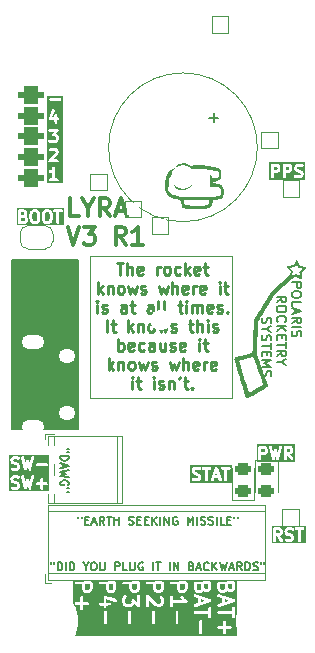
<source format=gbr>
%TF.GenerationSoftware,KiCad,Pcbnew,8.0.0*%
%TF.CreationDate,2024-04-01T12:03:41-07:00*%
%TF.ProjectId,lyrav3r1,6c797261-7633-4723-912e-6b696361645f,rev?*%
%TF.SameCoordinates,Original*%
%TF.FileFunction,Legend,Top*%
%TF.FilePolarity,Positive*%
%FSLAX46Y46*%
G04 Gerber Fmt 4.6, Leading zero omitted, Abs format (unit mm)*
G04 Created by KiCad (PCBNEW 8.0.0) date 2024-04-01 12:03:41*
%MOMM*%
%LPD*%
G01*
G04 APERTURE LIST*
G04 Aperture macros list*
%AMRoundRect*
0 Rectangle with rounded corners*
0 $1 Rounding radius*
0 $2 $3 $4 $5 $6 $7 $8 $9 X,Y pos of 4 corners*
0 Add a 4 corners polygon primitive as box body*
4,1,4,$2,$3,$4,$5,$6,$7,$8,$9,$2,$3,0*
0 Add four circle primitives for the rounded corners*
1,1,$1+$1,$2,$3*
1,1,$1+$1,$4,$5*
1,1,$1+$1,$6,$7*
1,1,$1+$1,$8,$9*
0 Add four rect primitives between the rounded corners*
20,1,$1+$1,$2,$3,$4,$5,0*
20,1,$1+$1,$4,$5,$6,$7,0*
20,1,$1+$1,$6,$7,$8,$9,0*
20,1,$1+$1,$8,$9,$2,$3,0*%
%AMFreePoly0*
4,1,19,0.500000,-0.750000,0.000000,-0.750000,0.000000,-0.744911,-0.071157,-0.744911,-0.207708,-0.704816,-0.327430,-0.627875,-0.420627,-0.520320,-0.479746,-0.390866,-0.500000,-0.250000,-0.500000,0.250000,-0.479746,0.390866,-0.420627,0.520320,-0.327430,0.627875,-0.207708,0.704816,-0.071157,0.744911,0.000000,0.744911,0.000000,0.750000,0.500000,0.750000,0.500000,-0.750000,0.500000,-0.750000,
$1*%
%AMFreePoly1*
4,1,19,0.000000,0.744911,0.071157,0.744911,0.207708,0.704816,0.327430,0.627875,0.420627,0.520320,0.479746,0.390866,0.500000,0.250000,0.500000,-0.250000,0.479746,-0.390866,0.420627,-0.520320,0.327430,-0.627875,0.207708,-0.704816,0.071157,-0.744911,0.000000,-0.744911,0.000000,-0.750000,-0.500000,-0.750000,-0.500000,0.750000,0.000000,0.750000,0.000000,0.744911,0.000000,0.744911,
$1*%
G04 Aperture macros list end*
%ADD10C,0.200000*%
%ADD11C,0.250000*%
%ADD12C,0.175000*%
%ADD13C,0.187500*%
%ADD14C,0.375000*%
%ADD15C,0.150000*%
%ADD16C,0.120000*%
%ADD17C,0.000000*%
%ADD18C,0.100000*%
%ADD19C,5.600000*%
%ADD20R,2.000000X2.000000*%
%ADD21C,2.000000*%
%ADD22FreePoly0,0.000000*%
%ADD23FreePoly1,0.000000*%
%ADD24R,1.000000X1.000000*%
%ADD25R,2.200000X2.200000*%
%ADD26C,2.200000*%
%ADD27C,1.800000*%
%ADD28RoundRect,0.492126X-0.632874X-0.257874X0.632874X-0.257874X0.632874X0.257874X-0.632874X0.257874X0*%
%ADD29RoundRect,0.243750X-0.456250X0.243750X-0.456250X-0.243750X0.456250X-0.243750X0.456250X0.243750X0*%
%ADD30RoundRect,0.243750X0.456250X-0.243750X0.456250X0.243750X-0.456250X0.243750X-0.456250X-0.243750X0*%
%ADD31O,1.400000X1.200000*%
%ADD32O,1.900000X1.200000*%
%ADD33R,1.400000X5.000000*%
G04 APERTURE END LIST*
D10*
X169000Y33554000D02*
X5757000Y33554000D01*
X5757000Y19203000D01*
X169000Y19203000D01*
X169000Y33554000D01*
G36*
X169000Y33554000D02*
G01*
X5757000Y33554000D01*
X5757000Y19203000D01*
X169000Y19203000D01*
X169000Y33554000D01*
G37*
D11*
G36*
X17554035Y15328672D02*
G01*
X17421466Y15328036D01*
X17487364Y15527209D01*
X17554035Y15328672D01*
G37*
G36*
X18830566Y14668781D02*
G01*
X15285349Y14668781D01*
X15285349Y15728305D01*
X15410349Y15728305D01*
X15411912Y15650448D01*
X15411330Y15648701D01*
X15412190Y15636595D01*
X15412751Y15608681D01*
X15414469Y15604533D01*
X15414788Y15600051D01*
X15423546Y15577165D01*
X15473631Y15481429D01*
X15479035Y15468383D01*
X15482954Y15463607D01*
X15484219Y15461190D01*
X15486713Y15459027D01*
X15494580Y15449441D01*
X15545904Y15400736D01*
X15553948Y15391461D01*
X15559084Y15388228D01*
X15561140Y15386277D01*
X15564190Y15385014D01*
X15574685Y15378407D01*
X15664138Y15335714D01*
X15672433Y15329568D01*
X15690663Y15323055D01*
X15692809Y15322030D01*
X15693708Y15321967D01*
X15695508Y15321323D01*
X15865287Y15280837D01*
X15935331Y15247407D01*
X15955496Y15228270D01*
X15982329Y15176980D01*
X15983067Y15140215D01*
X15959210Y15090227D01*
X15940074Y15070062D01*
X15889369Y15043535D01*
X15703688Y15041836D01*
X15550983Y15090418D01*
X15502334Y15086961D01*
X15458709Y15065149D01*
X15426754Y15028303D01*
X15411331Y14982034D01*
X15414788Y14933385D01*
X15436600Y14889760D01*
X15473446Y14857805D01*
X15495821Y14847815D01*
X15639617Y14802066D01*
X15653820Y14796183D01*
X15660030Y14795572D01*
X15662571Y14794763D01*
X15665862Y14794997D01*
X15678206Y14793781D01*
X15897587Y14795789D01*
X15900667Y14794762D01*
X15917699Y14795973D01*
X15940687Y14796183D01*
X15944835Y14797902D01*
X15949317Y14798220D01*
X15972203Y14806978D01*
X16067935Y14857062D01*
X16080986Y14862467D01*
X16085763Y14866388D01*
X16088178Y14867651D01*
X16090340Y14870145D01*
X16099928Y14878013D01*
X16148629Y14929335D01*
X16157907Y14937381D01*
X16161142Y14942521D01*
X16163092Y14944575D01*
X16164354Y14947624D01*
X16170961Y14958118D01*
X16209257Y15038359D01*
X16210711Y15039812D01*
X16215702Y15051862D01*
X16227338Y15076242D01*
X16227656Y15080723D01*
X16229375Y15084872D01*
X16231777Y15109258D01*
X16230213Y15187119D01*
X16230795Y15188863D01*
X16229935Y15200955D01*
X16229375Y15228882D01*
X16227656Y15233032D01*
X16227338Y15237512D01*
X16218580Y15260398D01*
X16168496Y15356132D01*
X16163091Y15369181D01*
X16159169Y15373959D01*
X16157907Y15376373D01*
X16155415Y15378535D01*
X16147546Y15388123D01*
X16096224Y15436825D01*
X16088178Y15446102D01*
X16083038Y15449338D01*
X16080985Y15451286D01*
X16077938Y15452548D01*
X16067440Y15459157D01*
X15977987Y15501850D01*
X15969693Y15507995D01*
X15951462Y15514509D01*
X15949317Y15515533D01*
X15948417Y15515597D01*
X15946618Y15516240D01*
X15776841Y15556727D01*
X15706795Y15590157D01*
X15686629Y15609294D01*
X15659796Y15660584D01*
X15659058Y15697350D01*
X15682914Y15747336D01*
X15702051Y15767501D01*
X15752756Y15794028D01*
X15938439Y15795727D01*
X16091142Y15747144D01*
X16139792Y15750601D01*
X16183416Y15772413D01*
X16215372Y15809259D01*
X16230795Y15855528D01*
X16228033Y15894395D01*
X16269894Y15894395D01*
X16288558Y15849335D01*
X16323046Y15814847D01*
X16368106Y15796183D01*
X16392492Y15793781D01*
X16553497Y15794431D01*
X16555608Y14894395D01*
X16574272Y14849335D01*
X16608760Y14814847D01*
X16653820Y14796183D01*
X16702592Y14796183D01*
X16747652Y14814847D01*
X16782140Y14849335D01*
X16800804Y14894395D01*
X16803206Y14918781D01*
X16803169Y14934415D01*
X17030379Y14934415D01*
X17033836Y14885766D01*
X17055648Y14842141D01*
X17092494Y14810186D01*
X17138763Y14794763D01*
X17187412Y14798220D01*
X17231037Y14820032D01*
X17262992Y14856878D01*
X17272982Y14879253D01*
X17339377Y15079927D01*
X17637086Y15081356D01*
X17712468Y14856878D01*
X17744423Y14820032D01*
X17788047Y14798220D01*
X17836697Y14794763D01*
X17882966Y14810186D01*
X17919812Y14842142D01*
X17941624Y14885766D01*
X17945081Y14934416D01*
X17939648Y14958310D01*
X17625301Y15894395D01*
X17888942Y15894395D01*
X17907606Y15849335D01*
X17942094Y15814847D01*
X17987154Y15796183D01*
X18011540Y15793781D01*
X18172545Y15794431D01*
X18174656Y14894395D01*
X18193320Y14849335D01*
X18227808Y14814847D01*
X18272868Y14796183D01*
X18321640Y14796183D01*
X18366700Y14814847D01*
X18401188Y14849335D01*
X18419852Y14894395D01*
X18422254Y14918781D01*
X18420198Y15795429D01*
X18607354Y15796183D01*
X18652414Y15814847D01*
X18686902Y15849335D01*
X18705566Y15894395D01*
X18705566Y15943167D01*
X18686902Y15988227D01*
X18652414Y16022715D01*
X18607354Y16041379D01*
X18582968Y16043781D01*
X17987154Y16041379D01*
X17942094Y16022715D01*
X17907606Y15988227D01*
X17888942Y15943167D01*
X17888942Y15894395D01*
X17625301Y15894395D01*
X17608898Y15943241D01*
X17608291Y15951796D01*
X17601393Y15965592D01*
X17596325Y15980684D01*
X17590473Y15987432D01*
X17586479Y15995420D01*
X17574641Y16005687D01*
X17564370Y16017530D01*
X17556378Y16021526D01*
X17549633Y16027376D01*
X17534765Y16032332D01*
X17520745Y16039342D01*
X17511835Y16039976D01*
X17503364Y16042799D01*
X17487729Y16041689D01*
X17472096Y16042799D01*
X17463624Y16039976D01*
X17454714Y16039342D01*
X17440692Y16032331D01*
X17425827Y16027376D01*
X17419081Y16021526D01*
X17411090Y16017530D01*
X17400821Y16005690D01*
X17388981Y15995421D01*
X17384985Y15987431D01*
X17379135Y15980684D01*
X17369144Y15958309D01*
X17130859Y15238112D01*
X17127037Y15228882D01*
X17127037Y15226558D01*
X17030379Y14934415D01*
X16803169Y14934415D01*
X16801150Y15795429D01*
X16988306Y15796183D01*
X17033366Y15814847D01*
X17067854Y15849335D01*
X17086518Y15894395D01*
X17086518Y15943167D01*
X17067854Y15988227D01*
X17033366Y16022715D01*
X16988306Y16041379D01*
X16963920Y16043781D01*
X16368106Y16041379D01*
X16323046Y16022715D01*
X16288558Y15988227D01*
X16269894Y15943167D01*
X16269894Y15894395D01*
X16228033Y15894395D01*
X16227338Y15904178D01*
X16205526Y15947802D01*
X16168680Y15979757D01*
X16146305Y15989748D01*
X16002509Y16035496D01*
X15988306Y16041379D01*
X15982094Y16041991D01*
X15979554Y16042799D01*
X15976263Y16042566D01*
X15963920Y16043781D01*
X15744535Y16041774D01*
X15741458Y16042799D01*
X15724436Y16041590D01*
X15701439Y16041379D01*
X15697289Y16039661D01*
X15692809Y16039342D01*
X15669923Y16030584D01*
X15574189Y15980501D01*
X15561140Y15975095D01*
X15556362Y15971174D01*
X15553948Y15969911D01*
X15551786Y15967420D01*
X15542198Y15959550D01*
X15493496Y15908229D01*
X15484219Y15900182D01*
X15480983Y15895043D01*
X15479035Y15892989D01*
X15477773Y15889943D01*
X15471164Y15879444D01*
X15432868Y15799205D01*
X15431415Y15797751D01*
X15426424Y15785703D01*
X15414788Y15761321D01*
X15414469Y15756840D01*
X15412751Y15752691D01*
X15410349Y15728305D01*
X15285349Y15728305D01*
X15285349Y16168781D01*
X18830566Y16168781D01*
X18830566Y14668781D01*
G37*
G36*
X23719007Y17549616D02*
G01*
X23739172Y17530479D01*
X23765843Y17479498D01*
X23767050Y17395448D01*
X23742887Y17344819D01*
X23723750Y17324653D01*
X23673213Y17298214D01*
X23558980Y17297537D01*
X23554410Y17298343D01*
X23550544Y17297487D01*
X23442618Y17296847D01*
X23441971Y17572910D01*
X23667400Y17574246D01*
X23719007Y17549616D01*
G37*
G36*
X21576150Y17549616D02*
G01*
X21596315Y17530479D01*
X21622986Y17479498D01*
X21624193Y17395448D01*
X21600030Y17344819D01*
X21580893Y17324653D01*
X21530356Y17298214D01*
X21299761Y17296847D01*
X21299114Y17572910D01*
X21524543Y17574246D01*
X21576150Y17549616D01*
G37*
G36*
X24140453Y16447210D02*
G01*
X20926168Y16447210D01*
X20926168Y17697181D01*
X21051168Y17697181D01*
X21053570Y16672795D01*
X21072234Y16627735D01*
X21106722Y16593247D01*
X21151782Y16574583D01*
X21200554Y16574583D01*
X21245614Y16593247D01*
X21280102Y16627735D01*
X21298766Y16672795D01*
X21301168Y16697181D01*
X21300342Y17049108D01*
X21537996Y17050517D01*
X21541486Y17049353D01*
X21559656Y17050645D01*
X21581506Y17050774D01*
X21585654Y17052493D01*
X21590136Y17052811D01*
X21613022Y17061569D01*
X21708758Y17111655D01*
X21721804Y17117058D01*
X21726580Y17120978D01*
X21728997Y17122242D01*
X21731160Y17124737D01*
X21740746Y17132603D01*
X21789451Y17183928D01*
X21798726Y17191971D01*
X21801959Y17197108D01*
X21803910Y17199163D01*
X21805173Y17202214D01*
X21811780Y17212708D01*
X21850076Y17292949D01*
X21851530Y17294402D01*
X21856521Y17306452D01*
X21868157Y17330832D01*
X21868475Y17335313D01*
X21870194Y17339462D01*
X21872596Y17363848D01*
X21870803Y17488641D01*
X21871614Y17491072D01*
X21870554Y17505980D01*
X21870194Y17531091D01*
X21868475Y17535241D01*
X21868157Y17539721D01*
X21859399Y17562607D01*
X21809315Y17658341D01*
X21803910Y17671390D01*
X21799988Y17676168D01*
X21798726Y17678582D01*
X21796234Y17680744D01*
X21788365Y17690332D01*
X21786072Y17692508D01*
X21956018Y17692508D01*
X21959329Y17668228D01*
X22198405Y16674183D01*
X22200707Y16656860D01*
X22203896Y16651351D01*
X22205409Y16645062D01*
X22216051Y16630356D01*
X22225144Y16614650D01*
X22230238Y16610751D01*
X22234002Y16605550D01*
X22249466Y16596034D01*
X22263874Y16585006D01*
X22270072Y16583353D01*
X22275541Y16579988D01*
X22293463Y16577116D01*
X22310999Y16572439D01*
X22317362Y16573285D01*
X22323698Y16572269D01*
X22341352Y16576473D01*
X22359346Y16578863D01*
X22364899Y16582079D01*
X22371144Y16583565D01*
X22385850Y16594208D01*
X22401556Y16603300D01*
X22405455Y16608395D01*
X22410656Y16612158D01*
X22420172Y16627623D01*
X22431200Y16642030D01*
X22434572Y16651024D01*
X22436218Y16653697D01*
X22436697Y16656691D01*
X22439804Y16664973D01*
X22509809Y16930850D01*
X22580056Y16670711D01*
X22582784Y16653697D01*
X22586111Y16648291D01*
X22587802Y16642029D01*
X22598833Y16627617D01*
X22608346Y16612159D01*
X22613544Y16608397D01*
X22617446Y16603300D01*
X22633156Y16594205D01*
X22647858Y16583565D01*
X22654099Y16582080D01*
X22659656Y16578862D01*
X22677655Y16576471D01*
X22695304Y16572269D01*
X22701639Y16573285D01*
X22708003Y16572439D01*
X22725539Y16577116D01*
X22743461Y16579988D01*
X22748928Y16583353D01*
X22755129Y16585006D01*
X22769541Y16596038D01*
X22784999Y16605550D01*
X22788761Y16610749D01*
X22793858Y16614650D01*
X22802952Y16630360D01*
X22813593Y16645062D01*
X22816723Y16654146D01*
X22818295Y16656859D01*
X22818693Y16659861D01*
X22821578Y16668228D01*
X23062985Y17692507D01*
X23062236Y17697181D01*
X23194025Y17697181D01*
X23196427Y16672795D01*
X23215091Y16627735D01*
X23249579Y16593247D01*
X23294639Y16574583D01*
X23343411Y16574583D01*
X23388471Y16593247D01*
X23422959Y16627735D01*
X23441623Y16672795D01*
X23444025Y16697181D01*
X23443199Y17049108D01*
X23491631Y17049395D01*
X23804001Y16606898D01*
X23845132Y16580686D01*
X23893163Y16572210D01*
X23940781Y16582760D01*
X23980736Y16610729D01*
X24006948Y16651859D01*
X24015424Y16699891D01*
X24004874Y16747508D01*
X23992857Y16768864D01*
X23778043Y17073165D01*
X23851615Y17111655D01*
X23864661Y17117058D01*
X23869437Y17120978D01*
X23871854Y17122242D01*
X23874017Y17124737D01*
X23883603Y17132603D01*
X23932308Y17183928D01*
X23941583Y17191971D01*
X23944816Y17197108D01*
X23946767Y17199163D01*
X23948030Y17202214D01*
X23954637Y17212708D01*
X23992933Y17292949D01*
X23994387Y17294402D01*
X23999378Y17306452D01*
X24011014Y17330832D01*
X24011332Y17335313D01*
X24013051Y17339462D01*
X24015453Y17363848D01*
X24013660Y17488641D01*
X24014471Y17491072D01*
X24013411Y17505980D01*
X24013051Y17531091D01*
X24011332Y17535241D01*
X24011014Y17539721D01*
X24002256Y17562607D01*
X23952172Y17658341D01*
X23946767Y17671390D01*
X23942845Y17676168D01*
X23941583Y17678582D01*
X23939091Y17680744D01*
X23931222Y17690332D01*
X23879900Y17739034D01*
X23871854Y17748311D01*
X23866714Y17751547D01*
X23864661Y17753495D01*
X23861614Y17754757D01*
X23851116Y17761366D01*
X23770876Y17799662D01*
X23769423Y17801115D01*
X23757374Y17806106D01*
X23732993Y17817742D01*
X23728511Y17818061D01*
X23724363Y17819779D01*
X23699977Y17822181D01*
X23294639Y17819779D01*
X23249579Y17801115D01*
X23215091Y17766627D01*
X23196427Y17721567D01*
X23194025Y17697181D01*
X23062236Y17697181D01*
X23055266Y17740665D01*
X23029704Y17782203D01*
X22990192Y17810797D01*
X22942746Y17822093D01*
X22894589Y17814374D01*
X22853051Y17788812D01*
X22824457Y17749300D01*
X22816472Y17726134D01*
X22693030Y17202379D01*
X22629890Y17436198D01*
X22627819Y17451789D01*
X22623810Y17458712D01*
X22621676Y17466618D01*
X22611650Y17479717D01*
X22603382Y17493998D01*
X22596952Y17498920D01*
X22592032Y17505348D01*
X22577754Y17513614D01*
X22564653Y17523642D01*
X22556828Y17525729D01*
X22549822Y17529785D01*
X22533468Y17531958D01*
X22517527Y17536209D01*
X22509500Y17535143D01*
X22501475Y17536209D01*
X22485539Y17531960D01*
X22469180Y17529786D01*
X22462169Y17525728D01*
X22454350Y17523642D01*
X22441251Y17513617D01*
X22426970Y17505348D01*
X22422048Y17498919D01*
X22415620Y17493998D01*
X22407354Y17479721D01*
X22397326Y17466619D01*
X22392833Y17454639D01*
X22391183Y17451788D01*
X22390863Y17449387D01*
X22388722Y17443675D01*
X22325657Y17204159D01*
X22194546Y17749300D01*
X22165953Y17788812D01*
X22124414Y17814374D01*
X22076257Y17822093D01*
X22028811Y17810797D01*
X21989299Y17782204D01*
X21963737Y17740665D01*
X21956018Y17692508D01*
X21786072Y17692508D01*
X21737043Y17739034D01*
X21728997Y17748311D01*
X21723857Y17751547D01*
X21721804Y17753495D01*
X21718757Y17754757D01*
X21708259Y17761366D01*
X21628019Y17799662D01*
X21626566Y17801115D01*
X21614517Y17806106D01*
X21590136Y17817742D01*
X21585654Y17818061D01*
X21581506Y17819779D01*
X21557120Y17822181D01*
X21151782Y17819779D01*
X21106722Y17801115D01*
X21072234Y17766627D01*
X21053570Y17721567D01*
X21051168Y17697181D01*
X20926168Y17697181D01*
X20926168Y17947181D01*
X24140453Y17947181D01*
X24140453Y16447210D01*
G37*
G36*
X1258559Y37081005D02*
G01*
X1271115Y37069089D01*
X1297786Y37018108D01*
X1298993Y36934058D01*
X1274829Y36883427D01*
X1255693Y36863262D01*
X1205156Y36836823D01*
X975678Y36835463D01*
X975030Y37111625D01*
X1158446Y37112856D01*
X1258559Y37081005D01*
G37*
G36*
X1203331Y37564416D02*
G01*
X1223496Y37545279D01*
X1250329Y37493989D01*
X1251067Y37457224D01*
X1227211Y37407238D01*
X1208074Y37387072D01*
X1157496Y37360612D01*
X974449Y37359382D01*
X973914Y37587807D01*
X1151817Y37589002D01*
X1203331Y37564416D01*
G37*
G36*
X2250424Y37564666D02*
G01*
X2309308Y37507534D01*
X2345067Y37370840D01*
X2347096Y37068710D01*
X2311686Y36920223D01*
X2257171Y36864035D01*
X2204881Y36836679D01*
X2073408Y36835209D01*
X2022940Y36859296D01*
X1964054Y36916431D01*
X1928296Y37053124D01*
X1926267Y37355254D01*
X1961677Y37503743D01*
X2016190Y37559927D01*
X2068482Y37587284D01*
X2199956Y37588754D01*
X2250424Y37564666D01*
G37*
G36*
X3298043Y37564666D02*
G01*
X3356927Y37507534D01*
X3392686Y37370840D01*
X3394715Y37068710D01*
X3359305Y36920223D01*
X3304790Y36864035D01*
X3252500Y36836679D01*
X3121027Y36835209D01*
X3070559Y36859296D01*
X3011673Y36916431D01*
X2975915Y37053124D01*
X2973886Y37355254D01*
X3009296Y37503743D01*
X3063809Y37559927D01*
X3116101Y37587284D01*
X3247575Y37588754D01*
X3298043Y37564666D01*
G37*
G36*
X4622375Y36461981D02*
G01*
X600968Y36461981D01*
X600968Y37711981D01*
X725968Y37711981D01*
X728370Y36687595D01*
X747034Y36642535D01*
X781522Y36608047D01*
X826582Y36589383D01*
X850968Y36586981D01*
X1212796Y36589126D01*
X1216286Y36587962D01*
X1234456Y36589254D01*
X1256306Y36589383D01*
X1260454Y36591102D01*
X1264936Y36591420D01*
X1287822Y36600178D01*
X1383554Y36650262D01*
X1396605Y36655667D01*
X1401382Y36659588D01*
X1403797Y36660851D01*
X1405959Y36663345D01*
X1415547Y36671213D01*
X1464248Y36722535D01*
X1473526Y36730581D01*
X1476761Y36735721D01*
X1478711Y36737775D01*
X1479973Y36740824D01*
X1486580Y36751318D01*
X1524876Y36831559D01*
X1526330Y36833012D01*
X1531321Y36845062D01*
X1542957Y36869442D01*
X1543275Y36873923D01*
X1544994Y36878072D01*
X1547396Y36902458D01*
X1545603Y37027251D01*
X1546414Y37029682D01*
X1545354Y37044590D01*
X1544994Y37069701D01*
X1543275Y37073851D01*
X1542957Y37078331D01*
X1534199Y37101217D01*
X1484115Y37196951D01*
X1478710Y37210000D01*
X1474788Y37214778D01*
X1473526Y37217192D01*
X1471034Y37219354D01*
X1463165Y37228942D01*
X1429990Y37260423D01*
X1431091Y37261582D01*
X1432354Y37264633D01*
X1438961Y37275127D01*
X1477257Y37355368D01*
X1478711Y37356821D01*
X1483702Y37368871D01*
X1488368Y37378648D01*
X1678349Y37378648D01*
X1680536Y37052943D01*
X1678497Y37039239D01*
X1680729Y37024140D01*
X1680751Y37020929D01*
X1681455Y37019228D01*
X1682081Y37014998D01*
X1728370Y36838050D01*
X1728370Y36830453D01*
X1733763Y36817432D01*
X1737945Y36801447D01*
X1743477Y36793981D01*
X1747034Y36785393D01*
X1762579Y36766451D01*
X1859748Y36672172D01*
X1869567Y36660851D01*
X1874832Y36657537D01*
X1876759Y36655667D01*
X1879809Y36654404D01*
X1890304Y36647797D01*
X1970544Y36609501D01*
X1971998Y36608047D01*
X1984047Y36603056D01*
X2008428Y36591420D01*
X2012908Y36591102D01*
X2017058Y36589383D01*
X2041444Y36586981D01*
X2213460Y36588905D01*
X2216286Y36587962D01*
X2232539Y36589118D01*
X2256306Y36589383D01*
X2260454Y36591102D01*
X2264936Y36591420D01*
X2287822Y36600178D01*
X2383555Y36650262D01*
X2396605Y36655667D01*
X2401382Y36659589D01*
X2403797Y36660851D01*
X2405958Y36663343D01*
X2415547Y36671212D01*
X2500402Y36758670D01*
X2506384Y36762259D01*
X2514459Y36773159D01*
X2526330Y36785393D01*
X2529887Y36793982D01*
X2535419Y36801447D01*
X2543664Y36824522D01*
X2587634Y37008911D01*
X2592613Y37020929D01*
X2594099Y37036019D01*
X2594867Y37039238D01*
X2594595Y37041061D01*
X2595015Y37045315D01*
X2592827Y37371021D01*
X2593962Y37378648D01*
X2725968Y37378648D01*
X2728155Y37052943D01*
X2726116Y37039239D01*
X2728348Y37024140D01*
X2728370Y37020929D01*
X2729074Y37019228D01*
X2729700Y37014998D01*
X2775989Y36838050D01*
X2775989Y36830453D01*
X2781382Y36817432D01*
X2785564Y36801447D01*
X2791096Y36793981D01*
X2794653Y36785393D01*
X2810198Y36766451D01*
X2907367Y36672172D01*
X2917186Y36660851D01*
X2922451Y36657537D01*
X2924378Y36655667D01*
X2927428Y36654404D01*
X2937923Y36647797D01*
X3018163Y36609501D01*
X3019617Y36608047D01*
X3031666Y36603056D01*
X3056047Y36591420D01*
X3060527Y36591102D01*
X3064677Y36589383D01*
X3089063Y36586981D01*
X3261079Y36588905D01*
X3263905Y36587962D01*
X3280158Y36589118D01*
X3303925Y36589383D01*
X3308073Y36591102D01*
X3312555Y36591420D01*
X3335441Y36600178D01*
X3431174Y36650262D01*
X3444224Y36655667D01*
X3449001Y36659589D01*
X3451416Y36660851D01*
X3453577Y36663343D01*
X3463166Y36671212D01*
X3548021Y36758670D01*
X3554003Y36762259D01*
X3562078Y36773159D01*
X3573949Y36785393D01*
X3577506Y36793982D01*
X3583038Y36801447D01*
X3591283Y36824522D01*
X3635253Y37008911D01*
X3640232Y37020929D01*
X3641718Y37036019D01*
X3642486Y37039238D01*
X3642214Y37041061D01*
X3642634Y37045315D01*
X3640446Y37371021D01*
X3642486Y37384725D01*
X3640253Y37399824D01*
X3640232Y37403034D01*
X3639527Y37404736D01*
X3638902Y37408965D01*
X3592613Y37585914D01*
X3592613Y37593511D01*
X3587219Y37606532D01*
X3583038Y37622516D01*
X3577504Y37629985D01*
X3573948Y37638570D01*
X3558403Y37657512D01*
X3527397Y37687595D01*
X3680751Y37687595D01*
X3699415Y37642535D01*
X3733903Y37608047D01*
X3778963Y37589383D01*
X3803349Y37586981D01*
X3964354Y37587631D01*
X3966465Y36687595D01*
X3985129Y36642535D01*
X4019617Y36608047D01*
X4064677Y36589383D01*
X4113449Y36589383D01*
X4158509Y36608047D01*
X4192997Y36642535D01*
X4211661Y36687595D01*
X4214063Y36711981D01*
X4212007Y37588629D01*
X4399163Y37589383D01*
X4444223Y37608047D01*
X4478711Y37642535D01*
X4497375Y37687595D01*
X4497375Y37736367D01*
X4478711Y37781427D01*
X4444223Y37815915D01*
X4399163Y37834579D01*
X4374777Y37836981D01*
X3778963Y37834579D01*
X3733903Y37815915D01*
X3699415Y37781427D01*
X3680751Y37736367D01*
X3680751Y37687595D01*
X3527397Y37687595D01*
X3461238Y37751786D01*
X3451416Y37763111D01*
X3446147Y37766428D01*
X3444223Y37768295D01*
X3441176Y37769557D01*
X3430678Y37776166D01*
X3350438Y37814462D01*
X3348985Y37815915D01*
X3336936Y37820906D01*
X3312555Y37832542D01*
X3308073Y37832861D01*
X3303925Y37834579D01*
X3279539Y37836981D01*
X3107519Y37835058D01*
X3104696Y37835999D01*
X3088453Y37834845D01*
X3064677Y37834579D01*
X3060527Y37832861D01*
X3056047Y37832542D01*
X3033161Y37823784D01*
X2937424Y37773699D01*
X2924379Y37768295D01*
X2919602Y37764376D01*
X2917186Y37763111D01*
X2915022Y37760617D01*
X2905437Y37752750D01*
X2820583Y37665295D01*
X2814599Y37661704D01*
X2806519Y37650800D01*
X2794654Y37638570D01*
X2791097Y37629985D01*
X2785564Y37622516D01*
X2777319Y37599441D01*
X2733348Y37415054D01*
X2728370Y37403034D01*
X2726883Y37387943D01*
X2726116Y37384724D01*
X2726387Y37382903D01*
X2725968Y37378648D01*
X2593962Y37378648D01*
X2594867Y37384725D01*
X2592634Y37399824D01*
X2592613Y37403034D01*
X2591908Y37404736D01*
X2591283Y37408965D01*
X2544994Y37585914D01*
X2544994Y37593511D01*
X2539600Y37606532D01*
X2535419Y37622516D01*
X2529885Y37629985D01*
X2526329Y37638570D01*
X2510784Y37657512D01*
X2413619Y37751786D01*
X2403797Y37763111D01*
X2398528Y37766428D01*
X2396604Y37768295D01*
X2393557Y37769557D01*
X2383059Y37776166D01*
X2302819Y37814462D01*
X2301366Y37815915D01*
X2289317Y37820906D01*
X2264936Y37832542D01*
X2260454Y37832861D01*
X2256306Y37834579D01*
X2231920Y37836981D01*
X2059900Y37835058D01*
X2057077Y37835999D01*
X2040834Y37834845D01*
X2017058Y37834579D01*
X2012908Y37832861D01*
X2008428Y37832542D01*
X1985542Y37823784D01*
X1889805Y37773699D01*
X1876760Y37768295D01*
X1871983Y37764376D01*
X1869567Y37763111D01*
X1867403Y37760617D01*
X1857818Y37752750D01*
X1772964Y37665295D01*
X1766980Y37661704D01*
X1758900Y37650800D01*
X1747035Y37638570D01*
X1743478Y37629985D01*
X1737945Y37622516D01*
X1729700Y37599441D01*
X1685729Y37415054D01*
X1680751Y37403034D01*
X1679264Y37387943D01*
X1678497Y37384724D01*
X1678768Y37382903D01*
X1678349Y37378648D01*
X1488368Y37378648D01*
X1495338Y37393251D01*
X1495656Y37397732D01*
X1497375Y37401881D01*
X1499777Y37426267D01*
X1498213Y37504128D01*
X1498795Y37505872D01*
X1497935Y37517964D01*
X1497375Y37545891D01*
X1495656Y37550041D01*
X1495338Y37554521D01*
X1486580Y37577407D01*
X1436496Y37673141D01*
X1431091Y37686190D01*
X1427169Y37690968D01*
X1425907Y37693382D01*
X1423415Y37695544D01*
X1415546Y37705132D01*
X1364224Y37753834D01*
X1356178Y37763111D01*
X1351038Y37766347D01*
X1348985Y37768295D01*
X1345938Y37769557D01*
X1335440Y37776166D01*
X1255200Y37814462D01*
X1253747Y37815915D01*
X1241698Y37820906D01*
X1217317Y37832542D01*
X1212835Y37832861D01*
X1208687Y37834579D01*
X1184301Y37836981D01*
X826582Y37834579D01*
X781522Y37815915D01*
X747034Y37781427D01*
X728370Y37736367D01*
X725968Y37711981D01*
X600968Y37711981D01*
X600968Y37961981D01*
X4622375Y37961981D01*
X4622375Y36461981D01*
G37*
D12*
X4994224Y17524744D02*
X4860891Y17524744D01*
X4994224Y17258077D02*
X4860891Y17258077D01*
X4294224Y16958078D02*
X4994224Y16958078D01*
X4994224Y16958078D02*
X4994224Y16791411D01*
X4994224Y16791411D02*
X4960891Y16691411D01*
X4960891Y16691411D02*
X4894224Y16624744D01*
X4894224Y16624744D02*
X4827558Y16591411D01*
X4827558Y16591411D02*
X4694224Y16558078D01*
X4694224Y16558078D02*
X4594224Y16558078D01*
X4594224Y16558078D02*
X4460891Y16591411D01*
X4460891Y16591411D02*
X4394224Y16624744D01*
X4394224Y16624744D02*
X4327558Y16691411D01*
X4327558Y16691411D02*
X4294224Y16791411D01*
X4294224Y16791411D02*
X4294224Y16958078D01*
X4494224Y16291411D02*
X4494224Y15958078D01*
X4294224Y16358078D02*
X4994224Y16124744D01*
X4994224Y16124744D02*
X4294224Y15891411D01*
X4994224Y15724744D02*
X4294224Y15558078D01*
X4294224Y15558078D02*
X4794224Y15424744D01*
X4794224Y15424744D02*
X4294224Y15291411D01*
X4294224Y15291411D02*
X4994224Y15124744D01*
X4960891Y14491411D02*
X4994224Y14558078D01*
X4994224Y14558078D02*
X4994224Y14658078D01*
X4994224Y14658078D02*
X4960891Y14758078D01*
X4960891Y14758078D02*
X4894224Y14824744D01*
X4894224Y14824744D02*
X4827558Y14858078D01*
X4827558Y14858078D02*
X4694224Y14891411D01*
X4694224Y14891411D02*
X4594224Y14891411D01*
X4594224Y14891411D02*
X4460891Y14858078D01*
X4460891Y14858078D02*
X4394224Y14824744D01*
X4394224Y14824744D02*
X4327558Y14758078D01*
X4327558Y14758078D02*
X4294224Y14658078D01*
X4294224Y14658078D02*
X4294224Y14591411D01*
X4294224Y14591411D02*
X4327558Y14491411D01*
X4327558Y14491411D02*
X4360891Y14458078D01*
X4360891Y14458078D02*
X4594224Y14458078D01*
X4594224Y14458078D02*
X4594224Y14591411D01*
X4994224Y14191411D02*
X4860891Y14191411D01*
X4994224Y13924744D02*
X4860891Y13924744D01*
D11*
G36*
X22637750Y41425216D02*
G01*
X22657915Y41406079D01*
X22684586Y41355098D01*
X22685793Y41271048D01*
X22661630Y41220419D01*
X22642493Y41200253D01*
X22591956Y41173814D01*
X22361361Y41172447D01*
X22360714Y41448510D01*
X22586143Y41449846D01*
X22637750Y41425216D01*
G37*
G36*
X23637750Y41425216D02*
G01*
X23657915Y41406079D01*
X23684586Y41355098D01*
X23685793Y41271048D01*
X23661630Y41220419D01*
X23642493Y41200253D01*
X23591956Y41173814D01*
X23361361Y41172447D01*
X23360714Y41448510D01*
X23586143Y41449846D01*
X23637750Y41425216D01*
G37*
G36*
X25011577Y40322781D02*
G01*
X21987768Y40322781D01*
X21987768Y41572781D01*
X22112768Y41572781D01*
X22115170Y40548395D01*
X22133834Y40503335D01*
X22168322Y40468847D01*
X22213382Y40450183D01*
X22262154Y40450183D01*
X22307214Y40468847D01*
X22341702Y40503335D01*
X22360366Y40548395D01*
X22362768Y40572781D01*
X22361942Y40924708D01*
X22599596Y40926117D01*
X22603086Y40924953D01*
X22621256Y40926245D01*
X22643106Y40926374D01*
X22647254Y40928093D01*
X22651736Y40928411D01*
X22674622Y40937169D01*
X22770358Y40987255D01*
X22783404Y40992658D01*
X22788180Y40996578D01*
X22790597Y40997842D01*
X22792760Y41000337D01*
X22802346Y41008203D01*
X22851051Y41059528D01*
X22860326Y41067571D01*
X22863559Y41072708D01*
X22865510Y41074763D01*
X22866773Y41077814D01*
X22873380Y41088308D01*
X22911676Y41168549D01*
X22913130Y41170002D01*
X22918121Y41182052D01*
X22929757Y41206432D01*
X22930075Y41210913D01*
X22931794Y41215062D01*
X22934196Y41239448D01*
X22932403Y41364241D01*
X22933214Y41366672D01*
X22932154Y41381580D01*
X22931794Y41406691D01*
X22930075Y41410841D01*
X22929757Y41415321D01*
X22920999Y41438207D01*
X22870915Y41533941D01*
X22865510Y41546990D01*
X22861588Y41551768D01*
X22860326Y41554182D01*
X22857834Y41556344D01*
X22849965Y41565932D01*
X22842748Y41572781D01*
X23112768Y41572781D01*
X23115170Y40548395D01*
X23133834Y40503335D01*
X23168322Y40468847D01*
X23213382Y40450183D01*
X23262154Y40450183D01*
X23307214Y40468847D01*
X23341702Y40503335D01*
X23360366Y40548395D01*
X23362768Y40572781D01*
X23361942Y40924708D01*
X23599596Y40926117D01*
X23603086Y40924953D01*
X23621256Y40926245D01*
X23643106Y40926374D01*
X23647254Y40928093D01*
X23651736Y40928411D01*
X23674622Y40937169D01*
X23770358Y40987255D01*
X23783404Y40992658D01*
X23788180Y40996578D01*
X23790597Y40997842D01*
X23792760Y41000337D01*
X23802346Y41008203D01*
X23851051Y41059528D01*
X23860326Y41067571D01*
X23863559Y41072708D01*
X23865510Y41074763D01*
X23866773Y41077814D01*
X23873380Y41088308D01*
X23911676Y41168549D01*
X23913130Y41170002D01*
X23918121Y41182052D01*
X23929757Y41206432D01*
X23930075Y41210913D01*
X23931794Y41215062D01*
X23934196Y41239448D01*
X23932403Y41364241D01*
X23933214Y41366672D01*
X23932154Y41381580D01*
X23932144Y41382305D01*
X24065149Y41382305D01*
X24066712Y41304448D01*
X24066130Y41302701D01*
X24066990Y41290595D01*
X24067551Y41262681D01*
X24069269Y41258533D01*
X24069588Y41254051D01*
X24078346Y41231165D01*
X24128431Y41135429D01*
X24133835Y41122383D01*
X24137754Y41117607D01*
X24139019Y41115190D01*
X24141513Y41113027D01*
X24149380Y41103441D01*
X24200704Y41054736D01*
X24208748Y41045461D01*
X24213884Y41042228D01*
X24215940Y41040277D01*
X24218990Y41039014D01*
X24229485Y41032407D01*
X24318938Y40989714D01*
X24327233Y40983568D01*
X24345463Y40977055D01*
X24347609Y40976030D01*
X24348508Y40975967D01*
X24350308Y40975323D01*
X24520087Y40934837D01*
X24590131Y40901407D01*
X24610296Y40882270D01*
X24637129Y40830980D01*
X24637867Y40794215D01*
X24614010Y40744227D01*
X24594874Y40724062D01*
X24544169Y40697535D01*
X24358488Y40695836D01*
X24205783Y40744418D01*
X24157134Y40740961D01*
X24113509Y40719149D01*
X24081554Y40682303D01*
X24066131Y40636034D01*
X24069588Y40587385D01*
X24091400Y40543760D01*
X24128246Y40511805D01*
X24150621Y40501815D01*
X24294417Y40456066D01*
X24308620Y40450183D01*
X24314830Y40449572D01*
X24317371Y40448763D01*
X24320662Y40448997D01*
X24333006Y40447781D01*
X24552387Y40449789D01*
X24555467Y40448762D01*
X24572499Y40449973D01*
X24595487Y40450183D01*
X24599635Y40451902D01*
X24604117Y40452220D01*
X24627003Y40460978D01*
X24722735Y40511062D01*
X24735786Y40516467D01*
X24740563Y40520388D01*
X24742978Y40521651D01*
X24745140Y40524145D01*
X24754728Y40532013D01*
X24803429Y40583335D01*
X24812707Y40591381D01*
X24815942Y40596521D01*
X24817892Y40598575D01*
X24819154Y40601624D01*
X24825761Y40612118D01*
X24864057Y40692359D01*
X24865511Y40693812D01*
X24870502Y40705862D01*
X24882138Y40730242D01*
X24882456Y40734723D01*
X24884175Y40738872D01*
X24886577Y40763258D01*
X24885013Y40841119D01*
X24885595Y40842863D01*
X24884735Y40854955D01*
X24884175Y40882882D01*
X24882456Y40887032D01*
X24882138Y40891512D01*
X24873380Y40914398D01*
X24823296Y41010132D01*
X24817891Y41023181D01*
X24813969Y41027959D01*
X24812707Y41030373D01*
X24810215Y41032535D01*
X24802346Y41042123D01*
X24751024Y41090825D01*
X24742978Y41100102D01*
X24737838Y41103338D01*
X24735785Y41105286D01*
X24732738Y41106548D01*
X24722240Y41113157D01*
X24632787Y41155850D01*
X24624493Y41161995D01*
X24606262Y41168509D01*
X24604117Y41169533D01*
X24603217Y41169597D01*
X24601418Y41170240D01*
X24431641Y41210727D01*
X24361595Y41244157D01*
X24341429Y41263294D01*
X24314596Y41314584D01*
X24313858Y41351350D01*
X24337714Y41401336D01*
X24356851Y41421501D01*
X24407556Y41448028D01*
X24593239Y41449727D01*
X24745942Y41401144D01*
X24794592Y41404601D01*
X24838216Y41426413D01*
X24870172Y41463259D01*
X24885595Y41509528D01*
X24882138Y41558178D01*
X24860326Y41601802D01*
X24823480Y41633757D01*
X24801105Y41643748D01*
X24657309Y41689496D01*
X24643106Y41695379D01*
X24636894Y41695991D01*
X24634354Y41696799D01*
X24631063Y41696566D01*
X24618720Y41697781D01*
X24399335Y41695774D01*
X24396258Y41696799D01*
X24379236Y41695590D01*
X24356239Y41695379D01*
X24352089Y41693661D01*
X24347609Y41693342D01*
X24324723Y41684584D01*
X24228989Y41634501D01*
X24215940Y41629095D01*
X24211162Y41625174D01*
X24208748Y41623911D01*
X24206586Y41621420D01*
X24196998Y41613550D01*
X24148296Y41562229D01*
X24139019Y41554182D01*
X24135783Y41549043D01*
X24133835Y41546989D01*
X24132573Y41543943D01*
X24125964Y41533444D01*
X24087668Y41453205D01*
X24086215Y41451751D01*
X24081224Y41439703D01*
X24069588Y41415321D01*
X24069269Y41410840D01*
X24067551Y41406691D01*
X24065149Y41382305D01*
X23932144Y41382305D01*
X23931794Y41406691D01*
X23930075Y41410841D01*
X23929757Y41415321D01*
X23920999Y41438207D01*
X23870915Y41533941D01*
X23865510Y41546990D01*
X23861588Y41551768D01*
X23860326Y41554182D01*
X23857834Y41556344D01*
X23849965Y41565932D01*
X23798643Y41614634D01*
X23790597Y41623911D01*
X23785457Y41627147D01*
X23783404Y41629095D01*
X23780357Y41630357D01*
X23769859Y41636966D01*
X23689619Y41675262D01*
X23688166Y41676715D01*
X23676117Y41681706D01*
X23651736Y41693342D01*
X23647254Y41693661D01*
X23643106Y41695379D01*
X23618720Y41697781D01*
X23213382Y41695379D01*
X23168322Y41676715D01*
X23133834Y41642227D01*
X23115170Y41597167D01*
X23112768Y41572781D01*
X22842748Y41572781D01*
X22798643Y41614634D01*
X22790597Y41623911D01*
X22785457Y41627147D01*
X22783404Y41629095D01*
X22780357Y41630357D01*
X22769859Y41636966D01*
X22689619Y41675262D01*
X22688166Y41676715D01*
X22676117Y41681706D01*
X22651736Y41693342D01*
X22647254Y41693661D01*
X22643106Y41695379D01*
X22618720Y41697781D01*
X22213382Y41695379D01*
X22168322Y41676715D01*
X22133834Y41642227D01*
X22115170Y41597167D01*
X22112768Y41572781D01*
X21987768Y41572781D01*
X21987768Y41822781D01*
X25011577Y41822781D01*
X25011577Y40322781D01*
G37*
D13*
X23909164Y31639969D02*
X24709164Y31639969D01*
X24709164Y31639969D02*
X24709164Y31335207D01*
X24709164Y31335207D02*
X24671069Y31259017D01*
X24671069Y31259017D02*
X24632974Y31220922D01*
X24632974Y31220922D02*
X24556783Y31182826D01*
X24556783Y31182826D02*
X24442498Y31182826D01*
X24442498Y31182826D02*
X24366307Y31220922D01*
X24366307Y31220922D02*
X24328212Y31259017D01*
X24328212Y31259017D02*
X24290117Y31335207D01*
X24290117Y31335207D02*
X24290117Y31639969D01*
X24709164Y30687588D02*
X24709164Y30535207D01*
X24709164Y30535207D02*
X24671069Y30459017D01*
X24671069Y30459017D02*
X24594879Y30382826D01*
X24594879Y30382826D02*
X24442498Y30344731D01*
X24442498Y30344731D02*
X24175831Y30344731D01*
X24175831Y30344731D02*
X24023450Y30382826D01*
X24023450Y30382826D02*
X23947260Y30459017D01*
X23947260Y30459017D02*
X23909164Y30535207D01*
X23909164Y30535207D02*
X23909164Y30687588D01*
X23909164Y30687588D02*
X23947260Y30763779D01*
X23947260Y30763779D02*
X24023450Y30839969D01*
X24023450Y30839969D02*
X24175831Y30878065D01*
X24175831Y30878065D02*
X24442498Y30878065D01*
X24442498Y30878065D02*
X24594879Y30839969D01*
X24594879Y30839969D02*
X24671069Y30763779D01*
X24671069Y30763779D02*
X24709164Y30687588D01*
X23909164Y29620922D02*
X23909164Y30001874D01*
X23909164Y30001874D02*
X24709164Y30001874D01*
X24137736Y29392351D02*
X24137736Y29011398D01*
X23909164Y29468541D02*
X24709164Y29201874D01*
X24709164Y29201874D02*
X23909164Y28935208D01*
X23909164Y28211398D02*
X24290117Y28478065D01*
X23909164Y28668541D02*
X24709164Y28668541D01*
X24709164Y28668541D02*
X24709164Y28363779D01*
X24709164Y28363779D02*
X24671069Y28287589D01*
X24671069Y28287589D02*
X24632974Y28249494D01*
X24632974Y28249494D02*
X24556783Y28211398D01*
X24556783Y28211398D02*
X24442498Y28211398D01*
X24442498Y28211398D02*
X24366307Y28249494D01*
X24366307Y28249494D02*
X24328212Y28287589D01*
X24328212Y28287589D02*
X24290117Y28363779D01*
X24290117Y28363779D02*
X24290117Y28668541D01*
X23909164Y27868541D02*
X24709164Y27868541D01*
X23947260Y27525685D02*
X23909164Y27411399D01*
X23909164Y27411399D02*
X23909164Y27220923D01*
X23909164Y27220923D02*
X23947260Y27144732D01*
X23947260Y27144732D02*
X23985355Y27106637D01*
X23985355Y27106637D02*
X24061545Y27068542D01*
X24061545Y27068542D02*
X24137736Y27068542D01*
X24137736Y27068542D02*
X24213926Y27106637D01*
X24213926Y27106637D02*
X24252021Y27144732D01*
X24252021Y27144732D02*
X24290117Y27220923D01*
X24290117Y27220923D02*
X24328212Y27373304D01*
X24328212Y27373304D02*
X24366307Y27449494D01*
X24366307Y27449494D02*
X24404402Y27487589D01*
X24404402Y27487589D02*
X24480593Y27525685D01*
X24480593Y27525685D02*
X24556783Y27525685D01*
X24556783Y27525685D02*
X24632974Y27487589D01*
X24632974Y27487589D02*
X24671069Y27449494D01*
X24671069Y27449494D02*
X24709164Y27373304D01*
X24709164Y27373304D02*
X24709164Y27182827D01*
X24709164Y27182827D02*
X24671069Y27068542D01*
X22621209Y29963778D02*
X23002162Y30230445D01*
X22621209Y30420921D02*
X23421209Y30420921D01*
X23421209Y30420921D02*
X23421209Y30116159D01*
X23421209Y30116159D02*
X23383114Y30039969D01*
X23383114Y30039969D02*
X23345019Y30001874D01*
X23345019Y30001874D02*
X23268828Y29963778D01*
X23268828Y29963778D02*
X23154543Y29963778D01*
X23154543Y29963778D02*
X23078352Y30001874D01*
X23078352Y30001874D02*
X23040257Y30039969D01*
X23040257Y30039969D02*
X23002162Y30116159D01*
X23002162Y30116159D02*
X23002162Y30420921D01*
X23421209Y29468540D02*
X23421209Y29316159D01*
X23421209Y29316159D02*
X23383114Y29239969D01*
X23383114Y29239969D02*
X23306924Y29163778D01*
X23306924Y29163778D02*
X23154543Y29125683D01*
X23154543Y29125683D02*
X22887876Y29125683D01*
X22887876Y29125683D02*
X22735495Y29163778D01*
X22735495Y29163778D02*
X22659305Y29239969D01*
X22659305Y29239969D02*
X22621209Y29316159D01*
X22621209Y29316159D02*
X22621209Y29468540D01*
X22621209Y29468540D02*
X22659305Y29544731D01*
X22659305Y29544731D02*
X22735495Y29620921D01*
X22735495Y29620921D02*
X22887876Y29659017D01*
X22887876Y29659017D02*
X23154543Y29659017D01*
X23154543Y29659017D02*
X23306924Y29620921D01*
X23306924Y29620921D02*
X23383114Y29544731D01*
X23383114Y29544731D02*
X23421209Y29468540D01*
X22697400Y28325683D02*
X22659305Y28363779D01*
X22659305Y28363779D02*
X22621209Y28478064D01*
X22621209Y28478064D02*
X22621209Y28554255D01*
X22621209Y28554255D02*
X22659305Y28668541D01*
X22659305Y28668541D02*
X22735495Y28744731D01*
X22735495Y28744731D02*
X22811685Y28782826D01*
X22811685Y28782826D02*
X22964066Y28820922D01*
X22964066Y28820922D02*
X23078352Y28820922D01*
X23078352Y28820922D02*
X23230733Y28782826D01*
X23230733Y28782826D02*
X23306924Y28744731D01*
X23306924Y28744731D02*
X23383114Y28668541D01*
X23383114Y28668541D02*
X23421209Y28554255D01*
X23421209Y28554255D02*
X23421209Y28478064D01*
X23421209Y28478064D02*
X23383114Y28363779D01*
X23383114Y28363779D02*
X23345019Y28325683D01*
X22621209Y27982826D02*
X23421209Y27982826D01*
X22621209Y27525683D02*
X23078352Y27868541D01*
X23421209Y27525683D02*
X22964066Y27982826D01*
X23040257Y27182826D02*
X23040257Y26916160D01*
X22621209Y26801874D02*
X22621209Y27182826D01*
X22621209Y27182826D02*
X23421209Y27182826D01*
X23421209Y27182826D02*
X23421209Y26801874D01*
X23421209Y26573302D02*
X23421209Y26116159D01*
X22621209Y26344731D02*
X23421209Y26344731D01*
X22621209Y25392349D02*
X23002162Y25659016D01*
X22621209Y25849492D02*
X23421209Y25849492D01*
X23421209Y25849492D02*
X23421209Y25544730D01*
X23421209Y25544730D02*
X23383114Y25468540D01*
X23383114Y25468540D02*
X23345019Y25430445D01*
X23345019Y25430445D02*
X23268828Y25392349D01*
X23268828Y25392349D02*
X23154543Y25392349D01*
X23154543Y25392349D02*
X23078352Y25430445D01*
X23078352Y25430445D02*
X23040257Y25468540D01*
X23040257Y25468540D02*
X23002162Y25544730D01*
X23002162Y25544730D02*
X23002162Y25849492D01*
X23002162Y24897111D02*
X22621209Y24897111D01*
X23421209Y25163778D02*
X23002162Y24897111D01*
X23002162Y24897111D02*
X23421209Y24630445D01*
X21371350Y28630445D02*
X21333254Y28516159D01*
X21333254Y28516159D02*
X21333254Y28325683D01*
X21333254Y28325683D02*
X21371350Y28249492D01*
X21371350Y28249492D02*
X21409445Y28211397D01*
X21409445Y28211397D02*
X21485635Y28173302D01*
X21485635Y28173302D02*
X21561826Y28173302D01*
X21561826Y28173302D02*
X21638016Y28211397D01*
X21638016Y28211397D02*
X21676111Y28249492D01*
X21676111Y28249492D02*
X21714207Y28325683D01*
X21714207Y28325683D02*
X21752302Y28478064D01*
X21752302Y28478064D02*
X21790397Y28554254D01*
X21790397Y28554254D02*
X21828492Y28592349D01*
X21828492Y28592349D02*
X21904683Y28630445D01*
X21904683Y28630445D02*
X21980873Y28630445D01*
X21980873Y28630445D02*
X22057064Y28592349D01*
X22057064Y28592349D02*
X22095159Y28554254D01*
X22095159Y28554254D02*
X22133254Y28478064D01*
X22133254Y28478064D02*
X22133254Y28287587D01*
X22133254Y28287587D02*
X22095159Y28173302D01*
X21714207Y27678063D02*
X21333254Y27678063D01*
X22133254Y27944730D02*
X21714207Y27678063D01*
X21714207Y27678063D02*
X22133254Y27411397D01*
X21371350Y27182826D02*
X21333254Y27068540D01*
X21333254Y27068540D02*
X21333254Y26878064D01*
X21333254Y26878064D02*
X21371350Y26801873D01*
X21371350Y26801873D02*
X21409445Y26763778D01*
X21409445Y26763778D02*
X21485635Y26725683D01*
X21485635Y26725683D02*
X21561826Y26725683D01*
X21561826Y26725683D02*
X21638016Y26763778D01*
X21638016Y26763778D02*
X21676111Y26801873D01*
X21676111Y26801873D02*
X21714207Y26878064D01*
X21714207Y26878064D02*
X21752302Y27030445D01*
X21752302Y27030445D02*
X21790397Y27106635D01*
X21790397Y27106635D02*
X21828492Y27144730D01*
X21828492Y27144730D02*
X21904683Y27182826D01*
X21904683Y27182826D02*
X21980873Y27182826D01*
X21980873Y27182826D02*
X22057064Y27144730D01*
X22057064Y27144730D02*
X22095159Y27106635D01*
X22095159Y27106635D02*
X22133254Y27030445D01*
X22133254Y27030445D02*
X22133254Y26839968D01*
X22133254Y26839968D02*
X22095159Y26725683D01*
X22133254Y26497111D02*
X22133254Y26039968D01*
X21333254Y26268540D02*
X22133254Y26268540D01*
X21752302Y25773301D02*
X21752302Y25506635D01*
X21333254Y25392349D02*
X21333254Y25773301D01*
X21333254Y25773301D02*
X22133254Y25773301D01*
X22133254Y25773301D02*
X22133254Y25392349D01*
X21333254Y25049491D02*
X22133254Y25049491D01*
X22133254Y25049491D02*
X21561826Y24782825D01*
X21561826Y24782825D02*
X22133254Y24516158D01*
X22133254Y24516158D02*
X21333254Y24516158D01*
X21371350Y24173301D02*
X21333254Y24059015D01*
X21333254Y24059015D02*
X21333254Y23868539D01*
X21333254Y23868539D02*
X21371350Y23792348D01*
X21371350Y23792348D02*
X21409445Y23754253D01*
X21409445Y23754253D02*
X21485635Y23716158D01*
X21485635Y23716158D02*
X21561826Y23716158D01*
X21561826Y23716158D02*
X21638016Y23754253D01*
X21638016Y23754253D02*
X21676111Y23792348D01*
X21676111Y23792348D02*
X21714207Y23868539D01*
X21714207Y23868539D02*
X21752302Y24020920D01*
X21752302Y24020920D02*
X21790397Y24097110D01*
X21790397Y24097110D02*
X21828492Y24135205D01*
X21828492Y24135205D02*
X21904683Y24173301D01*
X21904683Y24173301D02*
X21980873Y24173301D01*
X21980873Y24173301D02*
X22057064Y24135205D01*
X22057064Y24135205D02*
X22095159Y24097110D01*
X22095159Y24097110D02*
X22133254Y24020920D01*
X22133254Y24020920D02*
X22133254Y23830443D01*
X22133254Y23830443D02*
X22095159Y23716158D01*
D11*
G36*
X4502071Y40068781D02*
G01*
X3149732Y40068781D01*
X3149732Y41048701D01*
X3320930Y41048701D01*
X3324388Y41000051D01*
X3346200Y40956428D01*
X3383045Y40924472D01*
X3429315Y40909048D01*
X3477965Y40912506D01*
X3500851Y40921264D01*
X3596587Y40971350D01*
X3606468Y40975442D01*
X3607718Y40442134D01*
X3420563Y40441379D01*
X3375503Y40422715D01*
X3341015Y40388227D01*
X3322351Y40343167D01*
X3322351Y40294395D01*
X3341015Y40249335D01*
X3375503Y40214847D01*
X3420563Y40196183D01*
X3444949Y40193781D01*
X4040763Y40196183D01*
X4085823Y40214847D01*
X4120311Y40249335D01*
X4138975Y40294395D01*
X4138975Y40343167D01*
X4120311Y40388227D01*
X4085823Y40422715D01*
X4040763Y40441379D01*
X4016377Y40443781D01*
X3855371Y40443132D01*
X3853345Y41307197D01*
X3855663Y41318912D01*
X3853290Y41330777D01*
X3853261Y41343167D01*
X3848525Y41354600D01*
X3846098Y41366738D01*
X3839282Y41376915D01*
X3834597Y41388227D01*
X3825846Y41396978D01*
X3818959Y41407262D01*
X3808768Y41414056D01*
X3800109Y41422715D01*
X3788676Y41427451D01*
X3778378Y41434316D01*
X3766362Y41436694D01*
X3755049Y41441379D01*
X3742675Y41441379D01*
X3730533Y41443781D01*
X3718523Y41441379D01*
X3706277Y41441379D01*
X3694843Y41436644D01*
X3682707Y41434216D01*
X3672531Y41427402D01*
X3661217Y41422715D01*
X3652466Y41413965D01*
X3642182Y41407077D01*
X3626819Y41388318D01*
X3626729Y41388227D01*
X3626712Y41388187D01*
X3626657Y41388119D01*
X3544784Y41261991D01*
X3470202Y41185122D01*
X3368310Y41131816D01*
X3336354Y41094971D01*
X3320930Y41048701D01*
X3149732Y41048701D01*
X3149732Y41904339D01*
X3274732Y41904339D01*
X3293396Y41859279D01*
X3327884Y41824791D01*
X3359745Y41811594D01*
X3372943Y41806127D01*
X3372944Y41806127D01*
X3397330Y41803725D01*
X4040763Y41806127D01*
X4085823Y41824791D01*
X4120311Y41859279D01*
X4138975Y41904339D01*
X4138975Y41953111D01*
X4120311Y41998171D01*
X4085823Y42032659D01*
X4040763Y42051323D01*
X4016377Y42053725D01*
X3696691Y42052532D01*
X4041736Y42399575D01*
X4045398Y42401405D01*
X4057973Y42415906D01*
X4072691Y42430708D01*
X4074409Y42434858D01*
X4077353Y42438251D01*
X4087343Y42460626D01*
X4133092Y42604423D01*
X4138975Y42618625D01*
X4139586Y42624836D01*
X4140395Y42627376D01*
X4140161Y42630668D01*
X4141377Y42643011D01*
X4139813Y42720872D01*
X4140395Y42722616D01*
X4139535Y42734708D01*
X4138975Y42762635D01*
X4137256Y42766785D01*
X4136938Y42771265D01*
X4128180Y42794151D01*
X4078096Y42889885D01*
X4072691Y42902934D01*
X4068769Y42907712D01*
X4067507Y42910126D01*
X4065015Y42912288D01*
X4057146Y42921876D01*
X4005824Y42970578D01*
X3997778Y42979855D01*
X3992638Y42983091D01*
X3990585Y42985039D01*
X3987538Y42986301D01*
X3977040Y42992910D01*
X3896800Y43031206D01*
X3895347Y43032659D01*
X3883298Y43037650D01*
X3858917Y43049286D01*
X3854435Y43049605D01*
X3850287Y43051323D01*
X3825901Y43053725D01*
X3606516Y43051718D01*
X3603439Y43052743D01*
X3586417Y43051534D01*
X3563420Y43051323D01*
X3559270Y43049605D01*
X3554790Y43049286D01*
X3531904Y43040528D01*
X3436170Y42990445D01*
X3423121Y42985039D01*
X3418343Y42981118D01*
X3415929Y42979855D01*
X3413767Y42977364D01*
X3404179Y42969494D01*
X3341016Y42902933D01*
X3322351Y42857874D01*
X3322351Y42809100D01*
X3341016Y42764041D01*
X3375503Y42729554D01*
X3420562Y42710889D01*
X3469336Y42710889D01*
X3514395Y42729554D01*
X3533337Y42745099D01*
X3564032Y42777445D01*
X3614737Y42803972D01*
X3793702Y42805610D01*
X3844931Y42781160D01*
X3865096Y42762023D01*
X3891929Y42710733D01*
X3892810Y42666883D01*
X3862012Y42570078D01*
X3293569Y41998345D01*
X3293396Y41998171D01*
X3274732Y41953111D01*
X3274732Y41904339D01*
X3149732Y41904339D01*
X3149732Y43609523D01*
X3274732Y43609523D01*
X3293396Y43564463D01*
X3308941Y43545521D01*
X3360268Y43496811D01*
X3368310Y43487539D01*
X3373443Y43484308D01*
X3375501Y43482355D01*
X3378554Y43481091D01*
X3389047Y43474485D01*
X3469287Y43436189D01*
X3470741Y43434735D01*
X3482790Y43429744D01*
X3507171Y43418108D01*
X3511651Y43417790D01*
X3515801Y43416071D01*
X3540187Y43413669D01*
X3807009Y43415736D01*
X3810267Y43414650D01*
X3827809Y43415897D01*
X3850287Y43416071D01*
X3854435Y43417790D01*
X3858917Y43418108D01*
X3881803Y43426866D01*
X3977535Y43476950D01*
X3990586Y43482355D01*
X3995363Y43486276D01*
X3997778Y43487539D01*
X3999940Y43490033D01*
X4009528Y43497901D01*
X4058229Y43549223D01*
X4067507Y43557269D01*
X4070742Y43562409D01*
X4072692Y43564463D01*
X4073954Y43567512D01*
X4080561Y43578006D01*
X4118857Y43658247D01*
X4120311Y43659700D01*
X4125302Y43671750D01*
X4136938Y43696130D01*
X4137256Y43700611D01*
X4138975Y43704760D01*
X4141377Y43729146D01*
X4139369Y43948531D01*
X4140395Y43951608D01*
X4139185Y43968630D01*
X4138975Y43991627D01*
X4137256Y43995777D01*
X4136938Y44000257D01*
X4128180Y44023143D01*
X4078096Y44118877D01*
X4072691Y44131926D01*
X4068769Y44136704D01*
X4067507Y44139118D01*
X4065015Y44141280D01*
X4057146Y44150868D01*
X4005824Y44199570D01*
X3997778Y44208847D01*
X3992638Y44212083D01*
X3990585Y44214031D01*
X3987538Y44215293D01*
X3977040Y44221902D01*
X3925473Y44246513D01*
X4107236Y44456149D01*
X4120311Y44469223D01*
X4121901Y44473062D01*
X4124700Y44476290D01*
X4131206Y44495529D01*
X4138975Y44514283D01*
X4138975Y44518497D01*
X4140326Y44522491D01*
X4138975Y44542759D01*
X4138975Y44563055D01*
X4137362Y44566948D01*
X4137082Y44571157D01*
X4128078Y44589363D01*
X4120311Y44608115D01*
X4117329Y44611097D01*
X4115461Y44614875D01*
X4100180Y44628246D01*
X4085823Y44642603D01*
X4081928Y44644217D01*
X4078756Y44646992D01*
X4059517Y44653499D01*
X4040763Y44661267D01*
X4034818Y44661853D01*
X4032555Y44662618D01*
X4029270Y44662400D01*
X4016377Y44663669D01*
X3372944Y44661267D01*
X3327884Y44642603D01*
X3293396Y44608115D01*
X3274732Y44563055D01*
X3274732Y44514283D01*
X3293396Y44469223D01*
X3327884Y44434735D01*
X3372944Y44416071D01*
X3397330Y44413669D01*
X3743677Y44414962D01*
X3592184Y44240238D01*
X3579110Y44227163D01*
X3577519Y44223325D01*
X3574721Y44220096D01*
X3568214Y44200858D01*
X3560446Y44182103D01*
X3560446Y44177890D01*
X3559095Y44173895D01*
X3560446Y44153634D01*
X3560446Y44133331D01*
X3562059Y44129436D01*
X3562340Y44125229D01*
X3571339Y44107031D01*
X3579110Y44088271D01*
X3582091Y44085290D01*
X3583960Y44081511D01*
X3599240Y44068141D01*
X3613598Y44053783D01*
X3617492Y44052170D01*
X3620665Y44049394D01*
X3639903Y44042888D01*
X3658658Y44035119D01*
X3664602Y44034534D01*
X3666866Y44033768D01*
X3670150Y44033988D01*
X3683044Y44032717D01*
X3794301Y44034315D01*
X3844931Y44010152D01*
X3865096Y43991015D01*
X3891623Y43940310D01*
X3893261Y43761346D01*
X3868810Y43710115D01*
X3849674Y43689950D01*
X3799042Y43663461D01*
X3572550Y43661707D01*
X3521158Y43686235D01*
X3466777Y43737841D01*
X3421718Y43756506D01*
X3372945Y43756506D01*
X3327885Y43737842D01*
X3293397Y43703355D01*
X3274732Y43658296D01*
X3274732Y43609523D01*
X3149732Y43609523D01*
X3149732Y45497581D01*
X3320931Y45497581D01*
X3322351Y45477598D01*
X3322351Y45457561D01*
X3324069Y45453412D01*
X3324388Y45448932D01*
X3333347Y45431014D01*
X3341015Y45412501D01*
X3344191Y45409325D01*
X3346200Y45405307D01*
X3361334Y45392182D01*
X3375503Y45378013D01*
X3379654Y45376294D01*
X3383046Y45373352D01*
X3402047Y45367019D01*
X3420563Y45359349D01*
X3426939Y45358721D01*
X3429315Y45357929D01*
X3432605Y45358163D01*
X3444949Y45356947D01*
X3797727Y45358264D01*
X3798541Y45124227D01*
X3817205Y45079167D01*
X3851693Y45044679D01*
X3896753Y45026015D01*
X3945525Y45026015D01*
X3990585Y45044679D01*
X4025073Y45079167D01*
X4043737Y45124227D01*
X4046139Y45148613D01*
X4045407Y45359189D01*
X4088382Y45359349D01*
X4133442Y45378013D01*
X4167930Y45412501D01*
X4186594Y45457561D01*
X4186594Y45506333D01*
X4167930Y45551393D01*
X4133442Y45585881D01*
X4088382Y45604545D01*
X4063996Y45606947D01*
X4044546Y45606875D01*
X4043737Y45839666D01*
X4025073Y45884726D01*
X3990585Y45919214D01*
X3945525Y45937878D01*
X3896753Y45937878D01*
X3851693Y45919214D01*
X3817205Y45884726D01*
X3798541Y45839666D01*
X3796139Y45815280D01*
X3796866Y45605950D01*
X3617262Y45605280D01*
X3807062Y46180597D01*
X3803605Y46229247D01*
X3781793Y46272871D01*
X3744947Y46304827D01*
X3698678Y46320250D01*
X3650028Y46316793D01*
X3606404Y46294981D01*
X3574449Y46258135D01*
X3564458Y46235760D01*
X3329560Y45523739D01*
X3322351Y45506333D01*
X3322351Y45501886D01*
X3320931Y45497581D01*
X3149732Y45497581D01*
X3149732Y47115124D01*
X3369970Y47115124D01*
X3388634Y47070064D01*
X3423122Y47035576D01*
X3468182Y47016912D01*
X3492568Y47014510D01*
X4278859Y47016912D01*
X4323919Y47035576D01*
X4358407Y47070064D01*
X4377071Y47115124D01*
X4377071Y47163896D01*
X4358407Y47208956D01*
X4323919Y47243444D01*
X4278859Y47262108D01*
X4254473Y47264510D01*
X3468182Y47262108D01*
X3423122Y47243444D01*
X3388634Y47208956D01*
X3369970Y47163896D01*
X3369970Y47115124D01*
X3149732Y47115124D01*
X3149732Y47389510D01*
X4502071Y47389510D01*
X4502071Y40068781D01*
G37*
X9062704Y33300045D02*
X9634132Y33300045D01*
X9348418Y32300045D02*
X9348418Y33300045D01*
X9967466Y32300045D02*
X9967466Y33300045D01*
X10396037Y32300045D02*
X10396037Y32823855D01*
X10396037Y32823855D02*
X10348418Y32919093D01*
X10348418Y32919093D02*
X10253180Y32966712D01*
X10253180Y32966712D02*
X10110323Y32966712D01*
X10110323Y32966712D02*
X10015085Y32919093D01*
X10015085Y32919093D02*
X9967466Y32871474D01*
X11253180Y32347664D02*
X11157942Y32300045D01*
X11157942Y32300045D02*
X10967466Y32300045D01*
X10967466Y32300045D02*
X10872228Y32347664D01*
X10872228Y32347664D02*
X10824609Y32442903D01*
X10824609Y32442903D02*
X10824609Y32823855D01*
X10824609Y32823855D02*
X10872228Y32919093D01*
X10872228Y32919093D02*
X10967466Y32966712D01*
X10967466Y32966712D02*
X11157942Y32966712D01*
X11157942Y32966712D02*
X11253180Y32919093D01*
X11253180Y32919093D02*
X11300799Y32823855D01*
X11300799Y32823855D02*
X11300799Y32728617D01*
X11300799Y32728617D02*
X10824609Y32633379D01*
X12491276Y32300045D02*
X12491276Y32966712D01*
X12491276Y32776236D02*
X12538895Y32871474D01*
X12538895Y32871474D02*
X12586514Y32919093D01*
X12586514Y32919093D02*
X12681752Y32966712D01*
X12681752Y32966712D02*
X12776990Y32966712D01*
X13253181Y32300045D02*
X13157943Y32347664D01*
X13157943Y32347664D02*
X13110324Y32395284D01*
X13110324Y32395284D02*
X13062705Y32490522D01*
X13062705Y32490522D02*
X13062705Y32776236D01*
X13062705Y32776236D02*
X13110324Y32871474D01*
X13110324Y32871474D02*
X13157943Y32919093D01*
X13157943Y32919093D02*
X13253181Y32966712D01*
X13253181Y32966712D02*
X13396038Y32966712D01*
X13396038Y32966712D02*
X13491276Y32919093D01*
X13491276Y32919093D02*
X13538895Y32871474D01*
X13538895Y32871474D02*
X13586514Y32776236D01*
X13586514Y32776236D02*
X13586514Y32490522D01*
X13586514Y32490522D02*
X13538895Y32395284D01*
X13538895Y32395284D02*
X13491276Y32347664D01*
X13491276Y32347664D02*
X13396038Y32300045D01*
X13396038Y32300045D02*
X13253181Y32300045D01*
X14443657Y32347664D02*
X14348419Y32300045D01*
X14348419Y32300045D02*
X14157943Y32300045D01*
X14157943Y32300045D02*
X14062705Y32347664D01*
X14062705Y32347664D02*
X14015086Y32395284D01*
X14015086Y32395284D02*
X13967467Y32490522D01*
X13967467Y32490522D02*
X13967467Y32776236D01*
X13967467Y32776236D02*
X14015086Y32871474D01*
X14015086Y32871474D02*
X14062705Y32919093D01*
X14062705Y32919093D02*
X14157943Y32966712D01*
X14157943Y32966712D02*
X14348419Y32966712D01*
X14348419Y32966712D02*
X14443657Y32919093D01*
X14872229Y32300045D02*
X14872229Y33300045D01*
X14967467Y32680998D02*
X15253181Y32300045D01*
X15253181Y32966712D02*
X14872229Y32585760D01*
X16062705Y32347664D02*
X15967467Y32300045D01*
X15967467Y32300045D02*
X15776991Y32300045D01*
X15776991Y32300045D02*
X15681753Y32347664D01*
X15681753Y32347664D02*
X15634134Y32442903D01*
X15634134Y32442903D02*
X15634134Y32823855D01*
X15634134Y32823855D02*
X15681753Y32919093D01*
X15681753Y32919093D02*
X15776991Y32966712D01*
X15776991Y32966712D02*
X15967467Y32966712D01*
X15967467Y32966712D02*
X16062705Y32919093D01*
X16062705Y32919093D02*
X16110324Y32823855D01*
X16110324Y32823855D02*
X16110324Y32728617D01*
X16110324Y32728617D02*
X15634134Y32633379D01*
X16396039Y32966712D02*
X16776991Y32966712D01*
X16538896Y33300045D02*
X16538896Y32442903D01*
X16538896Y32442903D02*
X16586515Y32347664D01*
X16586515Y32347664D02*
X16681753Y32300045D01*
X16681753Y32300045D02*
X16776991Y32300045D01*
X7491275Y30690101D02*
X7491275Y31690101D01*
X7586513Y31071054D02*
X7872227Y30690101D01*
X7872227Y31356768D02*
X7491275Y30975816D01*
X8300799Y31356768D02*
X8300799Y30690101D01*
X8300799Y31261530D02*
X8348418Y31309149D01*
X8348418Y31309149D02*
X8443656Y31356768D01*
X8443656Y31356768D02*
X8586513Y31356768D01*
X8586513Y31356768D02*
X8681751Y31309149D01*
X8681751Y31309149D02*
X8729370Y31213911D01*
X8729370Y31213911D02*
X8729370Y30690101D01*
X9348418Y30690101D02*
X9253180Y30737720D01*
X9253180Y30737720D02*
X9205561Y30785340D01*
X9205561Y30785340D02*
X9157942Y30880578D01*
X9157942Y30880578D02*
X9157942Y31166292D01*
X9157942Y31166292D02*
X9205561Y31261530D01*
X9205561Y31261530D02*
X9253180Y31309149D01*
X9253180Y31309149D02*
X9348418Y31356768D01*
X9348418Y31356768D02*
X9491275Y31356768D01*
X9491275Y31356768D02*
X9586513Y31309149D01*
X9586513Y31309149D02*
X9634132Y31261530D01*
X9634132Y31261530D02*
X9681751Y31166292D01*
X9681751Y31166292D02*
X9681751Y30880578D01*
X9681751Y30880578D02*
X9634132Y30785340D01*
X9634132Y30785340D02*
X9586513Y30737720D01*
X9586513Y30737720D02*
X9491275Y30690101D01*
X9491275Y30690101D02*
X9348418Y30690101D01*
X10015085Y31356768D02*
X10205561Y30690101D01*
X10205561Y30690101D02*
X10396037Y31166292D01*
X10396037Y31166292D02*
X10586513Y30690101D01*
X10586513Y30690101D02*
X10776989Y31356768D01*
X11110323Y30737720D02*
X11205561Y30690101D01*
X11205561Y30690101D02*
X11396037Y30690101D01*
X11396037Y30690101D02*
X11491275Y30737720D01*
X11491275Y30737720D02*
X11538894Y30832959D01*
X11538894Y30832959D02*
X11538894Y30880578D01*
X11538894Y30880578D02*
X11491275Y30975816D01*
X11491275Y30975816D02*
X11396037Y31023435D01*
X11396037Y31023435D02*
X11253180Y31023435D01*
X11253180Y31023435D02*
X11157942Y31071054D01*
X11157942Y31071054D02*
X11110323Y31166292D01*
X11110323Y31166292D02*
X11110323Y31213911D01*
X11110323Y31213911D02*
X11157942Y31309149D01*
X11157942Y31309149D02*
X11253180Y31356768D01*
X11253180Y31356768D02*
X11396037Y31356768D01*
X11396037Y31356768D02*
X11491275Y31309149D01*
X12634133Y31356768D02*
X12824609Y30690101D01*
X12824609Y30690101D02*
X13015085Y31166292D01*
X13015085Y31166292D02*
X13205561Y30690101D01*
X13205561Y30690101D02*
X13396037Y31356768D01*
X13776990Y30690101D02*
X13776990Y31690101D01*
X14205561Y30690101D02*
X14205561Y31213911D01*
X14205561Y31213911D02*
X14157942Y31309149D01*
X14157942Y31309149D02*
X14062704Y31356768D01*
X14062704Y31356768D02*
X13919847Y31356768D01*
X13919847Y31356768D02*
X13824609Y31309149D01*
X13824609Y31309149D02*
X13776990Y31261530D01*
X15062704Y30737720D02*
X14967466Y30690101D01*
X14967466Y30690101D02*
X14776990Y30690101D01*
X14776990Y30690101D02*
X14681752Y30737720D01*
X14681752Y30737720D02*
X14634133Y30832959D01*
X14634133Y30832959D02*
X14634133Y31213911D01*
X14634133Y31213911D02*
X14681752Y31309149D01*
X14681752Y31309149D02*
X14776990Y31356768D01*
X14776990Y31356768D02*
X14967466Y31356768D01*
X14967466Y31356768D02*
X15062704Y31309149D01*
X15062704Y31309149D02*
X15110323Y31213911D01*
X15110323Y31213911D02*
X15110323Y31118673D01*
X15110323Y31118673D02*
X14634133Y31023435D01*
X15538895Y30690101D02*
X15538895Y31356768D01*
X15538895Y31166292D02*
X15586514Y31261530D01*
X15586514Y31261530D02*
X15634133Y31309149D01*
X15634133Y31309149D02*
X15729371Y31356768D01*
X15729371Y31356768D02*
X15824609Y31356768D01*
X16538895Y30737720D02*
X16443657Y30690101D01*
X16443657Y30690101D02*
X16253181Y30690101D01*
X16253181Y30690101D02*
X16157943Y30737720D01*
X16157943Y30737720D02*
X16110324Y30832959D01*
X16110324Y30832959D02*
X16110324Y31213911D01*
X16110324Y31213911D02*
X16157943Y31309149D01*
X16157943Y31309149D02*
X16253181Y31356768D01*
X16253181Y31356768D02*
X16443657Y31356768D01*
X16443657Y31356768D02*
X16538895Y31309149D01*
X16538895Y31309149D02*
X16586514Y31213911D01*
X16586514Y31213911D02*
X16586514Y31118673D01*
X16586514Y31118673D02*
X16110324Y31023435D01*
X17776991Y30690101D02*
X17776991Y31356768D01*
X17776991Y31690101D02*
X17729372Y31642482D01*
X17729372Y31642482D02*
X17776991Y31594863D01*
X17776991Y31594863D02*
X17824610Y31642482D01*
X17824610Y31642482D02*
X17776991Y31690101D01*
X17776991Y31690101D02*
X17776991Y31594863D01*
X18110324Y31356768D02*
X18491276Y31356768D01*
X18253181Y31690101D02*
X18253181Y30832959D01*
X18253181Y30832959D02*
X18300800Y30737720D01*
X18300800Y30737720D02*
X18396038Y30690101D01*
X18396038Y30690101D02*
X18491276Y30690101D01*
X7396037Y29080157D02*
X7396037Y29746824D01*
X7396037Y30080157D02*
X7348418Y30032538D01*
X7348418Y30032538D02*
X7396037Y29984919D01*
X7396037Y29984919D02*
X7443656Y30032538D01*
X7443656Y30032538D02*
X7396037Y30080157D01*
X7396037Y30080157D02*
X7396037Y29984919D01*
X7824608Y29127776D02*
X7919846Y29080157D01*
X7919846Y29080157D02*
X8110322Y29080157D01*
X8110322Y29080157D02*
X8205560Y29127776D01*
X8205560Y29127776D02*
X8253179Y29223015D01*
X8253179Y29223015D02*
X8253179Y29270634D01*
X8253179Y29270634D02*
X8205560Y29365872D01*
X8205560Y29365872D02*
X8110322Y29413491D01*
X8110322Y29413491D02*
X7967465Y29413491D01*
X7967465Y29413491D02*
X7872227Y29461110D01*
X7872227Y29461110D02*
X7824608Y29556348D01*
X7824608Y29556348D02*
X7824608Y29603967D01*
X7824608Y29603967D02*
X7872227Y29699205D01*
X7872227Y29699205D02*
X7967465Y29746824D01*
X7967465Y29746824D02*
X8110322Y29746824D01*
X8110322Y29746824D02*
X8205560Y29699205D01*
X9872227Y29080157D02*
X9872227Y29603967D01*
X9872227Y29603967D02*
X9824608Y29699205D01*
X9824608Y29699205D02*
X9729370Y29746824D01*
X9729370Y29746824D02*
X9538894Y29746824D01*
X9538894Y29746824D02*
X9443656Y29699205D01*
X9872227Y29127776D02*
X9776989Y29080157D01*
X9776989Y29080157D02*
X9538894Y29080157D01*
X9538894Y29080157D02*
X9443656Y29127776D01*
X9443656Y29127776D02*
X9396037Y29223015D01*
X9396037Y29223015D02*
X9396037Y29318253D01*
X9396037Y29318253D02*
X9443656Y29413491D01*
X9443656Y29413491D02*
X9538894Y29461110D01*
X9538894Y29461110D02*
X9776989Y29461110D01*
X9776989Y29461110D02*
X9872227Y29508729D01*
X10205561Y29746824D02*
X10586513Y29746824D01*
X10348418Y30080157D02*
X10348418Y29223015D01*
X10348418Y29223015D02*
X10396037Y29127776D01*
X10396037Y29127776D02*
X10491275Y29080157D01*
X10491275Y29080157D02*
X10586513Y29080157D01*
X12110323Y29080157D02*
X12110323Y29603967D01*
X12110323Y29603967D02*
X12062704Y29699205D01*
X12062704Y29699205D02*
X11967466Y29746824D01*
X11967466Y29746824D02*
X11776990Y29746824D01*
X11776990Y29746824D02*
X11681752Y29699205D01*
X12110323Y29127776D02*
X12015085Y29080157D01*
X12015085Y29080157D02*
X11776990Y29080157D01*
X11776990Y29080157D02*
X11681752Y29127776D01*
X11681752Y29127776D02*
X11634133Y29223015D01*
X11634133Y29223015D02*
X11634133Y29318253D01*
X11634133Y29318253D02*
X11681752Y29413491D01*
X11681752Y29413491D02*
X11776990Y29461110D01*
X11776990Y29461110D02*
X12015085Y29461110D01*
X12015085Y29461110D02*
X12110323Y29508729D01*
X12729371Y29080157D02*
X12634133Y29127776D01*
X12634133Y29127776D02*
X12586514Y29223015D01*
X12586514Y29223015D02*
X12586514Y30080157D01*
X13253181Y29080157D02*
X13157943Y29127776D01*
X13157943Y29127776D02*
X13110324Y29223015D01*
X13110324Y29223015D02*
X13110324Y30080157D01*
X14253182Y29746824D02*
X14634134Y29746824D01*
X14396039Y30080157D02*
X14396039Y29223015D01*
X14396039Y29223015D02*
X14443658Y29127776D01*
X14443658Y29127776D02*
X14538896Y29080157D01*
X14538896Y29080157D02*
X14634134Y29080157D01*
X14967468Y29080157D02*
X14967468Y29746824D01*
X14967468Y30080157D02*
X14919849Y30032538D01*
X14919849Y30032538D02*
X14967468Y29984919D01*
X14967468Y29984919D02*
X15015087Y30032538D01*
X15015087Y30032538D02*
X14967468Y30080157D01*
X14967468Y30080157D02*
X14967468Y29984919D01*
X15443658Y29080157D02*
X15443658Y29746824D01*
X15443658Y29651586D02*
X15491277Y29699205D01*
X15491277Y29699205D02*
X15586515Y29746824D01*
X15586515Y29746824D02*
X15729372Y29746824D01*
X15729372Y29746824D02*
X15824610Y29699205D01*
X15824610Y29699205D02*
X15872229Y29603967D01*
X15872229Y29603967D02*
X15872229Y29080157D01*
X15872229Y29603967D02*
X15919848Y29699205D01*
X15919848Y29699205D02*
X16015086Y29746824D01*
X16015086Y29746824D02*
X16157943Y29746824D01*
X16157943Y29746824D02*
X16253182Y29699205D01*
X16253182Y29699205D02*
X16300801Y29603967D01*
X16300801Y29603967D02*
X16300801Y29080157D01*
X17157943Y29127776D02*
X17062705Y29080157D01*
X17062705Y29080157D02*
X16872229Y29080157D01*
X16872229Y29080157D02*
X16776991Y29127776D01*
X16776991Y29127776D02*
X16729372Y29223015D01*
X16729372Y29223015D02*
X16729372Y29603967D01*
X16729372Y29603967D02*
X16776991Y29699205D01*
X16776991Y29699205D02*
X16872229Y29746824D01*
X16872229Y29746824D02*
X17062705Y29746824D01*
X17062705Y29746824D02*
X17157943Y29699205D01*
X17157943Y29699205D02*
X17205562Y29603967D01*
X17205562Y29603967D02*
X17205562Y29508729D01*
X17205562Y29508729D02*
X16729372Y29413491D01*
X17586515Y29127776D02*
X17681753Y29080157D01*
X17681753Y29080157D02*
X17872229Y29080157D01*
X17872229Y29080157D02*
X17967467Y29127776D01*
X17967467Y29127776D02*
X18015086Y29223015D01*
X18015086Y29223015D02*
X18015086Y29270634D01*
X18015086Y29270634D02*
X17967467Y29365872D01*
X17967467Y29365872D02*
X17872229Y29413491D01*
X17872229Y29413491D02*
X17729372Y29413491D01*
X17729372Y29413491D02*
X17634134Y29461110D01*
X17634134Y29461110D02*
X17586515Y29556348D01*
X17586515Y29556348D02*
X17586515Y29603967D01*
X17586515Y29603967D02*
X17634134Y29699205D01*
X17634134Y29699205D02*
X17729372Y29746824D01*
X17729372Y29746824D02*
X17872229Y29746824D01*
X17872229Y29746824D02*
X17967467Y29699205D01*
X18443658Y29175396D02*
X18491277Y29127776D01*
X18491277Y29127776D02*
X18443658Y29080157D01*
X18443658Y29080157D02*
X18396039Y29127776D01*
X18396039Y29127776D02*
X18443658Y29175396D01*
X18443658Y29175396D02*
X18443658Y29080157D01*
X8253180Y27470213D02*
X8253180Y28470213D01*
X8586513Y28136880D02*
X8967465Y28136880D01*
X8729370Y28470213D02*
X8729370Y27613071D01*
X8729370Y27613071D02*
X8776989Y27517832D01*
X8776989Y27517832D02*
X8872227Y27470213D01*
X8872227Y27470213D02*
X8967465Y27470213D01*
X10062704Y27470213D02*
X10062704Y28470213D01*
X10157942Y27851166D02*
X10443656Y27470213D01*
X10443656Y28136880D02*
X10062704Y27755928D01*
X10872228Y28136880D02*
X10872228Y27470213D01*
X10872228Y28041642D02*
X10919847Y28089261D01*
X10919847Y28089261D02*
X11015085Y28136880D01*
X11015085Y28136880D02*
X11157942Y28136880D01*
X11157942Y28136880D02*
X11253180Y28089261D01*
X11253180Y28089261D02*
X11300799Y27994023D01*
X11300799Y27994023D02*
X11300799Y27470213D01*
X11919847Y27470213D02*
X11824609Y27517832D01*
X11824609Y27517832D02*
X11776990Y27565452D01*
X11776990Y27565452D02*
X11729371Y27660690D01*
X11729371Y27660690D02*
X11729371Y27946404D01*
X11729371Y27946404D02*
X11776990Y28041642D01*
X11776990Y28041642D02*
X11824609Y28089261D01*
X11824609Y28089261D02*
X11919847Y28136880D01*
X11919847Y28136880D02*
X12062704Y28136880D01*
X12062704Y28136880D02*
X12157942Y28089261D01*
X12157942Y28089261D02*
X12205561Y28041642D01*
X12205561Y28041642D02*
X12253180Y27946404D01*
X12253180Y27946404D02*
X12253180Y27660690D01*
X12253180Y27660690D02*
X12205561Y27565452D01*
X12205561Y27565452D02*
X12157942Y27517832D01*
X12157942Y27517832D02*
X12062704Y27470213D01*
X12062704Y27470213D02*
X11919847Y27470213D01*
X12586514Y28136880D02*
X12776990Y27470213D01*
X12776990Y27470213D02*
X12967466Y27946404D01*
X12967466Y27946404D02*
X13157942Y27470213D01*
X13157942Y27470213D02*
X13348418Y28136880D01*
X13681752Y27517832D02*
X13776990Y27470213D01*
X13776990Y27470213D02*
X13967466Y27470213D01*
X13967466Y27470213D02*
X14062704Y27517832D01*
X14062704Y27517832D02*
X14110323Y27613071D01*
X14110323Y27613071D02*
X14110323Y27660690D01*
X14110323Y27660690D02*
X14062704Y27755928D01*
X14062704Y27755928D02*
X13967466Y27803547D01*
X13967466Y27803547D02*
X13824609Y27803547D01*
X13824609Y27803547D02*
X13729371Y27851166D01*
X13729371Y27851166D02*
X13681752Y27946404D01*
X13681752Y27946404D02*
X13681752Y27994023D01*
X13681752Y27994023D02*
X13729371Y28089261D01*
X13729371Y28089261D02*
X13824609Y28136880D01*
X13824609Y28136880D02*
X13967466Y28136880D01*
X13967466Y28136880D02*
X14062704Y28089261D01*
X15157943Y28136880D02*
X15538895Y28136880D01*
X15300800Y28470213D02*
X15300800Y27613071D01*
X15300800Y27613071D02*
X15348419Y27517832D01*
X15348419Y27517832D02*
X15443657Y27470213D01*
X15443657Y27470213D02*
X15538895Y27470213D01*
X15872229Y27470213D02*
X15872229Y28470213D01*
X16300800Y27470213D02*
X16300800Y27994023D01*
X16300800Y27994023D02*
X16253181Y28089261D01*
X16253181Y28089261D02*
X16157943Y28136880D01*
X16157943Y28136880D02*
X16015086Y28136880D01*
X16015086Y28136880D02*
X15919848Y28089261D01*
X15919848Y28089261D02*
X15872229Y28041642D01*
X16776991Y27470213D02*
X16776991Y28136880D01*
X16776991Y28470213D02*
X16729372Y28422594D01*
X16729372Y28422594D02*
X16776991Y28374975D01*
X16776991Y28374975D02*
X16824610Y28422594D01*
X16824610Y28422594D02*
X16776991Y28470213D01*
X16776991Y28470213D02*
X16776991Y28374975D01*
X17205562Y27517832D02*
X17300800Y27470213D01*
X17300800Y27470213D02*
X17491276Y27470213D01*
X17491276Y27470213D02*
X17586514Y27517832D01*
X17586514Y27517832D02*
X17634133Y27613071D01*
X17634133Y27613071D02*
X17634133Y27660690D01*
X17634133Y27660690D02*
X17586514Y27755928D01*
X17586514Y27755928D02*
X17491276Y27803547D01*
X17491276Y27803547D02*
X17348419Y27803547D01*
X17348419Y27803547D02*
X17253181Y27851166D01*
X17253181Y27851166D02*
X17205562Y27946404D01*
X17205562Y27946404D02*
X17205562Y27994023D01*
X17205562Y27994023D02*
X17253181Y28089261D01*
X17253181Y28089261D02*
X17348419Y28136880D01*
X17348419Y28136880D02*
X17491276Y28136880D01*
X17491276Y28136880D02*
X17586514Y28089261D01*
X9205561Y25860269D02*
X9205561Y26860269D01*
X9205561Y26479317D02*
X9300799Y26526936D01*
X9300799Y26526936D02*
X9491275Y26526936D01*
X9491275Y26526936D02*
X9586513Y26479317D01*
X9586513Y26479317D02*
X9634132Y26431698D01*
X9634132Y26431698D02*
X9681751Y26336460D01*
X9681751Y26336460D02*
X9681751Y26050746D01*
X9681751Y26050746D02*
X9634132Y25955508D01*
X9634132Y25955508D02*
X9586513Y25907888D01*
X9586513Y25907888D02*
X9491275Y25860269D01*
X9491275Y25860269D02*
X9300799Y25860269D01*
X9300799Y25860269D02*
X9205561Y25907888D01*
X10491275Y25907888D02*
X10396037Y25860269D01*
X10396037Y25860269D02*
X10205561Y25860269D01*
X10205561Y25860269D02*
X10110323Y25907888D01*
X10110323Y25907888D02*
X10062704Y26003127D01*
X10062704Y26003127D02*
X10062704Y26384079D01*
X10062704Y26384079D02*
X10110323Y26479317D01*
X10110323Y26479317D02*
X10205561Y26526936D01*
X10205561Y26526936D02*
X10396037Y26526936D01*
X10396037Y26526936D02*
X10491275Y26479317D01*
X10491275Y26479317D02*
X10538894Y26384079D01*
X10538894Y26384079D02*
X10538894Y26288841D01*
X10538894Y26288841D02*
X10062704Y26193603D01*
X11396037Y25907888D02*
X11300799Y25860269D01*
X11300799Y25860269D02*
X11110323Y25860269D01*
X11110323Y25860269D02*
X11015085Y25907888D01*
X11015085Y25907888D02*
X10967466Y25955508D01*
X10967466Y25955508D02*
X10919847Y26050746D01*
X10919847Y26050746D02*
X10919847Y26336460D01*
X10919847Y26336460D02*
X10967466Y26431698D01*
X10967466Y26431698D02*
X11015085Y26479317D01*
X11015085Y26479317D02*
X11110323Y26526936D01*
X11110323Y26526936D02*
X11300799Y26526936D01*
X11300799Y26526936D02*
X11396037Y26479317D01*
X12253180Y25860269D02*
X12253180Y26384079D01*
X12253180Y26384079D02*
X12205561Y26479317D01*
X12205561Y26479317D02*
X12110323Y26526936D01*
X12110323Y26526936D02*
X11919847Y26526936D01*
X11919847Y26526936D02*
X11824609Y26479317D01*
X12253180Y25907888D02*
X12157942Y25860269D01*
X12157942Y25860269D02*
X11919847Y25860269D01*
X11919847Y25860269D02*
X11824609Y25907888D01*
X11824609Y25907888D02*
X11776990Y26003127D01*
X11776990Y26003127D02*
X11776990Y26098365D01*
X11776990Y26098365D02*
X11824609Y26193603D01*
X11824609Y26193603D02*
X11919847Y26241222D01*
X11919847Y26241222D02*
X12157942Y26241222D01*
X12157942Y26241222D02*
X12253180Y26288841D01*
X13157942Y26526936D02*
X13157942Y25860269D01*
X12729371Y26526936D02*
X12729371Y26003127D01*
X12729371Y26003127D02*
X12776990Y25907888D01*
X12776990Y25907888D02*
X12872228Y25860269D01*
X12872228Y25860269D02*
X13015085Y25860269D01*
X13015085Y25860269D02*
X13110323Y25907888D01*
X13110323Y25907888D02*
X13157942Y25955508D01*
X13586514Y25907888D02*
X13681752Y25860269D01*
X13681752Y25860269D02*
X13872228Y25860269D01*
X13872228Y25860269D02*
X13967466Y25907888D01*
X13967466Y25907888D02*
X14015085Y26003127D01*
X14015085Y26003127D02*
X14015085Y26050746D01*
X14015085Y26050746D02*
X13967466Y26145984D01*
X13967466Y26145984D02*
X13872228Y26193603D01*
X13872228Y26193603D02*
X13729371Y26193603D01*
X13729371Y26193603D02*
X13634133Y26241222D01*
X13634133Y26241222D02*
X13586514Y26336460D01*
X13586514Y26336460D02*
X13586514Y26384079D01*
X13586514Y26384079D02*
X13634133Y26479317D01*
X13634133Y26479317D02*
X13729371Y26526936D01*
X13729371Y26526936D02*
X13872228Y26526936D01*
X13872228Y26526936D02*
X13967466Y26479317D01*
X14824609Y25907888D02*
X14729371Y25860269D01*
X14729371Y25860269D02*
X14538895Y25860269D01*
X14538895Y25860269D02*
X14443657Y25907888D01*
X14443657Y25907888D02*
X14396038Y26003127D01*
X14396038Y26003127D02*
X14396038Y26384079D01*
X14396038Y26384079D02*
X14443657Y26479317D01*
X14443657Y26479317D02*
X14538895Y26526936D01*
X14538895Y26526936D02*
X14729371Y26526936D01*
X14729371Y26526936D02*
X14824609Y26479317D01*
X14824609Y26479317D02*
X14872228Y26384079D01*
X14872228Y26384079D02*
X14872228Y26288841D01*
X14872228Y26288841D02*
X14396038Y26193603D01*
X16062705Y25860269D02*
X16062705Y26526936D01*
X16062705Y26860269D02*
X16015086Y26812650D01*
X16015086Y26812650D02*
X16062705Y26765031D01*
X16062705Y26765031D02*
X16110324Y26812650D01*
X16110324Y26812650D02*
X16062705Y26860269D01*
X16062705Y26860269D02*
X16062705Y26765031D01*
X16396038Y26526936D02*
X16776990Y26526936D01*
X16538895Y26860269D02*
X16538895Y26003127D01*
X16538895Y26003127D02*
X16586514Y25907888D01*
X16586514Y25907888D02*
X16681752Y25860269D01*
X16681752Y25860269D02*
X16776990Y25860269D01*
X8396037Y24250325D02*
X8396037Y25250325D01*
X8491275Y24631278D02*
X8776989Y24250325D01*
X8776989Y24916992D02*
X8396037Y24536040D01*
X9205561Y24916992D02*
X9205561Y24250325D01*
X9205561Y24821754D02*
X9253180Y24869373D01*
X9253180Y24869373D02*
X9348418Y24916992D01*
X9348418Y24916992D02*
X9491275Y24916992D01*
X9491275Y24916992D02*
X9586513Y24869373D01*
X9586513Y24869373D02*
X9634132Y24774135D01*
X9634132Y24774135D02*
X9634132Y24250325D01*
X10253180Y24250325D02*
X10157942Y24297944D01*
X10157942Y24297944D02*
X10110323Y24345564D01*
X10110323Y24345564D02*
X10062704Y24440802D01*
X10062704Y24440802D02*
X10062704Y24726516D01*
X10062704Y24726516D02*
X10110323Y24821754D01*
X10110323Y24821754D02*
X10157942Y24869373D01*
X10157942Y24869373D02*
X10253180Y24916992D01*
X10253180Y24916992D02*
X10396037Y24916992D01*
X10396037Y24916992D02*
X10491275Y24869373D01*
X10491275Y24869373D02*
X10538894Y24821754D01*
X10538894Y24821754D02*
X10586513Y24726516D01*
X10586513Y24726516D02*
X10586513Y24440802D01*
X10586513Y24440802D02*
X10538894Y24345564D01*
X10538894Y24345564D02*
X10491275Y24297944D01*
X10491275Y24297944D02*
X10396037Y24250325D01*
X10396037Y24250325D02*
X10253180Y24250325D01*
X10919847Y24916992D02*
X11110323Y24250325D01*
X11110323Y24250325D02*
X11300799Y24726516D01*
X11300799Y24726516D02*
X11491275Y24250325D01*
X11491275Y24250325D02*
X11681751Y24916992D01*
X12015085Y24297944D02*
X12110323Y24250325D01*
X12110323Y24250325D02*
X12300799Y24250325D01*
X12300799Y24250325D02*
X12396037Y24297944D01*
X12396037Y24297944D02*
X12443656Y24393183D01*
X12443656Y24393183D02*
X12443656Y24440802D01*
X12443656Y24440802D02*
X12396037Y24536040D01*
X12396037Y24536040D02*
X12300799Y24583659D01*
X12300799Y24583659D02*
X12157942Y24583659D01*
X12157942Y24583659D02*
X12062704Y24631278D01*
X12062704Y24631278D02*
X12015085Y24726516D01*
X12015085Y24726516D02*
X12015085Y24774135D01*
X12015085Y24774135D02*
X12062704Y24869373D01*
X12062704Y24869373D02*
X12157942Y24916992D01*
X12157942Y24916992D02*
X12300799Y24916992D01*
X12300799Y24916992D02*
X12396037Y24869373D01*
X13538895Y24916992D02*
X13729371Y24250325D01*
X13729371Y24250325D02*
X13919847Y24726516D01*
X13919847Y24726516D02*
X14110323Y24250325D01*
X14110323Y24250325D02*
X14300799Y24916992D01*
X14681752Y24250325D02*
X14681752Y25250325D01*
X15110323Y24250325D02*
X15110323Y24774135D01*
X15110323Y24774135D02*
X15062704Y24869373D01*
X15062704Y24869373D02*
X14967466Y24916992D01*
X14967466Y24916992D02*
X14824609Y24916992D01*
X14824609Y24916992D02*
X14729371Y24869373D01*
X14729371Y24869373D02*
X14681752Y24821754D01*
X15967466Y24297944D02*
X15872228Y24250325D01*
X15872228Y24250325D02*
X15681752Y24250325D01*
X15681752Y24250325D02*
X15586514Y24297944D01*
X15586514Y24297944D02*
X15538895Y24393183D01*
X15538895Y24393183D02*
X15538895Y24774135D01*
X15538895Y24774135D02*
X15586514Y24869373D01*
X15586514Y24869373D02*
X15681752Y24916992D01*
X15681752Y24916992D02*
X15872228Y24916992D01*
X15872228Y24916992D02*
X15967466Y24869373D01*
X15967466Y24869373D02*
X16015085Y24774135D01*
X16015085Y24774135D02*
X16015085Y24678897D01*
X16015085Y24678897D02*
X15538895Y24583659D01*
X16443657Y24250325D02*
X16443657Y24916992D01*
X16443657Y24726516D02*
X16491276Y24821754D01*
X16491276Y24821754D02*
X16538895Y24869373D01*
X16538895Y24869373D02*
X16634133Y24916992D01*
X16634133Y24916992D02*
X16729371Y24916992D01*
X17443657Y24297944D02*
X17348419Y24250325D01*
X17348419Y24250325D02*
X17157943Y24250325D01*
X17157943Y24250325D02*
X17062705Y24297944D01*
X17062705Y24297944D02*
X17015086Y24393183D01*
X17015086Y24393183D02*
X17015086Y24774135D01*
X17015086Y24774135D02*
X17062705Y24869373D01*
X17062705Y24869373D02*
X17157943Y24916992D01*
X17157943Y24916992D02*
X17348419Y24916992D01*
X17348419Y24916992D02*
X17443657Y24869373D01*
X17443657Y24869373D02*
X17491276Y24774135D01*
X17491276Y24774135D02*
X17491276Y24678897D01*
X17491276Y24678897D02*
X17015086Y24583659D01*
X10396038Y22640381D02*
X10396038Y23307048D01*
X10396038Y23640381D02*
X10348419Y23592762D01*
X10348419Y23592762D02*
X10396038Y23545143D01*
X10396038Y23545143D02*
X10443657Y23592762D01*
X10443657Y23592762D02*
X10396038Y23640381D01*
X10396038Y23640381D02*
X10396038Y23545143D01*
X10729371Y23307048D02*
X11110323Y23307048D01*
X10872228Y23640381D02*
X10872228Y22783239D01*
X10872228Y22783239D02*
X10919847Y22688000D01*
X10919847Y22688000D02*
X11015085Y22640381D01*
X11015085Y22640381D02*
X11110323Y22640381D01*
X12205562Y22640381D02*
X12205562Y23307048D01*
X12205562Y23640381D02*
X12157943Y23592762D01*
X12157943Y23592762D02*
X12205562Y23545143D01*
X12205562Y23545143D02*
X12253181Y23592762D01*
X12253181Y23592762D02*
X12205562Y23640381D01*
X12205562Y23640381D02*
X12205562Y23545143D01*
X12634133Y22688000D02*
X12729371Y22640381D01*
X12729371Y22640381D02*
X12919847Y22640381D01*
X12919847Y22640381D02*
X13015085Y22688000D01*
X13015085Y22688000D02*
X13062704Y22783239D01*
X13062704Y22783239D02*
X13062704Y22830858D01*
X13062704Y22830858D02*
X13015085Y22926096D01*
X13015085Y22926096D02*
X12919847Y22973715D01*
X12919847Y22973715D02*
X12776990Y22973715D01*
X12776990Y22973715D02*
X12681752Y23021334D01*
X12681752Y23021334D02*
X12634133Y23116572D01*
X12634133Y23116572D02*
X12634133Y23164191D01*
X12634133Y23164191D02*
X12681752Y23259429D01*
X12681752Y23259429D02*
X12776990Y23307048D01*
X12776990Y23307048D02*
X12919847Y23307048D01*
X12919847Y23307048D02*
X13015085Y23259429D01*
X13491276Y23307048D02*
X13491276Y22640381D01*
X13491276Y23211810D02*
X13538895Y23259429D01*
X13538895Y23259429D02*
X13634133Y23307048D01*
X13634133Y23307048D02*
X13776990Y23307048D01*
X13776990Y23307048D02*
X13872228Y23259429D01*
X13872228Y23259429D02*
X13919847Y23164191D01*
X13919847Y23164191D02*
X13919847Y22640381D01*
X14443657Y23640381D02*
X14348419Y23449905D01*
X14729371Y23307048D02*
X15110323Y23307048D01*
X14872228Y23640381D02*
X14872228Y22783239D01*
X14872228Y22783239D02*
X14919847Y22688000D01*
X14919847Y22688000D02*
X15015085Y22640381D01*
X15015085Y22640381D02*
X15110323Y22640381D01*
X15443657Y22735620D02*
X15491276Y22688000D01*
X15491276Y22688000D02*
X15443657Y22640381D01*
X15443657Y22640381D02*
X15396038Y22688000D01*
X15396038Y22688000D02*
X15443657Y22735620D01*
X15443657Y22735620D02*
X15443657Y22640381D01*
G36*
X16564170Y4705756D02*
G01*
X16187203Y4579350D01*
X16186227Y4830986D01*
X16564170Y4705756D01*
G37*
G36*
X18576600Y4705756D02*
G01*
X18199633Y4579350D01*
X18198657Y4830986D01*
X18576600Y4705756D01*
G37*
G36*
X6770703Y5750010D02*
G01*
X6734532Y5674825D01*
X6703707Y5642605D01*
X6628791Y5603708D01*
X6508983Y5602290D01*
X6434614Y5638067D01*
X6402395Y5668891D01*
X6363687Y5743442D01*
X6362122Y6069663D01*
X6769165Y6070430D01*
X6770703Y5750010D01*
G37*
G36*
X8783133Y5750010D02*
G01*
X8746962Y5674825D01*
X8716137Y5642605D01*
X8641221Y5603708D01*
X8521413Y5602290D01*
X8447044Y5638067D01*
X8414825Y5668891D01*
X8376117Y5743442D01*
X8374552Y6069663D01*
X8781595Y6070430D01*
X8783133Y5750010D01*
G37*
G36*
X10795563Y5750010D02*
G01*
X10759392Y5674825D01*
X10728567Y5642605D01*
X10653651Y5603708D01*
X10533843Y5602290D01*
X10459474Y5638067D01*
X10427255Y5668891D01*
X10388547Y5743442D01*
X10386982Y6069663D01*
X10794025Y6070430D01*
X10795563Y5750010D01*
G37*
G36*
X12807993Y5750010D02*
G01*
X12771822Y5674825D01*
X12740997Y5642605D01*
X12666081Y5603708D01*
X12546273Y5602290D01*
X12471904Y5638067D01*
X12439685Y5668891D01*
X12400977Y5743442D01*
X12399412Y6069663D01*
X12806455Y6070430D01*
X12807993Y5750010D01*
G37*
G36*
X14820423Y5750010D02*
G01*
X14784252Y5674825D01*
X14753427Y5642605D01*
X14678511Y5603708D01*
X14558703Y5602290D01*
X14484334Y5638067D01*
X14452115Y5668891D01*
X14413407Y5743442D01*
X14411842Y6069663D01*
X14818885Y6070430D01*
X14820423Y5750010D01*
G37*
G36*
X16237614Y5802807D02*
G01*
X16194087Y5667135D01*
X16170619Y5642605D01*
X16095703Y5603708D01*
X15975895Y5602290D01*
X15901526Y5638067D01*
X15869307Y5668891D01*
X15830599Y5743442D01*
X15829039Y6068541D01*
X16236163Y6069308D01*
X16237614Y5802807D01*
G37*
G36*
X16832816Y5809458D02*
G01*
X16796682Y5734348D01*
X16765858Y5702129D01*
X16690680Y5663096D01*
X16630100Y5662082D01*
X16556288Y5697590D01*
X16524069Y5728414D01*
X16485344Y5802999D01*
X16483891Y6069775D01*
X16831395Y6070430D01*
X16832816Y5809458D01*
G37*
G36*
X18250044Y5802807D02*
G01*
X18206517Y5667135D01*
X18183049Y5642605D01*
X18108133Y5603708D01*
X17988325Y5602290D01*
X17913956Y5638067D01*
X17881737Y5668891D01*
X17843029Y5743442D01*
X17841469Y6068541D01*
X18248593Y6069308D01*
X18250044Y5802807D01*
G37*
G36*
X18845246Y5809458D02*
G01*
X18809112Y5734348D01*
X18778288Y5702129D01*
X18703110Y5663096D01*
X18642530Y5662082D01*
X18568718Y5697590D01*
X18536499Y5728414D01*
X18497774Y5802999D01*
X18496321Y6069775D01*
X18843825Y6070430D01*
X18845246Y5809458D01*
G37*
G36*
X19232045Y1705630D02*
G01*
X5382089Y1705630D01*
X5382089Y3752832D01*
X8007196Y3752832D01*
X8009598Y2776065D01*
X8028262Y2731005D01*
X8062750Y2696517D01*
X8107810Y2677853D01*
X8156582Y2677853D01*
X8201642Y2696517D01*
X8236130Y2731005D01*
X8254794Y2776065D01*
X8257196Y2800451D01*
X8254854Y3752832D01*
X10019626Y3752832D01*
X10022028Y2776065D01*
X10040692Y2731005D01*
X10075180Y2696517D01*
X10120240Y2677853D01*
X10169012Y2677853D01*
X10214072Y2696517D01*
X10248560Y2731005D01*
X10267224Y2776065D01*
X10269626Y2800451D01*
X10267284Y3752832D01*
X12032056Y3752832D01*
X12034458Y2776065D01*
X12053122Y2731005D01*
X12087610Y2696517D01*
X12132670Y2677853D01*
X12181442Y2677853D01*
X12226502Y2696517D01*
X12260990Y2731005D01*
X12279654Y2776065D01*
X12282056Y2800451D01*
X12279714Y3752832D01*
X14044486Y3752832D01*
X14046888Y2776065D01*
X14065552Y2731005D01*
X14100040Y2696517D01*
X14145100Y2677853D01*
X14193872Y2677853D01*
X14238932Y2696517D01*
X14273420Y2731005D01*
X14292084Y2776065D01*
X14294486Y2800451D01*
X14294193Y2919498D01*
X16056916Y2919498D01*
X16059318Y1942731D01*
X16077982Y1897671D01*
X16112470Y1863183D01*
X16157530Y1844519D01*
X16206302Y1844519D01*
X16251362Y1863183D01*
X16285850Y1897671D01*
X16304514Y1942731D01*
X16306916Y1967117D01*
X16305805Y2418922D01*
X17595558Y2418922D01*
X17614222Y2373862D01*
X17648710Y2339374D01*
X17693770Y2320710D01*
X17718156Y2318308D01*
X18070822Y2319176D01*
X18071748Y1942731D01*
X18090412Y1897671D01*
X18124900Y1863183D01*
X18169960Y1844519D01*
X18218732Y1844519D01*
X18263792Y1863183D01*
X18298280Y1897671D01*
X18316944Y1942731D01*
X18319346Y1967117D01*
X18318478Y2319785D01*
X18694923Y2320710D01*
X18739983Y2339374D01*
X18774471Y2373862D01*
X18793135Y2418922D01*
X18793135Y2467694D01*
X18774471Y2512754D01*
X18739983Y2547242D01*
X18694923Y2565906D01*
X18670537Y2568308D01*
X18317869Y2567441D01*
X18316944Y2943884D01*
X18298280Y2988944D01*
X18263792Y3023432D01*
X18218732Y3042096D01*
X18169960Y3042096D01*
X18124900Y3023432D01*
X18090412Y2988944D01*
X18071748Y2943884D01*
X18069346Y2919498D01*
X18070213Y2566832D01*
X17693770Y2565906D01*
X17648710Y2547242D01*
X17614222Y2512754D01*
X17595558Y2467694D01*
X17595558Y2418922D01*
X16305805Y2418922D01*
X16304514Y2943884D01*
X16285850Y2988944D01*
X16251362Y3023432D01*
X16206302Y3042096D01*
X16157530Y3042096D01*
X16112470Y3023432D01*
X16077982Y2988944D01*
X16059318Y2943884D01*
X16056916Y2919498D01*
X14294193Y2919498D01*
X14292350Y3668922D01*
X15583128Y3668922D01*
X15601792Y3623862D01*
X15636280Y3589374D01*
X15681340Y3570710D01*
X15705726Y3568308D01*
X16832286Y3570432D01*
X16833128Y3311779D01*
X16851792Y3266719D01*
X16886280Y3232231D01*
X16931340Y3213567D01*
X16980112Y3213567D01*
X17025172Y3232231D01*
X17059660Y3266719D01*
X17078324Y3311779D01*
X17080726Y3336165D01*
X17079644Y3668922D01*
X17595558Y3668922D01*
X17614222Y3623862D01*
X17648710Y3589374D01*
X17693770Y3570710D01*
X17718156Y3568308D01*
X18844716Y3570432D01*
X18845558Y3311779D01*
X18864222Y3266719D01*
X18898710Y3232231D01*
X18943770Y3213567D01*
X18992542Y3213567D01*
X19037602Y3232231D01*
X19072090Y3266719D01*
X19090754Y3311779D01*
X19093156Y3336165D01*
X19090754Y4074837D01*
X19072090Y4119897D01*
X19037602Y4154385D01*
X18992542Y4173049D01*
X18943770Y4173049D01*
X18898710Y4154385D01*
X18864222Y4119897D01*
X18845558Y4074837D01*
X18843156Y4050451D01*
X18843911Y3818074D01*
X17693770Y3815906D01*
X17648710Y3797242D01*
X17614222Y3762754D01*
X17595558Y3717694D01*
X17595558Y3668922D01*
X17079644Y3668922D01*
X17078324Y4074837D01*
X17059660Y4119897D01*
X17025172Y4154385D01*
X16980112Y4173049D01*
X16931340Y4173049D01*
X16886280Y4154385D01*
X16851792Y4119897D01*
X16833128Y4074837D01*
X16830726Y4050451D01*
X16831481Y3818074D01*
X15681340Y3815906D01*
X15636280Y3797242D01*
X15601792Y3762754D01*
X15583128Y3717694D01*
X15583128Y3668922D01*
X14292350Y3668922D01*
X14292084Y3777218D01*
X14273420Y3822278D01*
X14238932Y3856766D01*
X14193872Y3875430D01*
X14145100Y3875430D01*
X14100040Y3856766D01*
X14065552Y3822278D01*
X14046888Y3777218D01*
X14044486Y3752832D01*
X12279714Y3752832D01*
X12279654Y3777218D01*
X12260990Y3822278D01*
X12226502Y3856766D01*
X12181442Y3875430D01*
X12132670Y3875430D01*
X12087610Y3856766D01*
X12053122Y3822278D01*
X12034458Y3777218D01*
X12032056Y3752832D01*
X10267284Y3752832D01*
X10267224Y3777218D01*
X10248560Y3822278D01*
X10214072Y3856766D01*
X10169012Y3875430D01*
X10120240Y3875430D01*
X10075180Y3856766D01*
X10040692Y3822278D01*
X10022028Y3777218D01*
X10019626Y3752832D01*
X8254854Y3752832D01*
X8254794Y3777218D01*
X8236130Y3822278D01*
X8201642Y3856766D01*
X8156582Y3875430D01*
X8107810Y3875430D01*
X8062750Y3856766D01*
X8028262Y3822278D01*
X8009598Y3777218D01*
X8007196Y3752832D01*
X5382089Y3752832D01*
X5382089Y4442732D01*
X5520978Y4442732D01*
X5539642Y4397672D01*
X5574130Y4363184D01*
X5619190Y4344520D01*
X5643576Y4342118D01*
X5996242Y4342986D01*
X5997168Y3966541D01*
X6015832Y3921481D01*
X6050320Y3886993D01*
X6095380Y3868329D01*
X6144152Y3868329D01*
X6189212Y3886993D01*
X6223700Y3921481D01*
X6242364Y3966541D01*
X6244766Y3990927D01*
X6243898Y4343595D01*
X6620343Y4344520D01*
X6665403Y4363184D01*
X6685427Y4383208D01*
X7533408Y4383208D01*
X7552072Y4338148D01*
X7586560Y4303660D01*
X7631620Y4284996D01*
X7656006Y4282594D01*
X7949836Y4283417D01*
X7950074Y4204637D01*
X7968738Y4159577D01*
X8003226Y4125089D01*
X8048286Y4106425D01*
X8097058Y4106425D01*
X8142118Y4125089D01*
X8176606Y4159577D01*
X8195270Y4204637D01*
X8197672Y4229023D01*
X8197506Y4284111D01*
X8513725Y4284996D01*
X8558785Y4303660D01*
X8593273Y4338148D01*
X8611937Y4383208D01*
X8611937Y4431980D01*
X8593273Y4477040D01*
X8558785Y4511528D01*
X8513725Y4530192D01*
X8489339Y4532594D01*
X8196760Y4531775D01*
X8195862Y4830458D01*
X8949896Y4581195D01*
X8998546Y4584652D01*
X9042170Y4606464D01*
X9074125Y4643310D01*
X9089548Y4689579D01*
X9086091Y4738228D01*
X9064279Y4781853D01*
X9027434Y4813808D01*
X9005059Y4823798D01*
X8823594Y4883785D01*
X9543436Y4883785D01*
X9545564Y4545718D01*
X9544417Y4542276D01*
X9545699Y4524231D01*
X9545838Y4502256D01*
X9547556Y4498108D01*
X9547875Y4493626D01*
X9556633Y4470740D01*
X9618306Y4351957D01*
X9624026Y4338149D01*
X9627973Y4333339D01*
X9629211Y4330955D01*
X9631703Y4328794D01*
X9639571Y4319206D01*
X9702198Y4259290D01*
X9710845Y4249320D01*
X9716030Y4246056D01*
X9718036Y4244137D01*
X9721084Y4242875D01*
X9731582Y4236266D01*
X9835352Y4186346D01*
X9837085Y4184613D01*
X9850527Y4179046D01*
X9873516Y4167986D01*
X9877995Y4167668D01*
X9882145Y4165949D01*
X9906531Y4163547D01*
X10185224Y4165626D01*
X10188515Y4164529D01*
X10206148Y4165782D01*
X10228536Y4165949D01*
X10232685Y4167668D01*
X10237165Y4167986D01*
X10260051Y4176743D01*
X10378837Y4238418D01*
X10392645Y4244137D01*
X10397452Y4248083D01*
X10399836Y4249320D01*
X10401997Y4251813D01*
X10411587Y4259682D01*
X10471500Y4322309D01*
X10481470Y4330955D01*
X10484735Y4336143D01*
X10486655Y4338149D01*
X10487917Y4341198D01*
X10494524Y4351692D01*
X10542890Y4452230D01*
X10835681Y4197922D01*
X10848990Y4184613D01*
X10852839Y4183019D01*
X10856057Y4180224D01*
X10875293Y4173719D01*
X10894050Y4165949D01*
X10898264Y4165949D01*
X10902259Y4164598D01*
X10922526Y4165949D01*
X10942822Y4165949D01*
X10946714Y4167562D01*
X10950924Y4167842D01*
X10969129Y4176846D01*
X10987882Y4184613D01*
X10990863Y4187595D01*
X10994642Y4189463D01*
X11008012Y4204744D01*
X11022370Y4219101D01*
X11023983Y4222996D01*
X11026759Y4226168D01*
X11033265Y4245407D01*
X11041034Y4264161D01*
X11041619Y4270106D01*
X11042385Y4272369D01*
X11042166Y4275654D01*
X11043436Y4288547D01*
X11041107Y5062356D01*
X11555866Y5062356D01*
X11558268Y4264161D01*
X11576932Y4219101D01*
X11611420Y4184613D01*
X11656480Y4165949D01*
X11705252Y4165949D01*
X11750312Y4184613D01*
X11784800Y4219101D01*
X11803464Y4264161D01*
X11805866Y4288547D01*
X11804438Y4762990D01*
X12294537Y4275160D01*
X12296402Y4271430D01*
X12311024Y4258749D01*
X12325704Y4244137D01*
X12329855Y4242418D01*
X12333248Y4239475D01*
X12355623Y4229484D01*
X12534475Y4172105D01*
X12549337Y4165949D01*
X12555579Y4165335D01*
X12558089Y4164529D01*
X12561379Y4164763D01*
X12573723Y4163547D01*
X12674993Y4165243D01*
X12677135Y4164529D01*
X12690940Y4165510D01*
X12717156Y4165949D01*
X12721305Y4167668D01*
X12725785Y4167986D01*
X12748671Y4176743D01*
X12867461Y4238420D01*
X12881264Y4244137D01*
X12886070Y4248082D01*
X12888456Y4249320D01*
X12890620Y4251816D01*
X12900206Y4259682D01*
X12960123Y4322311D01*
X12970091Y4330955D01*
X12973355Y4336141D01*
X12975276Y4338148D01*
X12976539Y4341200D01*
X12983145Y4351692D01*
X13033067Y4455464D01*
X13034800Y4457196D01*
X13040366Y4470636D01*
X13051427Y4493626D01*
X13051745Y4498108D01*
X13053464Y4502256D01*
X13055866Y4526642D01*
X13053787Y4805335D01*
X13054885Y4808628D01*
X13053630Y4826272D01*
X13053464Y4848647D01*
X13051745Y4852796D01*
X13051427Y4857277D01*
X13042669Y4880163D01*
X12980996Y4998944D01*
X12979386Y5002832D01*
X13568296Y5002832D01*
X13570698Y4264161D01*
X13589362Y4219101D01*
X13623850Y4184613D01*
X13668910Y4165949D01*
X13717682Y4165949D01*
X13762742Y4184613D01*
X13797230Y4219101D01*
X13815894Y4264161D01*
X13816756Y4272913D01*
X15581708Y4272913D01*
X15597131Y4226644D01*
X15629086Y4189798D01*
X15672710Y4167986D01*
X15721360Y4164529D01*
X15745254Y4169962D01*
X16052274Y4272913D01*
X17594138Y4272913D01*
X17609561Y4226644D01*
X17641516Y4189798D01*
X17685140Y4167986D01*
X17733790Y4164529D01*
X17757684Y4169962D01*
X18992546Y4584040D01*
X19001172Y4584652D01*
X19015014Y4591574D01*
X19030059Y4596618D01*
X19036804Y4602469D01*
X19044796Y4606464D01*
X19055065Y4618306D01*
X19066905Y4628573D01*
X19070899Y4636563D01*
X19076751Y4643309D01*
X19081706Y4658177D01*
X19088717Y4672197D01*
X19089350Y4681108D01*
X19092174Y4689579D01*
X19091063Y4705213D01*
X19092174Y4720847D01*
X19089350Y4729319D01*
X19088717Y4738228D01*
X19081706Y4752249D01*
X19076751Y4767116D01*
X19070900Y4773862D01*
X19066905Y4781853D01*
X19055060Y4792126D01*
X19044795Y4803962D01*
X19036808Y4807956D01*
X19030060Y4813808D01*
X19007685Y4823798D01*
X18108976Y5121582D01*
X18099685Y5125430D01*
X18097362Y5125430D01*
X17733790Y5245898D01*
X17685141Y5242441D01*
X17641516Y5220629D01*
X17609561Y5183784D01*
X17594138Y5137514D01*
X17597595Y5088865D01*
X17619407Y5045240D01*
X17656252Y5013285D01*
X17678628Y5003295D01*
X17950646Y4913163D01*
X17952262Y4496401D01*
X17656253Y4397142D01*
X17619407Y4365187D01*
X17597595Y4321563D01*
X17594138Y4272913D01*
X16052274Y4272913D01*
X16980116Y4584040D01*
X16988742Y4584652D01*
X17002584Y4591574D01*
X17017629Y4596618D01*
X17024374Y4602469D01*
X17032366Y4606464D01*
X17042635Y4618306D01*
X17054475Y4628573D01*
X17058469Y4636563D01*
X17064321Y4643309D01*
X17069276Y4658177D01*
X17076287Y4672197D01*
X17076920Y4681108D01*
X17079744Y4689579D01*
X17078633Y4705213D01*
X17079744Y4720847D01*
X17076920Y4729319D01*
X17076287Y4738228D01*
X17069276Y4752249D01*
X17064321Y4767116D01*
X17058470Y4773862D01*
X17054475Y4781853D01*
X17042630Y4792126D01*
X17032365Y4803962D01*
X17024378Y4807956D01*
X17017630Y4813808D01*
X16995255Y4823798D01*
X16096546Y5121582D01*
X16087255Y5125430D01*
X16084932Y5125430D01*
X15721360Y5245898D01*
X15672711Y5242441D01*
X15629086Y5220629D01*
X15597131Y5183784D01*
X15581708Y5137514D01*
X15585165Y5088865D01*
X15606977Y5045240D01*
X15643822Y5013285D01*
X15666198Y5003295D01*
X15938216Y4913163D01*
X15939832Y4496401D01*
X15643823Y4397142D01*
X15606977Y4365187D01*
X15585165Y4321563D01*
X15581708Y4272913D01*
X13816756Y4272913D01*
X13818296Y4288547D01*
X13817540Y4520924D01*
X14931627Y4523024D01*
X14943426Y4520689D01*
X14955319Y4523068D01*
X14967682Y4523091D01*
X14979114Y4527827D01*
X14991253Y4530254D01*
X15001429Y4537070D01*
X15012742Y4541755D01*
X15021492Y4550506D01*
X15031777Y4557393D01*
X15038571Y4567584D01*
X15047230Y4576243D01*
X15051965Y4587676D01*
X15058831Y4597974D01*
X15061208Y4609990D01*
X15065894Y4621303D01*
X15065894Y4633678D01*
X15068296Y4645819D01*
X15065894Y4657830D01*
X15065894Y4670075D01*
X15061158Y4681508D01*
X15058731Y4693646D01*
X15051915Y4703823D01*
X15047230Y4715135D01*
X15038479Y4723886D01*
X15031592Y4734170D01*
X15012832Y4749533D01*
X15012742Y4749623D01*
X15012701Y4749640D01*
X15012634Y4749695D01*
X14851202Y4854989D01*
X14750413Y4953298D01*
X14684902Y5079471D01*
X14648057Y5111427D01*
X14601786Y5126851D01*
X14553137Y5123393D01*
X14509514Y5101581D01*
X14477558Y5064736D01*
X14462134Y5018465D01*
X14465592Y4969816D01*
X14474350Y4946930D01*
X14536022Y4828150D01*
X14541743Y4814339D01*
X14545691Y4809528D01*
X14546928Y4807146D01*
X14549419Y4804986D01*
X14557288Y4795397D01*
X14583315Y4770011D01*
X13816735Y4768566D01*
X13815894Y5027218D01*
X13797230Y5072278D01*
X13762742Y5106766D01*
X13717682Y5125430D01*
X13668910Y5125430D01*
X13623850Y5106766D01*
X13589362Y5072278D01*
X13570698Y5027218D01*
X13568296Y5002832D01*
X12979386Y5002832D01*
X12975276Y5012754D01*
X12971327Y5017566D01*
X12970091Y5019947D01*
X12967599Y5022108D01*
X12959731Y5031696D01*
X12881264Y5106765D01*
X12836205Y5125430D01*
X12787431Y5125430D01*
X12742372Y5106765D01*
X12707885Y5072278D01*
X12689220Y5027219D01*
X12689220Y4978445D01*
X12707885Y4933386D01*
X12723430Y4914444D01*
X12767285Y4872487D01*
X12806063Y4797801D01*
X12807843Y4559222D01*
X12771822Y4484348D01*
X12740998Y4452129D01*
X12665820Y4413096D01*
X12598195Y4411964D01*
X12465320Y4454592D01*
X11750527Y5166075D01*
X11750312Y5166290D01*
X11708077Y5183784D01*
X11705253Y5184954D01*
X11656479Y5184954D01*
X11653655Y5183784D01*
X11611420Y5166290D01*
X11576932Y5131802D01*
X11568493Y5111427D01*
X11558269Y5086744D01*
X11558268Y5086742D01*
X11555866Y5062356D01*
X11041107Y5062356D01*
X11041034Y5086742D01*
X11022370Y5131802D01*
X10987882Y5166290D01*
X10942822Y5184954D01*
X10894050Y5184954D01*
X10848990Y5166290D01*
X10814502Y5131802D01*
X10795838Y5086742D01*
X10793436Y5062356D01*
X10794943Y4561375D01*
X10524999Y4795839D01*
X10511691Y4809147D01*
X10507841Y4810742D01*
X10504624Y4813536D01*
X10485387Y4820042D01*
X10466631Y4827811D01*
X10462417Y4827811D01*
X10458422Y4829162D01*
X10438161Y4827811D01*
X10417859Y4827811D01*
X10413963Y4826198D01*
X10409757Y4825917D01*
X10391558Y4816918D01*
X10372799Y4809147D01*
X10369817Y4806166D01*
X10366039Y4804297D01*
X10352668Y4789017D01*
X10338311Y4774659D01*
X10336697Y4770765D01*
X10333922Y4767592D01*
X10327416Y4748356D01*
X10319647Y4729599D01*
X10319061Y4723653D01*
X10318296Y4721390D01*
X10318514Y4718107D01*
X10317245Y4705213D01*
X10318978Y4558717D01*
X10283201Y4484348D01*
X10252377Y4452128D01*
X10177689Y4413350D01*
X9939111Y4411570D01*
X9864236Y4447590D01*
X9832017Y4478415D01*
X9793269Y4553043D01*
X9791393Y4851070D01*
X9827479Y4926079D01*
X9891417Y4992911D01*
X9910081Y5037970D01*
X9910081Y5086744D01*
X9891416Y5131803D01*
X9856929Y5166290D01*
X9811869Y5184954D01*
X9763095Y5184954D01*
X9718036Y5166289D01*
X9699094Y5150744D01*
X9639180Y5088118D01*
X9629211Y5079471D01*
X9625945Y5074284D01*
X9624026Y5072277D01*
X9622763Y5069229D01*
X9616157Y5058734D01*
X9566234Y4954964D01*
X9564502Y4953231D01*
X9558934Y4939791D01*
X9547875Y4916801D01*
X9547556Y4912320D01*
X9545838Y4908171D01*
X9543436Y4883785D01*
X8823594Y4883785D01*
X8114672Y5118134D01*
X8097058Y5125430D01*
X8092602Y5125430D01*
X8088306Y5126850D01*
X8068323Y5125430D01*
X8048286Y5125430D01*
X8044136Y5123712D01*
X8039657Y5123393D01*
X8021738Y5114434D01*
X8003226Y5106766D01*
X8000049Y5103590D01*
X7996032Y5101581D01*
X7982906Y5086447D01*
X7968738Y5072278D01*
X7967018Y5068127D01*
X7964077Y5064735D01*
X7957743Y5045734D01*
X7950074Y5027218D01*
X7949445Y5020842D01*
X7948654Y5018466D01*
X7948887Y5015176D01*
X7947672Y5002832D01*
X7949091Y4531082D01*
X7631620Y4530192D01*
X7586560Y4511528D01*
X7552072Y4477040D01*
X7533408Y4431980D01*
X7533408Y4383208D01*
X6685427Y4383208D01*
X6699891Y4397672D01*
X6718555Y4442732D01*
X6718555Y4491504D01*
X6699891Y4536564D01*
X6665403Y4571052D01*
X6620343Y4589716D01*
X6595957Y4592118D01*
X6243289Y4591251D01*
X6242364Y4967694D01*
X6223700Y5012754D01*
X6189212Y5047242D01*
X6144152Y5065906D01*
X6095380Y5065906D01*
X6050320Y5047242D01*
X6015832Y5012754D01*
X5997168Y4967694D01*
X5994766Y4943308D01*
X5995633Y4590642D01*
X5619190Y4589716D01*
X5574130Y4571052D01*
X5539642Y4536564D01*
X5520978Y4491504D01*
X5520978Y4442732D01*
X5382089Y4442732D01*
X5382089Y6168922D01*
X5520978Y6168922D01*
X5539642Y6123862D01*
X5574130Y6089374D01*
X5619190Y6070710D01*
X5643576Y6068308D01*
X6114409Y6069196D01*
X6116006Y5736387D01*
X6114795Y5732752D01*
X6116112Y5714211D01*
X6116216Y5692732D01*
X6117934Y5688584D01*
X6118253Y5684102D01*
X6127011Y5661216D01*
X6188686Y5542430D01*
X6194405Y5528624D01*
X6198350Y5523817D01*
X6199589Y5521431D01*
X6202083Y5519268D01*
X6209950Y5509682D01*
X6272577Y5449766D01*
X6281222Y5439798D01*
X6286407Y5436534D01*
X6288414Y5434614D01*
X6291464Y5433351D01*
X6301959Y5426744D01*
X6405730Y5376822D01*
X6407463Y5375089D01*
X6420902Y5369523D01*
X6443893Y5358462D01*
X6448374Y5358144D01*
X6452523Y5356425D01*
X6476909Y5354023D01*
X6637101Y5355919D01*
X6639846Y5355004D01*
X6655836Y5356141D01*
X6679866Y5356425D01*
X6684014Y5358144D01*
X6688496Y5358462D01*
X6711382Y5367220D01*
X6830165Y5428894D01*
X6843973Y5434613D01*
X6848783Y5438561D01*
X6851167Y5439798D01*
X6853328Y5442291D01*
X6862916Y5450158D01*
X6922833Y5512787D01*
X6932801Y5521431D01*
X6936065Y5526617D01*
X6937985Y5528623D01*
X6939248Y5531674D01*
X6945855Y5542168D01*
X6995777Y5645940D01*
X6997510Y5647672D01*
X7003076Y5661112D01*
X7014137Y5684102D01*
X7014455Y5688584D01*
X7016174Y5692732D01*
X7018576Y5717118D01*
X7016408Y6168922D01*
X7533408Y6168922D01*
X7552072Y6123862D01*
X7586560Y6089374D01*
X7631620Y6070710D01*
X7656006Y6068308D01*
X8126839Y6069196D01*
X8128436Y5736387D01*
X8127225Y5732752D01*
X8128542Y5714211D01*
X8128646Y5692732D01*
X8130364Y5688584D01*
X8130683Y5684102D01*
X8139441Y5661216D01*
X8201116Y5542430D01*
X8206835Y5528624D01*
X8210780Y5523817D01*
X8212019Y5521431D01*
X8214513Y5519268D01*
X8222380Y5509682D01*
X8285007Y5449766D01*
X8293652Y5439798D01*
X8298837Y5436534D01*
X8300844Y5434614D01*
X8303894Y5433351D01*
X8314389Y5426744D01*
X8418160Y5376822D01*
X8419893Y5375089D01*
X8433332Y5369523D01*
X8456323Y5358462D01*
X8460804Y5358144D01*
X8464953Y5356425D01*
X8489339Y5354023D01*
X8649531Y5355919D01*
X8652276Y5355004D01*
X8668266Y5356141D01*
X8692296Y5356425D01*
X8696444Y5358144D01*
X8700926Y5358462D01*
X8723812Y5367220D01*
X8842595Y5428894D01*
X8856403Y5434613D01*
X8861213Y5438561D01*
X8863597Y5439798D01*
X8865758Y5442291D01*
X8875346Y5450158D01*
X8935263Y5512787D01*
X8945231Y5521431D01*
X8948495Y5526617D01*
X8950415Y5528623D01*
X8951678Y5531674D01*
X8958285Y5542168D01*
X9008207Y5645940D01*
X9009940Y5647672D01*
X9015506Y5661112D01*
X9026567Y5684102D01*
X9026885Y5688584D01*
X9028604Y5692732D01*
X9031006Y5717118D01*
X9028838Y6168922D01*
X9545838Y6168922D01*
X9564502Y6123862D01*
X9598990Y6089374D01*
X9644050Y6070710D01*
X9668436Y6068308D01*
X10139269Y6069196D01*
X10140866Y5736387D01*
X10139655Y5732752D01*
X10140972Y5714211D01*
X10141076Y5692732D01*
X10142794Y5688584D01*
X10143113Y5684102D01*
X10151871Y5661216D01*
X10213546Y5542430D01*
X10219265Y5528624D01*
X10223210Y5523817D01*
X10224449Y5521431D01*
X10226943Y5519268D01*
X10234810Y5509682D01*
X10297437Y5449766D01*
X10306082Y5439798D01*
X10311267Y5436534D01*
X10313274Y5434614D01*
X10316324Y5433351D01*
X10326819Y5426744D01*
X10430590Y5376822D01*
X10432323Y5375089D01*
X10445762Y5369523D01*
X10468753Y5358462D01*
X10473234Y5358144D01*
X10477383Y5356425D01*
X10501769Y5354023D01*
X10661961Y5355919D01*
X10664706Y5355004D01*
X10680696Y5356141D01*
X10704726Y5356425D01*
X10708874Y5358144D01*
X10713356Y5358462D01*
X10736242Y5367220D01*
X10855025Y5428894D01*
X10868833Y5434613D01*
X10873643Y5438561D01*
X10876027Y5439798D01*
X10878188Y5442291D01*
X10887776Y5450158D01*
X10947693Y5512787D01*
X10957661Y5521431D01*
X10960925Y5526617D01*
X10962845Y5528623D01*
X10964108Y5531674D01*
X10970715Y5542168D01*
X11020637Y5645940D01*
X11022370Y5647672D01*
X11027936Y5661112D01*
X11038997Y5684102D01*
X11039315Y5688584D01*
X11041034Y5692732D01*
X11043436Y5717118D01*
X11041268Y6168922D01*
X11558268Y6168922D01*
X11576932Y6123862D01*
X11611420Y6089374D01*
X11656480Y6070710D01*
X11680866Y6068308D01*
X12151699Y6069196D01*
X12153296Y5736387D01*
X12152085Y5732752D01*
X12153402Y5714211D01*
X12153506Y5692732D01*
X12155224Y5688584D01*
X12155543Y5684102D01*
X12164301Y5661216D01*
X12225976Y5542430D01*
X12231695Y5528624D01*
X12235640Y5523817D01*
X12236879Y5521431D01*
X12239373Y5519268D01*
X12247240Y5509682D01*
X12309867Y5449766D01*
X12318512Y5439798D01*
X12323697Y5436534D01*
X12325704Y5434614D01*
X12328754Y5433351D01*
X12339249Y5426744D01*
X12443020Y5376822D01*
X12444753Y5375089D01*
X12458192Y5369523D01*
X12481183Y5358462D01*
X12485664Y5358144D01*
X12489813Y5356425D01*
X12514199Y5354023D01*
X12674391Y5355919D01*
X12677136Y5355004D01*
X12693126Y5356141D01*
X12717156Y5356425D01*
X12721304Y5358144D01*
X12725786Y5358462D01*
X12748672Y5367220D01*
X12867455Y5428894D01*
X12881263Y5434613D01*
X12886073Y5438561D01*
X12888457Y5439798D01*
X12890618Y5442291D01*
X12900206Y5450158D01*
X12960123Y5512787D01*
X12970091Y5521431D01*
X12973355Y5526617D01*
X12975275Y5528623D01*
X12976538Y5531674D01*
X12983145Y5542168D01*
X13033067Y5645940D01*
X13034800Y5647672D01*
X13040366Y5661112D01*
X13051427Y5684102D01*
X13051745Y5688584D01*
X13053464Y5692732D01*
X13055866Y5717118D01*
X13053698Y6168922D01*
X13570698Y6168922D01*
X13589362Y6123862D01*
X13623850Y6089374D01*
X13668910Y6070710D01*
X13693296Y6068308D01*
X14164129Y6069196D01*
X14165726Y5736387D01*
X14164515Y5732752D01*
X14165832Y5714211D01*
X14165936Y5692732D01*
X14167654Y5688584D01*
X14167973Y5684102D01*
X14176731Y5661216D01*
X14238406Y5542430D01*
X14244125Y5528624D01*
X14248070Y5523817D01*
X14249309Y5521431D01*
X14251803Y5519268D01*
X14259670Y5509682D01*
X14322297Y5449766D01*
X14330942Y5439798D01*
X14336127Y5436534D01*
X14338134Y5434614D01*
X14341184Y5433351D01*
X14351679Y5426744D01*
X14455450Y5376822D01*
X14457183Y5375089D01*
X14470622Y5369523D01*
X14493613Y5358462D01*
X14498094Y5358144D01*
X14502243Y5356425D01*
X14526629Y5354023D01*
X14686821Y5355919D01*
X14689566Y5355004D01*
X14705556Y5356141D01*
X14729586Y5356425D01*
X14733734Y5358144D01*
X14738216Y5358462D01*
X14761102Y5367220D01*
X14879885Y5428894D01*
X14893693Y5434613D01*
X14898503Y5438561D01*
X14900887Y5439798D01*
X14903048Y5442291D01*
X14912636Y5450158D01*
X14972553Y5512787D01*
X14982521Y5521431D01*
X14985785Y5526617D01*
X14987705Y5528623D01*
X14988968Y5531674D01*
X14995575Y5542168D01*
X15045497Y5645940D01*
X15047230Y5647672D01*
X15052796Y5661112D01*
X15063857Y5684102D01*
X15064175Y5688584D01*
X15065894Y5692732D01*
X15068296Y5717118D01*
X15066011Y6193308D01*
X15580726Y6193308D01*
X15582918Y5736387D01*
X15581707Y5732752D01*
X15583024Y5714211D01*
X15583128Y5692732D01*
X15584846Y5688584D01*
X15585165Y5684102D01*
X15593923Y5661216D01*
X15655598Y5542430D01*
X15661317Y5528624D01*
X15665262Y5523817D01*
X15666501Y5521431D01*
X15668995Y5519268D01*
X15676862Y5509682D01*
X15739489Y5449766D01*
X15748134Y5439798D01*
X15753319Y5436534D01*
X15755326Y5434614D01*
X15758376Y5433351D01*
X15768871Y5426744D01*
X15872642Y5376822D01*
X15874375Y5375089D01*
X15887814Y5369523D01*
X15910805Y5358462D01*
X15915286Y5358144D01*
X15919435Y5356425D01*
X15943821Y5354023D01*
X16104013Y5355919D01*
X16106758Y5355004D01*
X16122748Y5356141D01*
X16146778Y5356425D01*
X16150926Y5358144D01*
X16155408Y5358462D01*
X16178294Y5367220D01*
X16297077Y5428894D01*
X16310885Y5434613D01*
X16315695Y5438561D01*
X16318079Y5439798D01*
X16320240Y5442291D01*
X16329828Y5450158D01*
X16376183Y5498611D01*
X16377604Y5499321D01*
X16384785Y5507602D01*
X16390151Y5513211D01*
X16394250Y5509289D01*
X16402897Y5499320D01*
X16408082Y5496056D01*
X16410089Y5494136D01*
X16413138Y5492873D01*
X16423634Y5486266D01*
X16527404Y5436346D01*
X16529137Y5434613D01*
X16542579Y5429046D01*
X16565568Y5417986D01*
X16570047Y5417668D01*
X16574197Y5415949D01*
X16598583Y5413547D01*
X16699853Y5415243D01*
X16701995Y5414529D01*
X16715800Y5415510D01*
X16742016Y5415949D01*
X16746165Y5417668D01*
X16750645Y5417986D01*
X16773531Y5426743D01*
X16892321Y5488420D01*
X16906124Y5494137D01*
X16910930Y5498082D01*
X16913316Y5499320D01*
X16915480Y5501816D01*
X16925066Y5509682D01*
X16984983Y5572311D01*
X16994951Y5580955D01*
X16998215Y5586141D01*
X17000136Y5588148D01*
X17001399Y5591200D01*
X17008005Y5601692D01*
X17057927Y5705464D01*
X17059660Y5707196D01*
X17065226Y5720636D01*
X17076287Y5743626D01*
X17076605Y5748108D01*
X17078324Y5752256D01*
X17080726Y5776642D01*
X17078457Y6193308D01*
X17593156Y6193308D01*
X17595348Y5736387D01*
X17594137Y5732752D01*
X17595454Y5714211D01*
X17595558Y5692732D01*
X17597276Y5688584D01*
X17597595Y5684102D01*
X17606353Y5661216D01*
X17668028Y5542430D01*
X17673747Y5528624D01*
X17677692Y5523817D01*
X17678931Y5521431D01*
X17681425Y5519268D01*
X17689292Y5509682D01*
X17751919Y5449766D01*
X17760564Y5439798D01*
X17765749Y5436534D01*
X17767756Y5434614D01*
X17770806Y5433351D01*
X17781301Y5426744D01*
X17885072Y5376822D01*
X17886805Y5375089D01*
X17900244Y5369523D01*
X17923235Y5358462D01*
X17927716Y5358144D01*
X17931865Y5356425D01*
X17956251Y5354023D01*
X18116443Y5355919D01*
X18119188Y5355004D01*
X18135178Y5356141D01*
X18159208Y5356425D01*
X18163356Y5358144D01*
X18167838Y5358462D01*
X18190724Y5367220D01*
X18309507Y5428894D01*
X18323315Y5434613D01*
X18328125Y5438561D01*
X18330509Y5439798D01*
X18332670Y5442291D01*
X18342258Y5450158D01*
X18388613Y5498611D01*
X18390034Y5499321D01*
X18397215Y5507602D01*
X18402581Y5513211D01*
X18406680Y5509289D01*
X18415327Y5499320D01*
X18420512Y5496056D01*
X18422519Y5494136D01*
X18425568Y5492873D01*
X18436064Y5486266D01*
X18539834Y5436346D01*
X18541567Y5434613D01*
X18555009Y5429046D01*
X18577998Y5417986D01*
X18582477Y5417668D01*
X18586627Y5415949D01*
X18611013Y5413547D01*
X18712283Y5415243D01*
X18714425Y5414529D01*
X18728230Y5415510D01*
X18754446Y5415949D01*
X18758595Y5417668D01*
X18763075Y5417986D01*
X18785961Y5426743D01*
X18904751Y5488420D01*
X18918554Y5494137D01*
X18923360Y5498082D01*
X18925746Y5499320D01*
X18927910Y5501816D01*
X18937496Y5509682D01*
X18997413Y5572311D01*
X19007381Y5580955D01*
X19010645Y5586141D01*
X19012566Y5588148D01*
X19013829Y5591200D01*
X19020435Y5601692D01*
X19070357Y5705464D01*
X19072090Y5707196D01*
X19077656Y5720636D01*
X19088717Y5743626D01*
X19089035Y5748108D01*
X19090754Y5752256D01*
X19093156Y5776642D01*
X19090754Y6217694D01*
X19072090Y6262754D01*
X19037602Y6297242D01*
X18992542Y6315906D01*
X18968156Y6318308D01*
X17693770Y6315906D01*
X17648710Y6297242D01*
X17614222Y6262754D01*
X17595558Y6217694D01*
X17593156Y6193308D01*
X17078457Y6193308D01*
X17078324Y6217694D01*
X17059660Y6262754D01*
X17025172Y6297242D01*
X16980112Y6315906D01*
X16955726Y6318308D01*
X15681340Y6315906D01*
X15636280Y6297242D01*
X15601792Y6262754D01*
X15583128Y6217694D01*
X15580726Y6193308D01*
X15066011Y6193308D01*
X15065894Y6217694D01*
X15047230Y6262754D01*
X15012742Y6297242D01*
X14967682Y6315906D01*
X14943296Y6318308D01*
X13668910Y6315906D01*
X13623850Y6297242D01*
X13589362Y6262754D01*
X13570698Y6217694D01*
X13570698Y6168922D01*
X13053698Y6168922D01*
X13053464Y6217694D01*
X13034800Y6262754D01*
X13000312Y6297242D01*
X12955252Y6315906D01*
X12930866Y6318308D01*
X11656480Y6315906D01*
X11611420Y6297242D01*
X11576932Y6262754D01*
X11558268Y6217694D01*
X11558268Y6168922D01*
X11041268Y6168922D01*
X11041034Y6217694D01*
X11022370Y6262754D01*
X10987882Y6297242D01*
X10942822Y6315906D01*
X10918436Y6318308D01*
X9644050Y6315906D01*
X9598990Y6297242D01*
X9564502Y6262754D01*
X9545838Y6217694D01*
X9545838Y6168922D01*
X9028838Y6168922D01*
X9028604Y6217694D01*
X9009940Y6262754D01*
X8975452Y6297242D01*
X8930392Y6315906D01*
X8906006Y6318308D01*
X7631620Y6315906D01*
X7586560Y6297242D01*
X7552072Y6262754D01*
X7533408Y6217694D01*
X7533408Y6168922D01*
X7016408Y6168922D01*
X7016174Y6217694D01*
X6997510Y6262754D01*
X6963022Y6297242D01*
X6917962Y6315906D01*
X6893576Y6318308D01*
X5619190Y6315906D01*
X5574130Y6297242D01*
X5539642Y6262754D01*
X5520978Y6217694D01*
X5520978Y6168922D01*
X5382089Y6168922D01*
X5382089Y6457197D01*
X19232045Y6457197D01*
X19232045Y1705630D01*
G37*
D14*
X5830538Y37264188D02*
X5116252Y37264188D01*
X5116252Y37264188D02*
X5116252Y38764188D01*
X6616253Y37978474D02*
X6616253Y37264188D01*
X6116253Y38764188D02*
X6616253Y37978474D01*
X6616253Y37978474D02*
X7116253Y38764188D01*
X8473395Y37264188D02*
X7973395Y37978474D01*
X7616252Y37264188D02*
X7616252Y38764188D01*
X7616252Y38764188D02*
X8187681Y38764188D01*
X8187681Y38764188D02*
X8330538Y38692759D01*
X8330538Y38692759D02*
X8401967Y38621331D01*
X8401967Y38621331D02*
X8473395Y38478474D01*
X8473395Y38478474D02*
X8473395Y38264188D01*
X8473395Y38264188D02*
X8401967Y38121331D01*
X8401967Y38121331D02*
X8330538Y38049902D01*
X8330538Y38049902D02*
X8187681Y37978474D01*
X8187681Y37978474D02*
X7616252Y37978474D01*
X9044824Y37692759D02*
X9759110Y37692759D01*
X8901967Y37264188D02*
X9401967Y38764188D01*
X9401967Y38764188D02*
X9901967Y37264188D01*
X4901967Y36349272D02*
X5401967Y34849272D01*
X5401967Y34849272D02*
X5901967Y36349272D01*
X6259109Y36349272D02*
X7187681Y36349272D01*
X7187681Y36349272D02*
X6687681Y35777843D01*
X6687681Y35777843D02*
X6901966Y35777843D01*
X6901966Y35777843D02*
X7044824Y35706415D01*
X7044824Y35706415D02*
X7116252Y35634986D01*
X7116252Y35634986D02*
X7187681Y35492129D01*
X7187681Y35492129D02*
X7187681Y35134986D01*
X7187681Y35134986D02*
X7116252Y34992129D01*
X7116252Y34992129D02*
X7044824Y34920700D01*
X7044824Y34920700D02*
X6901966Y34849272D01*
X6901966Y34849272D02*
X6473395Y34849272D01*
X6473395Y34849272D02*
X6330538Y34920700D01*
X6330538Y34920700D02*
X6259109Y34992129D01*
X9830537Y34849272D02*
X9330537Y35563558D01*
X8973394Y34849272D02*
X8973394Y36349272D01*
X8973394Y36349272D02*
X9544823Y36349272D01*
X9544823Y36349272D02*
X9687680Y36277843D01*
X9687680Y36277843D02*
X9759109Y36206415D01*
X9759109Y36206415D02*
X9830537Y36063558D01*
X9830537Y36063558D02*
X9830537Y35849272D01*
X9830537Y35849272D02*
X9759109Y35706415D01*
X9759109Y35706415D02*
X9687680Y35634986D01*
X9687680Y35634986D02*
X9544823Y35563558D01*
X9544823Y35563558D02*
X8973394Y35563558D01*
X11259109Y34849272D02*
X10401966Y34849272D01*
X10830537Y34849272D02*
X10830537Y36349272D01*
X10830537Y36349272D02*
X10687680Y36134986D01*
X10687680Y36134986D02*
X10544823Y35992129D01*
X10544823Y35992129D02*
X10401966Y35920700D01*
D11*
G36*
X3346109Y13957581D02*
G01*
X-56251Y13957581D01*
X-56251Y15017105D01*
X68749Y15017105D01*
X70312Y14939248D01*
X69730Y14937501D01*
X70590Y14925395D01*
X71151Y14897481D01*
X72869Y14893333D01*
X73188Y14888851D01*
X81946Y14865965D01*
X132031Y14770229D01*
X137435Y14757183D01*
X141354Y14752407D01*
X142619Y14749990D01*
X145113Y14747827D01*
X152980Y14738241D01*
X204304Y14689536D01*
X212348Y14680261D01*
X217484Y14677028D01*
X219540Y14675077D01*
X222590Y14673814D01*
X233085Y14667207D01*
X322538Y14624514D01*
X330833Y14618368D01*
X349063Y14611855D01*
X351209Y14610830D01*
X352108Y14610767D01*
X353908Y14610123D01*
X523687Y14569637D01*
X593731Y14536207D01*
X613896Y14517070D01*
X640729Y14465780D01*
X641467Y14429015D01*
X617610Y14379027D01*
X598474Y14358862D01*
X547769Y14332335D01*
X362088Y14330636D01*
X209383Y14379218D01*
X160734Y14375761D01*
X117109Y14353949D01*
X85154Y14317103D01*
X69731Y14270834D01*
X73188Y14222185D01*
X95000Y14178560D01*
X131846Y14146605D01*
X154221Y14136615D01*
X298017Y14090866D01*
X312220Y14084983D01*
X318430Y14084372D01*
X320971Y14083563D01*
X324262Y14083797D01*
X336606Y14082581D01*
X555987Y14084589D01*
X559067Y14083562D01*
X576099Y14084773D01*
X599087Y14084983D01*
X603235Y14086702D01*
X607717Y14087020D01*
X630603Y14095778D01*
X726335Y14145862D01*
X739386Y14151267D01*
X744163Y14155188D01*
X746578Y14156451D01*
X748740Y14158945D01*
X758328Y14166813D01*
X807029Y14218135D01*
X816307Y14226181D01*
X819542Y14231321D01*
X821492Y14233375D01*
X822754Y14236424D01*
X829361Y14246918D01*
X867657Y14327159D01*
X869111Y14328612D01*
X874102Y14340662D01*
X885738Y14365042D01*
X886056Y14369523D01*
X887775Y14373672D01*
X890177Y14398058D01*
X888613Y14475919D01*
X889195Y14477663D01*
X888335Y14489755D01*
X887775Y14517682D01*
X886056Y14521832D01*
X885738Y14526312D01*
X876980Y14549198D01*
X826896Y14644932D01*
X821491Y14657981D01*
X817569Y14662759D01*
X816307Y14665173D01*
X813815Y14667335D01*
X805946Y14676923D01*
X754624Y14725625D01*
X746578Y14734902D01*
X741438Y14738138D01*
X739385Y14740086D01*
X736338Y14741348D01*
X725840Y14747957D01*
X636387Y14790650D01*
X628093Y14796795D01*
X609862Y14803309D01*
X607717Y14804333D01*
X606817Y14804397D01*
X605018Y14805040D01*
X435241Y14845527D01*
X365195Y14878957D01*
X345029Y14898094D01*
X318196Y14949384D01*
X317458Y14986150D01*
X341314Y15036136D01*
X360451Y15056301D01*
X411156Y15082828D01*
X596839Y15084527D01*
X749542Y15035944D01*
X798192Y15039401D01*
X841816Y15061213D01*
X873772Y15098059D01*
X889195Y15144328D01*
X885738Y15192978D01*
X880773Y15202908D01*
X973599Y15202908D01*
X976910Y15178628D01*
X1215986Y14184583D01*
X1218288Y14167260D01*
X1221477Y14161751D01*
X1222990Y14155462D01*
X1233632Y14140756D01*
X1242725Y14125050D01*
X1247819Y14121151D01*
X1251583Y14115950D01*
X1267047Y14106434D01*
X1281455Y14095406D01*
X1287653Y14093753D01*
X1293122Y14090388D01*
X1311044Y14087516D01*
X1328580Y14082839D01*
X1334943Y14083685D01*
X1341279Y14082669D01*
X1358933Y14086873D01*
X1376927Y14089263D01*
X1382480Y14092479D01*
X1388725Y14093965D01*
X1403431Y14104608D01*
X1419137Y14113700D01*
X1423036Y14118795D01*
X1428237Y14122558D01*
X1437753Y14138023D01*
X1448781Y14152430D01*
X1452153Y14161424D01*
X1453799Y14164097D01*
X1454278Y14167091D01*
X1457385Y14175373D01*
X1527390Y14441250D01*
X1597637Y14181111D01*
X1600365Y14164097D01*
X1603692Y14158691D01*
X1605383Y14152429D01*
X1616414Y14138017D01*
X1625927Y14122559D01*
X1631125Y14118797D01*
X1635027Y14113700D01*
X1650737Y14104605D01*
X1665439Y14093965D01*
X1671680Y14092480D01*
X1677237Y14089262D01*
X1695236Y14086871D01*
X1712885Y14082669D01*
X1719220Y14083685D01*
X1725584Y14082839D01*
X1743120Y14087516D01*
X1761042Y14090388D01*
X1766509Y14093753D01*
X1772710Y14095406D01*
X1787122Y14106438D01*
X1802580Y14115950D01*
X1806342Y14121149D01*
X1811439Y14125050D01*
X1820533Y14140760D01*
X1831174Y14155462D01*
X1834304Y14164546D01*
X1835876Y14167259D01*
X1836274Y14170261D01*
X1839159Y14178628D01*
X1930020Y14564148D01*
X2214008Y14564148D01*
X2232672Y14519088D01*
X2267160Y14484600D01*
X2312220Y14465936D01*
X2336606Y14463534D01*
X2594101Y14464321D01*
X2594960Y14183195D01*
X2613624Y14138135D01*
X2648112Y14103647D01*
X2693172Y14084983D01*
X2741944Y14084983D01*
X2787004Y14103647D01*
X2821492Y14138135D01*
X2840156Y14183195D01*
X2842558Y14207581D01*
X2841771Y14465078D01*
X3122897Y14465936D01*
X3167957Y14484600D01*
X3202445Y14519088D01*
X3221109Y14564148D01*
X3221109Y14612920D01*
X3202445Y14657980D01*
X3167957Y14692468D01*
X3122897Y14711132D01*
X3098511Y14713534D01*
X2841014Y14712748D01*
X2840156Y14993872D01*
X2821492Y15038932D01*
X2787004Y15073420D01*
X2741944Y15092084D01*
X2693172Y15092084D01*
X2648112Y15073420D01*
X2613624Y15038932D01*
X2594960Y14993872D01*
X2592558Y14969486D01*
X2593344Y14711991D01*
X2312220Y14711132D01*
X2267160Y14692468D01*
X2232672Y14657980D01*
X2214008Y14612920D01*
X2214008Y14564148D01*
X1930020Y14564148D01*
X2080566Y15202907D01*
X2072847Y15251065D01*
X2047285Y15292603D01*
X2007773Y15321197D01*
X1960327Y15332493D01*
X1912170Y15324774D01*
X1870632Y15299212D01*
X1842038Y15259700D01*
X1834053Y15236534D01*
X1710611Y14712779D01*
X1647471Y14946598D01*
X1645400Y14962189D01*
X1641391Y14969112D01*
X1639257Y14977018D01*
X1629231Y14990117D01*
X1620963Y15004398D01*
X1614533Y15009320D01*
X1609613Y15015748D01*
X1595335Y15024014D01*
X1582234Y15034042D01*
X1574409Y15036129D01*
X1567403Y15040185D01*
X1551049Y15042358D01*
X1535108Y15046609D01*
X1527081Y15045543D01*
X1519056Y15046609D01*
X1503120Y15042360D01*
X1486761Y15040186D01*
X1479750Y15036128D01*
X1471931Y15034042D01*
X1458832Y15024017D01*
X1444551Y15015748D01*
X1439629Y15009319D01*
X1433201Y15004398D01*
X1424935Y14990121D01*
X1414907Y14977019D01*
X1410414Y14965039D01*
X1408764Y14962188D01*
X1408444Y14959787D01*
X1406303Y14954075D01*
X1343238Y14714559D01*
X1212127Y15259700D01*
X1183534Y15299212D01*
X1141995Y15324774D01*
X1093838Y15332493D01*
X1046392Y15321197D01*
X1006880Y15292604D01*
X981318Y15251065D01*
X973599Y15202908D01*
X880773Y15202908D01*
X863926Y15236602D01*
X827080Y15268557D01*
X804705Y15278548D01*
X660909Y15324296D01*
X646706Y15330179D01*
X640494Y15330791D01*
X637954Y15331599D01*
X634663Y15331366D01*
X622320Y15332581D01*
X402935Y15330574D01*
X399858Y15331599D01*
X382836Y15330390D01*
X359839Y15330179D01*
X355689Y15328461D01*
X351209Y15328142D01*
X328323Y15319384D01*
X232589Y15269301D01*
X219540Y15263895D01*
X214762Y15259974D01*
X212348Y15258711D01*
X210186Y15256220D01*
X200598Y15248350D01*
X151896Y15197029D01*
X142619Y15188982D01*
X139383Y15183843D01*
X137435Y15181789D01*
X136173Y15178743D01*
X129564Y15168244D01*
X91268Y15088005D01*
X89815Y15086551D01*
X84824Y15074503D01*
X73188Y15050121D01*
X72869Y15045640D01*
X71151Y15041491D01*
X68749Y15017105D01*
X-56251Y15017105D01*
X-56251Y16627049D01*
X68749Y16627049D01*
X70312Y16549192D01*
X69730Y16547445D01*
X70590Y16535339D01*
X71151Y16507425D01*
X72869Y16503277D01*
X73188Y16498795D01*
X81946Y16475909D01*
X132031Y16380173D01*
X137435Y16367127D01*
X141354Y16362351D01*
X142619Y16359934D01*
X145113Y16357771D01*
X152980Y16348185D01*
X204304Y16299480D01*
X212348Y16290205D01*
X217484Y16286972D01*
X219540Y16285021D01*
X222590Y16283758D01*
X233085Y16277151D01*
X322538Y16234458D01*
X330833Y16228312D01*
X349063Y16221799D01*
X351209Y16220774D01*
X352108Y16220711D01*
X353908Y16220067D01*
X523687Y16179581D01*
X593731Y16146151D01*
X613896Y16127014D01*
X640729Y16075724D01*
X641467Y16038959D01*
X617610Y15988971D01*
X598474Y15968806D01*
X547769Y15942279D01*
X362088Y15940580D01*
X209383Y15989162D01*
X160734Y15985705D01*
X117109Y15963893D01*
X85154Y15927047D01*
X69731Y15880778D01*
X73188Y15832129D01*
X95000Y15788504D01*
X131846Y15756549D01*
X154221Y15746559D01*
X298017Y15700810D01*
X312220Y15694927D01*
X318430Y15694316D01*
X320971Y15693507D01*
X324262Y15693741D01*
X336606Y15692525D01*
X555987Y15694533D01*
X559067Y15693506D01*
X576099Y15694717D01*
X599087Y15694927D01*
X603235Y15696646D01*
X607717Y15696964D01*
X630603Y15705722D01*
X726335Y15755806D01*
X739386Y15761211D01*
X744163Y15765132D01*
X746578Y15766395D01*
X748740Y15768889D01*
X758328Y15776757D01*
X807029Y15828079D01*
X816307Y15836125D01*
X819542Y15841265D01*
X821492Y15843319D01*
X822754Y15846368D01*
X829361Y15856862D01*
X867657Y15937103D01*
X869111Y15938556D01*
X874102Y15950606D01*
X885738Y15974986D01*
X886056Y15979467D01*
X887775Y15983616D01*
X890177Y16008002D01*
X888613Y16085863D01*
X889195Y16087607D01*
X888335Y16099699D01*
X887775Y16127626D01*
X886056Y16131776D01*
X885738Y16136256D01*
X876980Y16159142D01*
X826896Y16254876D01*
X821491Y16267925D01*
X817569Y16272703D01*
X816307Y16275117D01*
X813815Y16277279D01*
X805946Y16286867D01*
X754624Y16335569D01*
X746578Y16344846D01*
X741438Y16348082D01*
X739385Y16350030D01*
X736338Y16351292D01*
X725840Y16357901D01*
X636387Y16400594D01*
X628093Y16406739D01*
X609862Y16413253D01*
X607717Y16414277D01*
X606817Y16414341D01*
X605018Y16414984D01*
X435241Y16455471D01*
X365195Y16488901D01*
X345029Y16508038D01*
X318196Y16559328D01*
X317458Y16596094D01*
X341314Y16646080D01*
X360451Y16666245D01*
X411156Y16692772D01*
X596839Y16694471D01*
X749542Y16645888D01*
X798192Y16649345D01*
X841816Y16671157D01*
X873772Y16708003D01*
X889195Y16754272D01*
X885738Y16802922D01*
X880773Y16812852D01*
X973599Y16812852D01*
X976910Y16788572D01*
X1215986Y15794527D01*
X1218288Y15777204D01*
X1221477Y15771695D01*
X1222990Y15765406D01*
X1233632Y15750700D01*
X1242725Y15734994D01*
X1247819Y15731095D01*
X1251583Y15725894D01*
X1267047Y15716378D01*
X1281455Y15705350D01*
X1287653Y15703697D01*
X1293122Y15700332D01*
X1311044Y15697460D01*
X1328580Y15692783D01*
X1334943Y15693629D01*
X1341279Y15692613D01*
X1358933Y15696817D01*
X1376927Y15699207D01*
X1382480Y15702423D01*
X1388725Y15703909D01*
X1403431Y15714552D01*
X1419137Y15723644D01*
X1423036Y15728739D01*
X1428237Y15732502D01*
X1437753Y15747967D01*
X1448781Y15762374D01*
X1452153Y15771368D01*
X1453799Y15774041D01*
X1454278Y15777035D01*
X1457385Y15785317D01*
X1527390Y16051194D01*
X1597637Y15791055D01*
X1600365Y15774041D01*
X1603692Y15768635D01*
X1605383Y15762373D01*
X1616414Y15747961D01*
X1625927Y15732503D01*
X1631125Y15728741D01*
X1635027Y15723644D01*
X1650737Y15714549D01*
X1665439Y15703909D01*
X1671680Y15702424D01*
X1677237Y15699206D01*
X1695236Y15696815D01*
X1712885Y15692613D01*
X1719220Y15693629D01*
X1725584Y15692783D01*
X1743120Y15697460D01*
X1761042Y15700332D01*
X1766509Y15703697D01*
X1772710Y15705350D01*
X1787122Y15716382D01*
X1802580Y15725894D01*
X1806342Y15731093D01*
X1811439Y15734994D01*
X1820533Y15750704D01*
X1831174Y15765406D01*
X1834304Y15774490D01*
X1835876Y15777203D01*
X1836274Y15780205D01*
X1839159Y15788572D01*
X1930020Y16174092D01*
X2214008Y16174092D01*
X2232672Y16129032D01*
X2267160Y16094544D01*
X2312220Y16075880D01*
X2336606Y16073478D01*
X3122897Y16075880D01*
X3167957Y16094544D01*
X3202445Y16129032D01*
X3221109Y16174092D01*
X3221109Y16222864D01*
X3202445Y16267924D01*
X3167957Y16302412D01*
X3122897Y16321076D01*
X3098511Y16323478D01*
X2312220Y16321076D01*
X2267160Y16302412D01*
X2232672Y16267924D01*
X2214008Y16222864D01*
X2214008Y16174092D01*
X1930020Y16174092D01*
X2080566Y16812851D01*
X2072847Y16861009D01*
X2047285Y16902547D01*
X2007773Y16931141D01*
X1960327Y16942437D01*
X1912170Y16934718D01*
X1870632Y16909156D01*
X1842038Y16869644D01*
X1834053Y16846478D01*
X1710611Y16322723D01*
X1647471Y16556542D01*
X1645400Y16572133D01*
X1641391Y16579056D01*
X1639257Y16586962D01*
X1629231Y16600061D01*
X1620963Y16614342D01*
X1614533Y16619264D01*
X1609613Y16625692D01*
X1595335Y16633958D01*
X1582234Y16643986D01*
X1574409Y16646073D01*
X1567403Y16650129D01*
X1551049Y16652302D01*
X1535108Y16656553D01*
X1527081Y16655487D01*
X1519056Y16656553D01*
X1503120Y16652304D01*
X1486761Y16650130D01*
X1479750Y16646072D01*
X1471931Y16643986D01*
X1458832Y16633961D01*
X1444551Y16625692D01*
X1439629Y16619263D01*
X1433201Y16614342D01*
X1424935Y16600065D01*
X1414907Y16586963D01*
X1410414Y16574983D01*
X1408764Y16572132D01*
X1408444Y16569731D01*
X1406303Y16564019D01*
X1343238Y16324503D01*
X1212127Y16869644D01*
X1183534Y16909156D01*
X1141995Y16934718D01*
X1093838Y16942437D01*
X1046392Y16931141D01*
X1006880Y16902548D01*
X981318Y16861009D01*
X973599Y16812852D01*
X880773Y16812852D01*
X863926Y16846546D01*
X827080Y16878501D01*
X804705Y16888492D01*
X660909Y16934240D01*
X646706Y16940123D01*
X640494Y16940735D01*
X637954Y16941543D01*
X634663Y16941310D01*
X622320Y16942525D01*
X402935Y16940518D01*
X399858Y16941543D01*
X382836Y16940334D01*
X359839Y16940123D01*
X355689Y16938405D01*
X351209Y16938086D01*
X328323Y16929328D01*
X232589Y16879245D01*
X219540Y16873839D01*
X214762Y16869918D01*
X212348Y16868655D01*
X210186Y16866164D01*
X200598Y16858294D01*
X151896Y16806973D01*
X142619Y16798926D01*
X139383Y16793787D01*
X137435Y16791733D01*
X136173Y16788687D01*
X129564Y16778188D01*
X91268Y16697949D01*
X89815Y16696495D01*
X84824Y16684447D01*
X73188Y16660065D01*
X72869Y16655584D01*
X71151Y16651435D01*
X68749Y16627049D01*
X-56251Y16627049D01*
X-56251Y17067525D01*
X3346109Y17067525D01*
X3346109Y13957581D01*
G37*
D12*
X5827664Y11818967D02*
X5827664Y11685634D01*
X6094331Y11818967D02*
X6094331Y11685634D01*
X6394330Y11485634D02*
X6627664Y11485634D01*
X6727664Y11118967D02*
X6394330Y11118967D01*
X6394330Y11118967D02*
X6394330Y11818967D01*
X6394330Y11818967D02*
X6727664Y11818967D01*
X6994330Y11318967D02*
X7327663Y11318967D01*
X6927663Y11118967D02*
X7160997Y11818967D01*
X7160997Y11818967D02*
X7394330Y11118967D01*
X8027663Y11118967D02*
X7794330Y11452300D01*
X7627663Y11118967D02*
X7627663Y11818967D01*
X7627663Y11818967D02*
X7894330Y11818967D01*
X7894330Y11818967D02*
X7960997Y11785634D01*
X7960997Y11785634D02*
X7994330Y11752300D01*
X7994330Y11752300D02*
X8027663Y11685634D01*
X8027663Y11685634D02*
X8027663Y11585634D01*
X8027663Y11585634D02*
X7994330Y11518967D01*
X7994330Y11518967D02*
X7960997Y11485634D01*
X7960997Y11485634D02*
X7894330Y11452300D01*
X7894330Y11452300D02*
X7627663Y11452300D01*
X8227663Y11818967D02*
X8627663Y11818967D01*
X8427663Y11118967D02*
X8427663Y11818967D01*
X8860996Y11118967D02*
X8860996Y11818967D01*
X8860996Y11485634D02*
X9260996Y11485634D01*
X9260996Y11118967D02*
X9260996Y11818967D01*
X10094329Y11152300D02*
X10194329Y11118967D01*
X10194329Y11118967D02*
X10360996Y11118967D01*
X10360996Y11118967D02*
X10427662Y11152300D01*
X10427662Y11152300D02*
X10460996Y11185634D01*
X10460996Y11185634D02*
X10494329Y11252300D01*
X10494329Y11252300D02*
X10494329Y11318967D01*
X10494329Y11318967D02*
X10460996Y11385634D01*
X10460996Y11385634D02*
X10427662Y11418967D01*
X10427662Y11418967D02*
X10360996Y11452300D01*
X10360996Y11452300D02*
X10227662Y11485634D01*
X10227662Y11485634D02*
X10160996Y11518967D01*
X10160996Y11518967D02*
X10127662Y11552300D01*
X10127662Y11552300D02*
X10094329Y11618967D01*
X10094329Y11618967D02*
X10094329Y11685634D01*
X10094329Y11685634D02*
X10127662Y11752300D01*
X10127662Y11752300D02*
X10160996Y11785634D01*
X10160996Y11785634D02*
X10227662Y11818967D01*
X10227662Y11818967D02*
X10394329Y11818967D01*
X10394329Y11818967D02*
X10494329Y11785634D01*
X10794329Y11485634D02*
X11027663Y11485634D01*
X11127663Y11118967D02*
X10794329Y11118967D01*
X10794329Y11118967D02*
X10794329Y11818967D01*
X10794329Y11818967D02*
X11127663Y11818967D01*
X11427662Y11485634D02*
X11660996Y11485634D01*
X11760996Y11118967D02*
X11427662Y11118967D01*
X11427662Y11118967D02*
X11427662Y11818967D01*
X11427662Y11818967D02*
X11760996Y11818967D01*
X12060995Y11118967D02*
X12060995Y11818967D01*
X12460995Y11118967D02*
X12160995Y11518967D01*
X12460995Y11818967D02*
X12060995Y11418967D01*
X12760995Y11118967D02*
X12760995Y11818967D01*
X13094328Y11118967D02*
X13094328Y11818967D01*
X13094328Y11818967D02*
X13494328Y11118967D01*
X13494328Y11118967D02*
X13494328Y11818967D01*
X14194328Y11785634D02*
X14127661Y11818967D01*
X14127661Y11818967D02*
X14027661Y11818967D01*
X14027661Y11818967D02*
X13927661Y11785634D01*
X13927661Y11785634D02*
X13860995Y11718967D01*
X13860995Y11718967D02*
X13827661Y11652300D01*
X13827661Y11652300D02*
X13794328Y11518967D01*
X13794328Y11518967D02*
X13794328Y11418967D01*
X13794328Y11418967D02*
X13827661Y11285634D01*
X13827661Y11285634D02*
X13860995Y11218967D01*
X13860995Y11218967D02*
X13927661Y11152300D01*
X13927661Y11152300D02*
X14027661Y11118967D01*
X14027661Y11118967D02*
X14094328Y11118967D01*
X14094328Y11118967D02*
X14194328Y11152300D01*
X14194328Y11152300D02*
X14227661Y11185634D01*
X14227661Y11185634D02*
X14227661Y11418967D01*
X14227661Y11418967D02*
X14094328Y11418967D01*
X15060994Y11118967D02*
X15060994Y11818967D01*
X15060994Y11818967D02*
X15294328Y11318967D01*
X15294328Y11318967D02*
X15527661Y11818967D01*
X15527661Y11818967D02*
X15527661Y11118967D01*
X15860994Y11118967D02*
X15860994Y11818967D01*
X16160994Y11152300D02*
X16260994Y11118967D01*
X16260994Y11118967D02*
X16427661Y11118967D01*
X16427661Y11118967D02*
X16494327Y11152300D01*
X16494327Y11152300D02*
X16527661Y11185634D01*
X16527661Y11185634D02*
X16560994Y11252300D01*
X16560994Y11252300D02*
X16560994Y11318967D01*
X16560994Y11318967D02*
X16527661Y11385634D01*
X16527661Y11385634D02*
X16494327Y11418967D01*
X16494327Y11418967D02*
X16427661Y11452300D01*
X16427661Y11452300D02*
X16294327Y11485634D01*
X16294327Y11485634D02*
X16227661Y11518967D01*
X16227661Y11518967D02*
X16194327Y11552300D01*
X16194327Y11552300D02*
X16160994Y11618967D01*
X16160994Y11618967D02*
X16160994Y11685634D01*
X16160994Y11685634D02*
X16194327Y11752300D01*
X16194327Y11752300D02*
X16227661Y11785634D01*
X16227661Y11785634D02*
X16294327Y11818967D01*
X16294327Y11818967D02*
X16460994Y11818967D01*
X16460994Y11818967D02*
X16560994Y11785634D01*
X16827661Y11152300D02*
X16927661Y11118967D01*
X16927661Y11118967D02*
X17094328Y11118967D01*
X17094328Y11118967D02*
X17160994Y11152300D01*
X17160994Y11152300D02*
X17194328Y11185634D01*
X17194328Y11185634D02*
X17227661Y11252300D01*
X17227661Y11252300D02*
X17227661Y11318967D01*
X17227661Y11318967D02*
X17194328Y11385634D01*
X17194328Y11385634D02*
X17160994Y11418967D01*
X17160994Y11418967D02*
X17094328Y11452300D01*
X17094328Y11452300D02*
X16960994Y11485634D01*
X16960994Y11485634D02*
X16894328Y11518967D01*
X16894328Y11518967D02*
X16860994Y11552300D01*
X16860994Y11552300D02*
X16827661Y11618967D01*
X16827661Y11618967D02*
X16827661Y11685634D01*
X16827661Y11685634D02*
X16860994Y11752300D01*
X16860994Y11752300D02*
X16894328Y11785634D01*
X16894328Y11785634D02*
X16960994Y11818967D01*
X16960994Y11818967D02*
X17127661Y11818967D01*
X17127661Y11818967D02*
X17227661Y11785634D01*
X17527661Y11118967D02*
X17527661Y11818967D01*
X18194328Y11118967D02*
X17860994Y11118967D01*
X17860994Y11118967D02*
X17860994Y11818967D01*
X18427661Y11485634D02*
X18660995Y11485634D01*
X18760995Y11118967D02*
X18427661Y11118967D01*
X18427661Y11118967D02*
X18427661Y11818967D01*
X18427661Y11818967D02*
X18760995Y11818967D01*
X19027661Y11818967D02*
X19027661Y11685634D01*
X19294328Y11818967D02*
X19294328Y11685634D01*
X3490864Y7958167D02*
X3490864Y7824834D01*
X3757531Y7958167D02*
X3757531Y7824834D01*
X4057530Y7258167D02*
X4057530Y7958167D01*
X4057530Y7958167D02*
X4224197Y7958167D01*
X4224197Y7958167D02*
X4324197Y7924834D01*
X4324197Y7924834D02*
X4390864Y7858167D01*
X4390864Y7858167D02*
X4424197Y7791500D01*
X4424197Y7791500D02*
X4457530Y7658167D01*
X4457530Y7658167D02*
X4457530Y7558167D01*
X4457530Y7558167D02*
X4424197Y7424834D01*
X4424197Y7424834D02*
X4390864Y7358167D01*
X4390864Y7358167D02*
X4324197Y7291500D01*
X4324197Y7291500D02*
X4224197Y7258167D01*
X4224197Y7258167D02*
X4057530Y7258167D01*
X4757530Y7258167D02*
X4757530Y7958167D01*
X5090863Y7258167D02*
X5090863Y7958167D01*
X5090863Y7958167D02*
X5257530Y7958167D01*
X5257530Y7958167D02*
X5357530Y7924834D01*
X5357530Y7924834D02*
X5424197Y7858167D01*
X5424197Y7858167D02*
X5457530Y7791500D01*
X5457530Y7791500D02*
X5490863Y7658167D01*
X5490863Y7658167D02*
X5490863Y7558167D01*
X5490863Y7558167D02*
X5457530Y7424834D01*
X5457530Y7424834D02*
X5424197Y7358167D01*
X5424197Y7358167D02*
X5357530Y7291500D01*
X5357530Y7291500D02*
X5257530Y7258167D01*
X5257530Y7258167D02*
X5090863Y7258167D01*
X6457530Y7591500D02*
X6457530Y7258167D01*
X6224196Y7958167D02*
X6457530Y7591500D01*
X6457530Y7591500D02*
X6690863Y7958167D01*
X7057530Y7958167D02*
X7190863Y7958167D01*
X7190863Y7958167D02*
X7257530Y7924834D01*
X7257530Y7924834D02*
X7324196Y7858167D01*
X7324196Y7858167D02*
X7357530Y7724834D01*
X7357530Y7724834D02*
X7357530Y7491500D01*
X7357530Y7491500D02*
X7324196Y7358167D01*
X7324196Y7358167D02*
X7257530Y7291500D01*
X7257530Y7291500D02*
X7190863Y7258167D01*
X7190863Y7258167D02*
X7057530Y7258167D01*
X7057530Y7258167D02*
X6990863Y7291500D01*
X6990863Y7291500D02*
X6924196Y7358167D01*
X6924196Y7358167D02*
X6890863Y7491500D01*
X6890863Y7491500D02*
X6890863Y7724834D01*
X6890863Y7724834D02*
X6924196Y7858167D01*
X6924196Y7858167D02*
X6990863Y7924834D01*
X6990863Y7924834D02*
X7057530Y7958167D01*
X7657529Y7958167D02*
X7657529Y7391500D01*
X7657529Y7391500D02*
X7690863Y7324834D01*
X7690863Y7324834D02*
X7724196Y7291500D01*
X7724196Y7291500D02*
X7790863Y7258167D01*
X7790863Y7258167D02*
X7924196Y7258167D01*
X7924196Y7258167D02*
X7990863Y7291500D01*
X7990863Y7291500D02*
X8024196Y7324834D01*
X8024196Y7324834D02*
X8057529Y7391500D01*
X8057529Y7391500D02*
X8057529Y7958167D01*
X8924195Y7258167D02*
X8924195Y7958167D01*
X8924195Y7958167D02*
X9190862Y7958167D01*
X9190862Y7958167D02*
X9257529Y7924834D01*
X9257529Y7924834D02*
X9290862Y7891500D01*
X9290862Y7891500D02*
X9324195Y7824834D01*
X9324195Y7824834D02*
X9324195Y7724834D01*
X9324195Y7724834D02*
X9290862Y7658167D01*
X9290862Y7658167D02*
X9257529Y7624834D01*
X9257529Y7624834D02*
X9190862Y7591500D01*
X9190862Y7591500D02*
X8924195Y7591500D01*
X9957529Y7258167D02*
X9624195Y7258167D01*
X9624195Y7258167D02*
X9624195Y7958167D01*
X10190862Y7958167D02*
X10190862Y7391500D01*
X10190862Y7391500D02*
X10224196Y7324834D01*
X10224196Y7324834D02*
X10257529Y7291500D01*
X10257529Y7291500D02*
X10324196Y7258167D01*
X10324196Y7258167D02*
X10457529Y7258167D01*
X10457529Y7258167D02*
X10524196Y7291500D01*
X10524196Y7291500D02*
X10557529Y7324834D01*
X10557529Y7324834D02*
X10590862Y7391500D01*
X10590862Y7391500D02*
X10590862Y7958167D01*
X11290862Y7924834D02*
X11224195Y7958167D01*
X11224195Y7958167D02*
X11124195Y7958167D01*
X11124195Y7958167D02*
X11024195Y7924834D01*
X11024195Y7924834D02*
X10957529Y7858167D01*
X10957529Y7858167D02*
X10924195Y7791500D01*
X10924195Y7791500D02*
X10890862Y7658167D01*
X10890862Y7658167D02*
X10890862Y7558167D01*
X10890862Y7558167D02*
X10924195Y7424834D01*
X10924195Y7424834D02*
X10957529Y7358167D01*
X10957529Y7358167D02*
X11024195Y7291500D01*
X11024195Y7291500D02*
X11124195Y7258167D01*
X11124195Y7258167D02*
X11190862Y7258167D01*
X11190862Y7258167D02*
X11290862Y7291500D01*
X11290862Y7291500D02*
X11324195Y7324834D01*
X11324195Y7324834D02*
X11324195Y7558167D01*
X11324195Y7558167D02*
X11190862Y7558167D01*
X12157528Y7258167D02*
X12157528Y7958167D01*
X12390861Y7958167D02*
X12790861Y7958167D01*
X12590861Y7258167D02*
X12590861Y7958167D01*
X13557527Y7258167D02*
X13557527Y7958167D01*
X13890860Y7258167D02*
X13890860Y7958167D01*
X13890860Y7958167D02*
X14290860Y7258167D01*
X14290860Y7258167D02*
X14290860Y7958167D01*
X15390860Y7624834D02*
X15490860Y7591500D01*
X15490860Y7591500D02*
X15524193Y7558167D01*
X15524193Y7558167D02*
X15557526Y7491500D01*
X15557526Y7491500D02*
X15557526Y7391500D01*
X15557526Y7391500D02*
X15524193Y7324834D01*
X15524193Y7324834D02*
X15490860Y7291500D01*
X15490860Y7291500D02*
X15424193Y7258167D01*
X15424193Y7258167D02*
X15157526Y7258167D01*
X15157526Y7258167D02*
X15157526Y7958167D01*
X15157526Y7958167D02*
X15390860Y7958167D01*
X15390860Y7958167D02*
X15457526Y7924834D01*
X15457526Y7924834D02*
X15490860Y7891500D01*
X15490860Y7891500D02*
X15524193Y7824834D01*
X15524193Y7824834D02*
X15524193Y7758167D01*
X15524193Y7758167D02*
X15490860Y7691500D01*
X15490860Y7691500D02*
X15457526Y7658167D01*
X15457526Y7658167D02*
X15390860Y7624834D01*
X15390860Y7624834D02*
X15157526Y7624834D01*
X15824193Y7458167D02*
X16157526Y7458167D01*
X15757526Y7258167D02*
X15990860Y7958167D01*
X15990860Y7958167D02*
X16224193Y7258167D01*
X16857526Y7324834D02*
X16824193Y7291500D01*
X16824193Y7291500D02*
X16724193Y7258167D01*
X16724193Y7258167D02*
X16657526Y7258167D01*
X16657526Y7258167D02*
X16557526Y7291500D01*
X16557526Y7291500D02*
X16490860Y7358167D01*
X16490860Y7358167D02*
X16457526Y7424834D01*
X16457526Y7424834D02*
X16424193Y7558167D01*
X16424193Y7558167D02*
X16424193Y7658167D01*
X16424193Y7658167D02*
X16457526Y7791500D01*
X16457526Y7791500D02*
X16490860Y7858167D01*
X16490860Y7858167D02*
X16557526Y7924834D01*
X16557526Y7924834D02*
X16657526Y7958167D01*
X16657526Y7958167D02*
X16724193Y7958167D01*
X16724193Y7958167D02*
X16824193Y7924834D01*
X16824193Y7924834D02*
X16857526Y7891500D01*
X17157526Y7258167D02*
X17157526Y7958167D01*
X17557526Y7258167D02*
X17257526Y7658167D01*
X17557526Y7958167D02*
X17157526Y7558167D01*
X17790860Y7958167D02*
X17957526Y7258167D01*
X17957526Y7258167D02*
X18090860Y7758167D01*
X18090860Y7758167D02*
X18224193Y7258167D01*
X18224193Y7258167D02*
X18390860Y7958167D01*
X18624193Y7458167D02*
X18957526Y7458167D01*
X18557526Y7258167D02*
X18790860Y7958167D01*
X18790860Y7958167D02*
X19024193Y7258167D01*
X19657526Y7258167D02*
X19424193Y7591500D01*
X19257526Y7258167D02*
X19257526Y7958167D01*
X19257526Y7958167D02*
X19524193Y7958167D01*
X19524193Y7958167D02*
X19590860Y7924834D01*
X19590860Y7924834D02*
X19624193Y7891500D01*
X19624193Y7891500D02*
X19657526Y7824834D01*
X19657526Y7824834D02*
X19657526Y7724834D01*
X19657526Y7724834D02*
X19624193Y7658167D01*
X19624193Y7658167D02*
X19590860Y7624834D01*
X19590860Y7624834D02*
X19524193Y7591500D01*
X19524193Y7591500D02*
X19257526Y7591500D01*
X19957526Y7258167D02*
X19957526Y7958167D01*
X19957526Y7958167D02*
X20124193Y7958167D01*
X20124193Y7958167D02*
X20224193Y7924834D01*
X20224193Y7924834D02*
X20290860Y7858167D01*
X20290860Y7858167D02*
X20324193Y7791500D01*
X20324193Y7791500D02*
X20357526Y7658167D01*
X20357526Y7658167D02*
X20357526Y7558167D01*
X20357526Y7558167D02*
X20324193Y7424834D01*
X20324193Y7424834D02*
X20290860Y7358167D01*
X20290860Y7358167D02*
X20224193Y7291500D01*
X20224193Y7291500D02*
X20124193Y7258167D01*
X20124193Y7258167D02*
X19957526Y7258167D01*
X20624193Y7291500D02*
X20724193Y7258167D01*
X20724193Y7258167D02*
X20890860Y7258167D01*
X20890860Y7258167D02*
X20957526Y7291500D01*
X20957526Y7291500D02*
X20990860Y7324834D01*
X20990860Y7324834D02*
X21024193Y7391500D01*
X21024193Y7391500D02*
X21024193Y7458167D01*
X21024193Y7458167D02*
X20990860Y7524834D01*
X20990860Y7524834D02*
X20957526Y7558167D01*
X20957526Y7558167D02*
X20890860Y7591500D01*
X20890860Y7591500D02*
X20757526Y7624834D01*
X20757526Y7624834D02*
X20690860Y7658167D01*
X20690860Y7658167D02*
X20657526Y7691500D01*
X20657526Y7691500D02*
X20624193Y7758167D01*
X20624193Y7758167D02*
X20624193Y7824834D01*
X20624193Y7824834D02*
X20657526Y7891500D01*
X20657526Y7891500D02*
X20690860Y7924834D01*
X20690860Y7924834D02*
X20757526Y7958167D01*
X20757526Y7958167D02*
X20924193Y7958167D01*
X20924193Y7958167D02*
X21024193Y7924834D01*
X21290860Y7958167D02*
X21290860Y7824834D01*
X21557527Y7958167D02*
X21557527Y7824834D01*
D11*
G36*
X22840950Y10640416D02*
G01*
X22861115Y10621279D01*
X22887786Y10570298D01*
X22888993Y10486248D01*
X22864830Y10435619D01*
X22845693Y10415453D01*
X22795156Y10389014D01*
X22680923Y10388337D01*
X22676353Y10389143D01*
X22672487Y10388287D01*
X22564561Y10387647D01*
X22563914Y10663710D01*
X22789343Y10665046D01*
X22840950Y10640416D01*
G37*
G36*
X25069518Y9537981D02*
G01*
X22190968Y9537981D01*
X22190968Y10787981D01*
X22315968Y10787981D01*
X22318370Y9763595D01*
X22337034Y9718535D01*
X22371522Y9684047D01*
X22416582Y9665383D01*
X22465354Y9665383D01*
X22510414Y9684047D01*
X22544902Y9718535D01*
X22563566Y9763595D01*
X22565968Y9787981D01*
X22565142Y10139908D01*
X22613574Y10140195D01*
X22925944Y9697698D01*
X22967075Y9671486D01*
X23015106Y9663010D01*
X23062724Y9673560D01*
X23102679Y9701529D01*
X23128891Y9742659D01*
X23137367Y9790691D01*
X23126817Y9838308D01*
X23114800Y9859664D01*
X22899986Y10163965D01*
X22973558Y10202455D01*
X22986604Y10207858D01*
X22991380Y10211778D01*
X22993797Y10213042D01*
X22995960Y10215537D01*
X23005546Y10223403D01*
X23054251Y10274728D01*
X23063526Y10282771D01*
X23066759Y10287908D01*
X23068710Y10289963D01*
X23069973Y10293014D01*
X23076580Y10303508D01*
X23114876Y10383749D01*
X23116330Y10385202D01*
X23121321Y10397252D01*
X23132957Y10421632D01*
X23133275Y10426113D01*
X23134994Y10430262D01*
X23137396Y10454648D01*
X23135603Y10579441D01*
X23136414Y10581872D01*
X23135354Y10596780D01*
X23135344Y10597505D01*
X23268349Y10597505D01*
X23269912Y10519648D01*
X23269330Y10517901D01*
X23270190Y10505795D01*
X23270751Y10477881D01*
X23272469Y10473733D01*
X23272788Y10469251D01*
X23281546Y10446365D01*
X23331631Y10350629D01*
X23337035Y10337583D01*
X23340954Y10332807D01*
X23342219Y10330390D01*
X23344713Y10328227D01*
X23352580Y10318641D01*
X23403904Y10269936D01*
X23411948Y10260661D01*
X23417084Y10257428D01*
X23419140Y10255477D01*
X23422190Y10254214D01*
X23432685Y10247607D01*
X23522138Y10204914D01*
X23530433Y10198768D01*
X23548663Y10192255D01*
X23550809Y10191230D01*
X23551708Y10191167D01*
X23553508Y10190523D01*
X23723287Y10150037D01*
X23793331Y10116607D01*
X23813496Y10097470D01*
X23840329Y10046180D01*
X23841067Y10009415D01*
X23817210Y9959427D01*
X23798074Y9939262D01*
X23747369Y9912735D01*
X23561688Y9911036D01*
X23408983Y9959618D01*
X23360334Y9956161D01*
X23316709Y9934349D01*
X23284754Y9897503D01*
X23269331Y9851234D01*
X23272788Y9802585D01*
X23294600Y9758960D01*
X23331446Y9727005D01*
X23353821Y9717015D01*
X23497617Y9671266D01*
X23511820Y9665383D01*
X23518030Y9664772D01*
X23520571Y9663963D01*
X23523862Y9664197D01*
X23536206Y9662981D01*
X23755587Y9664989D01*
X23758667Y9663962D01*
X23775699Y9665173D01*
X23798687Y9665383D01*
X23802835Y9667102D01*
X23807317Y9667420D01*
X23830203Y9676178D01*
X23925935Y9726262D01*
X23938986Y9731667D01*
X23943763Y9735588D01*
X23946178Y9736851D01*
X23948340Y9739345D01*
X23957928Y9747213D01*
X24006629Y9798535D01*
X24015907Y9806581D01*
X24019142Y9811721D01*
X24021092Y9813775D01*
X24022354Y9816824D01*
X24028961Y9827318D01*
X24067257Y9907559D01*
X24068711Y9909012D01*
X24073702Y9921062D01*
X24085338Y9945442D01*
X24085656Y9949923D01*
X24087375Y9954072D01*
X24089777Y9978458D01*
X24088213Y10056319D01*
X24088795Y10058063D01*
X24087935Y10070155D01*
X24087375Y10098082D01*
X24085656Y10102232D01*
X24085338Y10106712D01*
X24076580Y10129598D01*
X24026496Y10225332D01*
X24021091Y10238381D01*
X24017169Y10243159D01*
X24015907Y10245573D01*
X24013415Y10247735D01*
X24005546Y10257323D01*
X23954224Y10306025D01*
X23946178Y10315302D01*
X23941038Y10318538D01*
X23938985Y10320486D01*
X23935938Y10321748D01*
X23925440Y10328357D01*
X23835987Y10371050D01*
X23827693Y10377195D01*
X23809462Y10383709D01*
X23807317Y10384733D01*
X23806417Y10384797D01*
X23804618Y10385440D01*
X23634841Y10425927D01*
X23564795Y10459357D01*
X23544629Y10478494D01*
X23517796Y10529784D01*
X23517058Y10566550D01*
X23540914Y10616536D01*
X23560051Y10636701D01*
X23610756Y10663228D01*
X23796439Y10664927D01*
X23949142Y10616344D01*
X23997792Y10619801D01*
X24041416Y10641613D01*
X24073372Y10678459D01*
X24088795Y10724728D01*
X24086033Y10763595D01*
X24127894Y10763595D01*
X24146558Y10718535D01*
X24181046Y10684047D01*
X24226106Y10665383D01*
X24250492Y10662981D01*
X24411497Y10663631D01*
X24413608Y9763595D01*
X24432272Y9718535D01*
X24466760Y9684047D01*
X24511820Y9665383D01*
X24560592Y9665383D01*
X24605652Y9684047D01*
X24640140Y9718535D01*
X24658804Y9763595D01*
X24661206Y9787981D01*
X24659150Y10664629D01*
X24846306Y10665383D01*
X24891366Y10684047D01*
X24925854Y10718535D01*
X24944518Y10763595D01*
X24944518Y10812367D01*
X24925854Y10857427D01*
X24891366Y10891915D01*
X24846306Y10910579D01*
X24821920Y10912981D01*
X24226106Y10910579D01*
X24181046Y10891915D01*
X24146558Y10857427D01*
X24127894Y10812367D01*
X24127894Y10763595D01*
X24086033Y10763595D01*
X24085338Y10773378D01*
X24063526Y10817002D01*
X24026680Y10848957D01*
X24004305Y10858948D01*
X23860509Y10904696D01*
X23846306Y10910579D01*
X23840094Y10911191D01*
X23837554Y10911999D01*
X23834263Y10911766D01*
X23821920Y10912981D01*
X23602535Y10910974D01*
X23599458Y10911999D01*
X23582436Y10910790D01*
X23559439Y10910579D01*
X23555289Y10908861D01*
X23550809Y10908542D01*
X23527923Y10899784D01*
X23432189Y10849701D01*
X23419140Y10844295D01*
X23414362Y10840374D01*
X23411948Y10839111D01*
X23409786Y10836620D01*
X23400198Y10828750D01*
X23351496Y10777429D01*
X23342219Y10769382D01*
X23338983Y10764243D01*
X23337035Y10762189D01*
X23335773Y10759143D01*
X23329164Y10748644D01*
X23290868Y10668405D01*
X23289415Y10666951D01*
X23284424Y10654903D01*
X23272788Y10630521D01*
X23272469Y10626040D01*
X23270751Y10621891D01*
X23268349Y10597505D01*
X23135344Y10597505D01*
X23134994Y10621891D01*
X23133275Y10626041D01*
X23132957Y10630521D01*
X23124199Y10653407D01*
X23074115Y10749141D01*
X23068710Y10762190D01*
X23064788Y10766968D01*
X23063526Y10769382D01*
X23061034Y10771544D01*
X23053165Y10781132D01*
X23001843Y10829834D01*
X22993797Y10839111D01*
X22988657Y10842347D01*
X22986604Y10844295D01*
X22983557Y10845557D01*
X22973059Y10852166D01*
X22892819Y10890462D01*
X22891366Y10891915D01*
X22879317Y10896906D01*
X22854936Y10908542D01*
X22850454Y10908861D01*
X22846306Y10910579D01*
X22821920Y10912981D01*
X22416582Y10910579D01*
X22371522Y10891915D01*
X22337034Y10857427D01*
X22318370Y10812367D01*
X22315968Y10787981D01*
X22190968Y10787981D01*
X22190968Y11037981D01*
X25069518Y11037981D01*
X25069518Y9537981D01*
G37*
D15*
X17286266Y45208049D02*
X17286266Y45969953D01*
X17667219Y45589001D02*
X16905314Y45589001D01*
D16*
%TO.C,BZ1*%
X20972400Y43079000D02*
G75*
G02*
X8372400Y43079000I-6300000J0D01*
G01*
X8372400Y43079000D02*
G75*
G02*
X20972400Y43079000I6300000J0D01*
G01*
D17*
%TO.C,G\u002A\u002A\u002A*%
G36*
X14880670Y41710719D02*
G01*
X15000883Y41689138D01*
X15108382Y41649486D01*
X15189076Y41605425D01*
X15266788Y41561941D01*
X15333405Y41537973D01*
X15402145Y41531677D01*
X15486225Y41541205D01*
X15553299Y41554562D01*
X15696570Y41576046D01*
X15868418Y41585974D01*
X16060121Y41584437D01*
X16262955Y41571524D01*
X16468196Y41547327D01*
X16484251Y41544937D01*
X16591585Y41528699D01*
X16725339Y41508450D01*
X16873298Y41486038D01*
X17023247Y41463316D01*
X17140858Y41445485D01*
X17309525Y41417790D01*
X17455862Y41389486D01*
X17576662Y41361419D01*
X17668714Y41334434D01*
X17728809Y41309378D01*
X17753740Y41287097D01*
X17754251Y41283796D01*
X17766909Y41259484D01*
X17798081Y41222425D01*
X17805208Y41215124D01*
X17852172Y41165314D01*
X17885657Y41119426D01*
X17907919Y41069401D01*
X17921212Y41007184D01*
X17927793Y40924719D01*
X17929917Y40813949D01*
X17930024Y40769278D01*
X17929683Y40659788D01*
X17927855Y40581613D01*
X17923431Y40526992D01*
X17915304Y40488165D01*
X17902366Y40457372D01*
X17883510Y40426851D01*
X17880518Y40422427D01*
X17828364Y40365513D01*
X17758516Y40313885D01*
X17735806Y40301258D01*
X17681428Y40270482D01*
X17643577Y40243027D01*
X17633135Y40230434D01*
X17609773Y40213959D01*
X17556903Y40198313D01*
X17484079Y40185359D01*
X17400854Y40176964D01*
X17348409Y40174868D01*
X17291973Y40170018D01*
X17260290Y40153085D01*
X17242454Y40124327D01*
X17230819Y40078967D01*
X17237988Y40057647D01*
X17264251Y40048289D01*
X17319888Y40037436D01*
X17395324Y40026780D01*
X17441635Y40021633D01*
X17531664Y40010708D01*
X17614754Y39997390D01*
X17677766Y39983906D01*
X17695635Y39978534D01*
X17795261Y39942402D01*
X17865731Y39914302D01*
X17914891Y39889697D01*
X17950586Y39864052D01*
X17980661Y39832831D01*
X18008189Y39797829D01*
X18090105Y39657977D01*
X18140853Y39499962D01*
X18159062Y39330902D01*
X18143364Y39157914D01*
X18137087Y39128023D01*
X18090737Y38972260D01*
X18029965Y38851508D01*
X17953076Y38763834D01*
X17858374Y38707301D01*
X17744482Y38680009D01*
X17712766Y38674132D01*
X17666328Y38663470D01*
X17620698Y38655236D01*
X17548716Y38645530D01*
X17462982Y38635980D01*
X17425621Y38632380D01*
X17343486Y38622794D01*
X17275332Y38611006D01*
X17231153Y38598925D01*
X17221157Y38593348D01*
X17208915Y38564169D01*
X17196802Y38507220D01*
X17187096Y38433751D01*
X17185663Y38418282D01*
X17170462Y38304807D01*
X17143517Y38215829D01*
X17099193Y38137248D01*
X17047375Y38072328D01*
X16974582Y38004447D01*
X16885507Y37950677D01*
X16775416Y37909526D01*
X16639578Y37879507D01*
X16473257Y37859129D01*
X16341014Y37850055D01*
X16238961Y37846634D01*
X16127745Y37845464D01*
X16110419Y37845282D01*
X15962423Y37845805D01*
X15802005Y37848009D01*
X15636198Y37851701D01*
X15472038Y37856685D01*
X15316556Y37862768D01*
X15176787Y37869756D01*
X15059763Y37877454D01*
X14972519Y37885669D01*
X14951937Y37888390D01*
X14815333Y37921875D01*
X14705235Y37979745D01*
X14619225Y38064611D01*
X14554882Y38179082D01*
X14509787Y38325768D01*
X14499700Y38376165D01*
X14489435Y38432093D01*
X14481950Y38470927D01*
X14480686Y38476812D01*
X14788307Y38476812D01*
X14788815Y38397746D01*
X14801413Y38334734D01*
X14830226Y38285030D01*
X14879377Y38245889D01*
X14952991Y38214566D01*
X15055192Y38188314D01*
X15190103Y38164389D01*
X15276740Y38151649D01*
X15342073Y38145361D01*
X15438056Y38139931D01*
X15557546Y38135429D01*
X15693401Y38131925D01*
X15838481Y38129487D01*
X15985643Y38128187D01*
X16127745Y38128094D01*
X16257646Y38129278D01*
X16368203Y38131809D01*
X16452276Y38135756D01*
X16494020Y38139740D01*
X16642827Y38170692D01*
X16755447Y38216003D01*
X16832075Y38275766D01*
X16860336Y38317550D01*
X16880730Y38377630D01*
X16891891Y38449710D01*
X16893423Y38520948D01*
X16884927Y38578504D01*
X16869302Y38607264D01*
X16843053Y38615673D01*
X16789169Y38618192D01*
X16703924Y38614803D01*
X16590879Y38606134D01*
X16514512Y38601410D01*
X16405092Y38597354D01*
X16268636Y38594000D01*
X16111163Y38591382D01*
X15938692Y38589534D01*
X15757240Y38588490D01*
X15573453Y38588286D01*
X15572826Y38588285D01*
X15391468Y38588952D01*
X15219184Y38590525D01*
X15061993Y38593039D01*
X14925913Y38596528D01*
X14921174Y38596682D01*
X14794174Y38600857D01*
X14788307Y38476812D01*
X14480686Y38476812D01*
X14480271Y38478742D01*
X14475309Y38510158D01*
X14474232Y38520539D01*
X14463782Y38558840D01*
X14436737Y38590239D01*
X14388063Y38617195D01*
X14312723Y38642167D01*
X14205682Y38667613D01*
X14149405Y38679164D01*
X13922143Y38737279D01*
X13721643Y38815239D01*
X13549832Y38911677D01*
X13408637Y39025226D01*
X13299984Y39154520D01*
X13225800Y39298192D01*
X13210041Y39345648D01*
X13198819Y39397821D01*
X13190166Y39470651D01*
X13188378Y39498152D01*
X13448836Y39498152D01*
X13505214Y39394567D01*
X13590810Y39274117D01*
X13707039Y39165752D01*
X13845789Y39076479D01*
X13907999Y39046721D01*
X14006754Y39011576D01*
X14137185Y38976660D01*
X14291908Y38943388D01*
X14463541Y38913177D01*
X14644700Y38887445D01*
X14828003Y38867607D01*
X14852789Y38865434D01*
X14989243Y38856728D01*
X15158776Y38850602D01*
X15355481Y38846945D01*
X15573453Y38845647D01*
X15806786Y38846597D01*
X16049574Y38849686D01*
X16295911Y38854803D01*
X16539891Y38861838D01*
X16775609Y38870681D01*
X16997158Y38881221D01*
X17198633Y38893347D01*
X17374128Y38906951D01*
X17446300Y38913859D01*
X17581343Y38929522D01*
X17683203Y38946777D01*
X17757754Y38968557D01*
X17810868Y38997795D01*
X17848417Y39037422D01*
X17876273Y39090373D01*
X17893179Y39137024D01*
X17904421Y39202171D01*
X17906310Y39288488D01*
X17899963Y39382021D01*
X17886498Y39468818D01*
X17867032Y39534927D01*
X17860216Y39548592D01*
X17826710Y39600464D01*
X17791426Y39638622D01*
X17747613Y39665525D01*
X17688519Y39683634D01*
X17607391Y39695407D01*
X17497478Y39703304D01*
X17426101Y39706722D01*
X17269384Y39715981D01*
X17147603Y39729036D01*
X17056727Y39746778D01*
X16992722Y39770096D01*
X16951558Y39799881D01*
X16940493Y39813943D01*
X16928848Y39837000D01*
X16923106Y39866872D01*
X16923366Y39911290D01*
X16929727Y39977985D01*
X16942288Y40074688D01*
X16943999Y40087102D01*
X16964709Y40302893D01*
X16970099Y40529310D01*
X16969373Y40567798D01*
X16967917Y40661600D01*
X16968520Y40739427D01*
X16970988Y40793985D01*
X16975131Y40817980D01*
X16975955Y40818496D01*
X16998442Y40802988D01*
X17033284Y40762766D01*
X17073737Y40707209D01*
X17113059Y40645693D01*
X17144505Y40587597D01*
X17148918Y40577979D01*
X17167452Y40537947D01*
X17186160Y40510707D01*
X17212988Y40492466D01*
X17255882Y40479434D01*
X17322790Y40467819D01*
X17403948Y40456303D01*
X17509066Y40453605D01*
X17597743Y40474881D01*
X17662558Y40517823D01*
X17681386Y40542611D01*
X17698610Y40582741D01*
X17709148Y40638017D01*
X17714187Y40717229D01*
X17715077Y40792180D01*
X17714134Y40883063D01*
X17710202Y40944602D01*
X17701460Y40986511D01*
X17686090Y41018505D01*
X17668057Y41043165D01*
X17646264Y41068917D01*
X17624674Y41085785D01*
X17594914Y41095699D01*
X17548610Y41100591D01*
X17477386Y41102393D01*
X17409269Y41102843D01*
X17264155Y41108117D01*
X17140854Y41123602D01*
X17041097Y41146200D01*
X16831947Y41197076D01*
X16630024Y41233354D01*
X16422963Y41256559D01*
X16198394Y41268215D01*
X16034866Y41270324D01*
X15854620Y41269114D01*
X15697546Y41265438D01*
X15566706Y41259490D01*
X15465161Y41251465D01*
X15395973Y41241555D01*
X15362204Y41229954D01*
X15360074Y41227623D01*
X15361048Y41203854D01*
X15370612Y41150414D01*
X15387141Y41075347D01*
X15407862Y40991139D01*
X15446990Y40833584D01*
X15475303Y40704584D01*
X15494148Y40595562D01*
X15504872Y40497937D01*
X15508822Y40403131D01*
X15508603Y40349550D01*
X15493504Y40168000D01*
X15456015Y40003545D01*
X15398046Y39861541D01*
X15321510Y39747345D01*
X15278077Y39703399D01*
X15149215Y39613578D01*
X14993859Y39543689D01*
X14820278Y39495820D01*
X14636744Y39472061D01*
X14575753Y39472864D01*
X14451528Y39474500D01*
X14396490Y39480706D01*
X14291341Y39497462D01*
X14214655Y39516626D01*
X14155850Y39542239D01*
X14104346Y39578341D01*
X14076688Y39602832D01*
X14031266Y39665792D01*
X13990489Y39763190D01*
X13955195Y39890571D01*
X13926223Y40043482D01*
X13904414Y40217469D01*
X13890606Y40408079D01*
X13885639Y40610857D01*
X13885635Y40616567D01*
X13885635Y40678540D01*
X14122382Y40678540D01*
X14123942Y40553107D01*
X14131429Y40418885D01*
X14144086Y40283059D01*
X14161156Y40152816D01*
X14181883Y40035341D01*
X14205509Y39937820D01*
X14231277Y39867440D01*
X14249082Y39839356D01*
X14284697Y39810756D01*
X14340057Y39776906D01*
X14371093Y39760771D01*
X14464036Y39730120D01*
X14575753Y39714954D01*
X14692194Y39715336D01*
X14799309Y39731333D01*
X14874833Y39758448D01*
X14948542Y39809649D01*
X15027366Y39884403D01*
X15100121Y39970747D01*
X15155625Y40056718D01*
X15158138Y40061555D01*
X15213117Y40206650D01*
X15243583Y40374463D01*
X15248738Y40556654D01*
X15227785Y40744881D01*
X15224974Y40759857D01*
X15185324Y40926114D01*
X15134157Y41080239D01*
X15074529Y41215103D01*
X15009495Y41323574D01*
X14957056Y41385202D01*
X14865484Y41447335D01*
X14759387Y41477446D01*
X14645763Y41476129D01*
X14531610Y41443978D01*
X14423927Y41381586D01*
X14370876Y41335476D01*
X14309994Y41259652D01*
X14249278Y41157500D01*
X14194877Y41041308D01*
X14152941Y40923363D01*
X14140071Y40874292D01*
X14127506Y40787997D01*
X14122382Y40678540D01*
X13885635Y40678540D01*
X13885635Y40881582D01*
X13831905Y40847597D01*
X13765824Y40797750D01*
X13704358Y40732056D01*
X13639014Y40641149D01*
X13624729Y40619113D01*
X13572675Y40533885D01*
X13532560Y40456474D01*
X13502770Y40379650D01*
X13481694Y40296184D01*
X13467719Y40198846D01*
X13459234Y40080407D01*
X13454625Y39933639D01*
X13453310Y39850518D01*
X13448836Y39498152D01*
X13188378Y39498152D01*
X13183796Y39568640D01*
X13179425Y39696292D01*
X13176767Y39858110D01*
X13176611Y39873569D01*
X13175421Y40014283D01*
X13175317Y40122946D01*
X13176882Y40206581D01*
X13180701Y40272212D01*
X13187358Y40326861D01*
X13197437Y40377551D01*
X13211522Y40431307D01*
X13227574Y40486319D01*
X13306262Y40704028D01*
X13403941Y40888714D01*
X13522170Y41042328D01*
X13662510Y41166820D01*
X13826521Y41264143D01*
X13862760Y41280719D01*
X13966212Y41340690D01*
X14066150Y41425475D01*
X14074449Y41433958D01*
X14206968Y41553911D01*
X14342630Y41638465D01*
X14489338Y41691005D01*
X14654993Y41714917D01*
X14735512Y41717242D01*
X14880670Y41710719D01*
G37*
D16*
%TO.C,J4*%
X877200Y35159000D02*
X877200Y35759000D01*
X1577200Y36459000D02*
X2977200Y36459000D01*
X2977200Y34459000D02*
X1577200Y34459000D01*
X3677200Y35759000D02*
X3677200Y35159000D01*
X877200Y35759000D02*
G75*
G02*
X1577200Y36459000I699999J1D01*
G01*
X1577200Y34459000D02*
G75*
G02*
X877200Y35159000I-1J699999D01*
G01*
X2977200Y36459000D02*
G75*
G02*
X3677200Y35759000I0J-700000D01*
G01*
X3677200Y35159000D02*
G75*
G02*
X2977200Y34459000I-700000J0D01*
G01*
%TO.C,TP1*%
X23065600Y12435400D02*
X24465600Y12435400D01*
X23065600Y11035400D02*
X23065600Y12435400D01*
X24465600Y12435400D02*
X24465600Y11035400D01*
X24465600Y11035400D02*
X23065600Y11035400D01*
%TO.C,TP5*%
X6835000Y40858000D02*
X8235000Y40858000D01*
X6835000Y39458000D02*
X6835000Y40858000D01*
X8235000Y40858000D02*
X8235000Y39458000D01*
X8235000Y39458000D02*
X6835000Y39458000D01*
%TO.C,J8*%
X2991800Y6941800D02*
X2991800Y6201800D01*
X2991800Y6201800D02*
X3491800Y6201800D01*
X3231800Y12761800D02*
X3231800Y6441800D01*
X3231800Y12761800D02*
X21592800Y12761800D01*
X3231800Y12301800D02*
X21592800Y12301800D01*
X3231800Y7001800D02*
X21592800Y7001800D01*
X3231800Y6441800D02*
X21592800Y6441800D01*
X21592800Y12761800D02*
X21592800Y6441800D01*
%TO.C,TP7*%
X12042000Y37175000D02*
X13442000Y37175000D01*
X12042000Y35775000D02*
X12042000Y37175000D01*
X13442000Y37175000D02*
X13442000Y35775000D01*
X13442000Y35775000D02*
X12042000Y35775000D01*
D17*
%TO.C,G\u002A\u002A\u002A*%
G36*
X24348822Y33511498D02*
G01*
X24392035Y33445807D01*
X24441026Y33343402D01*
X24472402Y33266989D01*
X24560282Y33043699D01*
X24807095Y32987721D01*
X24914173Y32962276D01*
X24987742Y32941472D01*
X25034029Y32922949D01*
X25059261Y32904346D01*
X25068198Y32888660D01*
X25074368Y32859045D01*
X25069010Y32830001D01*
X25047962Y32795847D01*
X25007066Y32750898D01*
X24942160Y32689469D01*
X24884012Y32637017D01*
X24816823Y32575814D01*
X24761483Y32523262D01*
X24724653Y32485821D01*
X24713074Y32471290D01*
X24711913Y32443955D01*
X24715381Y32385608D01*
X24722794Y32305232D01*
X24731788Y32225474D01*
X24744778Y32111769D01*
X24751322Y32031291D01*
X24751118Y31977387D01*
X24743868Y31943406D01*
X24729273Y31922696D01*
X24717795Y31914425D01*
X24698519Y31906060D01*
X24675639Y31906223D01*
X24643095Y31917660D01*
X24594829Y31943124D01*
X24524779Y31985364D01*
X24430621Y32044754D01*
X24233366Y32170251D01*
X24121523Y32116489D01*
X24089015Y32098047D01*
X24047162Y32068839D01*
X23993571Y32026755D01*
X23925863Y31969684D01*
X23841639Y31895512D01*
X23738514Y31802130D01*
X23614099Y31687426D01*
X23466004Y31549288D01*
X23291841Y31385605D01*
X23251851Y31347902D01*
X22494021Y30633078D01*
X21773152Y29522032D01*
X21649101Y29330153D01*
X21531776Y29147349D01*
X21423014Y28976567D01*
X21324648Y28820751D01*
X21238514Y28682845D01*
X21166447Y28565794D01*
X21110279Y28472542D01*
X21071848Y28406034D01*
X21052987Y28369215D01*
X21051333Y28363608D01*
X21050224Y28335805D01*
X21047337Y28271140D01*
X21042833Y28173050D01*
X21036873Y28044977D01*
X21029619Y27890358D01*
X21021233Y27712636D01*
X21011877Y27515248D01*
X21001711Y27301636D01*
X20990897Y27075236D01*
X20985246Y26957204D01*
X20920108Y25598177D01*
X21005015Y25362784D01*
X21028136Y25299139D01*
X21063624Y25202061D01*
X21109855Y25075963D01*
X21165207Y24925260D01*
X21228058Y24754366D01*
X21296784Y24567694D01*
X21369762Y24369658D01*
X21445369Y24164671D01*
X21487045Y24051762D01*
X21576261Y23808937D01*
X21655337Y23591301D01*
X21723641Y23400663D01*
X21780544Y23238834D01*
X21825416Y23107623D01*
X21857629Y23008842D01*
X21876552Y22944300D01*
X21881705Y22917107D01*
X21865882Y22859676D01*
X21838222Y22819512D01*
X21804546Y22794112D01*
X21740486Y22751577D01*
X21650748Y22694689D01*
X21540037Y22626232D01*
X21413060Y22548990D01*
X21274521Y22465748D01*
X21129127Y22379287D01*
X20981584Y22292392D01*
X20836596Y22207847D01*
X20698870Y22128435D01*
X20573110Y22056940D01*
X20464025Y21996146D01*
X20376317Y21948836D01*
X20314694Y21917795D01*
X20311082Y21916120D01*
X20211953Y21878665D01*
X20132437Y21869436D01*
X20068011Y21890978D01*
X20014146Y21945835D01*
X19966321Y22036553D01*
X19931789Y22129361D01*
X19906701Y22206218D01*
X19872685Y22313179D01*
X19830876Y22446499D01*
X19782408Y22602437D01*
X19728416Y22777251D01*
X19670033Y22967197D01*
X19608394Y23168536D01*
X19544633Y23377522D01*
X19479884Y23590414D01*
X19415280Y23803470D01*
X19351957Y24012947D01*
X19291049Y24215104D01*
X19233689Y24406197D01*
X19181012Y24582484D01*
X19134153Y24740222D01*
X19094244Y24875671D01*
X19062421Y24985085D01*
X19061390Y24988716D01*
X19441940Y24988716D01*
X19450410Y24946310D01*
X19459554Y24915891D01*
X19470928Y24878768D01*
X19492727Y24807135D01*
X19523702Y24705106D01*
X19562607Y24576797D01*
X19608195Y24426320D01*
X19659217Y24257792D01*
X19714429Y24075328D01*
X19772583Y23883040D01*
X19781974Y23851980D01*
X19867712Y23568566D01*
X19942615Y23321420D01*
X20007429Y23108159D01*
X20062903Y22926400D01*
X20109784Y22773759D01*
X20148820Y22647853D01*
X20180761Y22546300D01*
X20206352Y22466717D01*
X20226344Y22406719D01*
X20241483Y22363925D01*
X20252517Y22335951D01*
X20260195Y22320413D01*
X20264260Y22315446D01*
X20286679Y22321605D01*
X20339905Y22346907D01*
X20420385Y22389345D01*
X20524566Y22446907D01*
X20648893Y22517587D01*
X20789814Y22599374D01*
X20943776Y22690260D01*
X21107223Y22788236D01*
X21200125Y22844569D01*
X21304655Y22908716D01*
X21379012Y22956107D01*
X21427798Y22990455D01*
X21455610Y23015471D01*
X21467052Y23034870D01*
X21466721Y23052362D01*
X21464857Y23058228D01*
X21404193Y23224324D01*
X21338310Y23404054D01*
X21268552Y23593801D01*
X21196267Y23789945D01*
X21122798Y23988867D01*
X21049491Y24186947D01*
X20977691Y24380566D01*
X20908744Y24566104D01*
X20843995Y24739941D01*
X20784789Y24898459D01*
X20732474Y25038037D01*
X20688392Y25155056D01*
X20653890Y25245896D01*
X20630313Y25306938D01*
X20619006Y25334564D01*
X20618283Y25335810D01*
X20597271Y25332410D01*
X20543346Y25319668D01*
X20462429Y25299193D01*
X20360443Y25272595D01*
X20243307Y25241484D01*
X20116946Y25207469D01*
X19987280Y25172160D01*
X19860228Y25137165D01*
X19741716Y25104096D01*
X19637663Y25074560D01*
X19553991Y25050168D01*
X19496622Y25032530D01*
X19475869Y25025300D01*
X19449824Y25011005D01*
X19441940Y24988716D01*
X19061390Y24988716D01*
X19039818Y25064725D01*
X19027567Y25110847D01*
X19025944Y25118340D01*
X19030034Y25178092D01*
X19052919Y25233140D01*
X19063890Y25249961D01*
X19075549Y25264507D01*
X19091561Y25278037D01*
X19115597Y25291810D01*
X19151329Y25307086D01*
X19202429Y25325124D01*
X19272567Y25347185D01*
X19365413Y25374526D01*
X19484637Y25408410D01*
X19633912Y25450094D01*
X19816907Y25500838D01*
X19900968Y25524119D01*
X20532617Y25699082D01*
X20559312Y25706477D01*
X20568810Y25883978D01*
X20571510Y25936666D01*
X20575916Y26025436D01*
X20581823Y26146061D01*
X20589028Y26294319D01*
X20597328Y26465985D01*
X20606512Y26656835D01*
X20616383Y26862645D01*
X20626734Y27079191D01*
X20635338Y27259720D01*
X20645712Y27476734D01*
X20655628Y27682393D01*
X20664906Y27873042D01*
X20673364Y28045033D01*
X20680819Y28194710D01*
X20687090Y28318425D01*
X20691997Y28412524D01*
X20695355Y28473355D01*
X20696927Y28496850D01*
X20708448Y28519917D01*
X20740255Y28573921D01*
X20790553Y28656027D01*
X20857550Y28763399D01*
X20939450Y28893202D01*
X21034460Y29042600D01*
X21140786Y29208758D01*
X21256634Y29388841D01*
X21380210Y29580013D01*
X21462881Y29707421D01*
X22224277Y30879106D01*
X22978217Y31587071D01*
X23732158Y32295037D01*
X23767775Y32418206D01*
X23803391Y32541375D01*
X23632149Y32737885D01*
X23561507Y32819893D01*
X23523669Y32866511D01*
X23748885Y32866511D01*
X23767846Y32844800D01*
X23806183Y32801157D01*
X23856580Y32743909D01*
X23871873Y32726555D01*
X23981273Y32602446D01*
X23959989Y32486018D01*
X23947295Y32417050D01*
X23936875Y32361265D01*
X23932360Y32337744D01*
X23940678Y32299270D01*
X23957786Y32276586D01*
X23980208Y32260859D01*
X24006272Y32260557D01*
X24048562Y32277366D01*
X24080470Y32293096D01*
X24156397Y32328268D01*
X24215354Y32343765D01*
X24269474Y32338312D01*
X24330891Y32310636D01*
X24411740Y32259460D01*
X24413791Y32258085D01*
X24559736Y32160241D01*
X24561221Y32225183D01*
X24558474Y32282684D01*
X24549822Y32358314D01*
X24542794Y32403053D01*
X24535034Y32471598D01*
X24536246Y32527854D01*
X24542303Y32551062D01*
X24566803Y32581312D01*
X24612699Y32627427D01*
X24670232Y32679624D01*
X24672470Y32681559D01*
X24727718Y32730615D01*
X24769551Y32770498D01*
X24789589Y32793181D01*
X24790033Y32794092D01*
X24774936Y32805734D01*
X24728782Y32822310D01*
X24660107Y32840973D01*
X24625457Y32849001D01*
X24541717Y32868527D01*
X24484391Y32888423D01*
X24444813Y32916704D01*
X24414311Y32961388D01*
X24384219Y33030491D01*
X24359930Y33094549D01*
X24333431Y33160480D01*
X24310386Y33209326D01*
X24295706Y33230697D01*
X24295535Y33230771D01*
X24278717Y33217794D01*
X24251051Y33177739D01*
X24224772Y33130974D01*
X24178174Y33041704D01*
X24142581Y32981392D01*
X24109512Y32943661D01*
X24070484Y32922135D01*
X24017017Y32910441D01*
X23940630Y32902201D01*
X23917471Y32899984D01*
X23835193Y32890290D01*
X23777007Y32879912D01*
X23749569Y32870176D01*
X23748885Y32866511D01*
X23523669Y32866511D01*
X23514096Y32878305D01*
X23485999Y32919375D01*
X23473307Y32949360D01*
X23472098Y32974517D01*
X23475018Y32988979D01*
X23483876Y33016578D01*
X23498940Y33033772D01*
X23529335Y33044224D01*
X23584183Y33051597D01*
X23644690Y33057124D01*
X23737367Y33064849D01*
X23830134Y33072006D01*
X23902102Y33076994D01*
X24003953Y33083300D01*
X24128080Y33305768D01*
X24176968Y33391265D01*
X24220506Y33463496D01*
X24247252Y33504598D01*
X24254202Y33515278D01*
X24273567Y33539425D01*
X24274460Y33540000D01*
X24310069Y33542291D01*
X24348822Y33511498D01*
G37*
%TO.C,AE1*%
D18*
X6843600Y33839000D02*
X18843600Y33839000D01*
X18843600Y21839000D01*
X6843600Y21839000D01*
X6843600Y33839000D01*
D16*
%TO.C,TP4*%
X21313000Y44414000D02*
X22713000Y44414000D01*
X21313000Y43014000D02*
X21313000Y44414000D01*
X22713000Y44414000D02*
X22713000Y43014000D01*
X22713000Y43014000D02*
X21313000Y43014000D01*
%TO.C,TP3*%
X17122000Y54193000D02*
X18522000Y54193000D01*
X17122000Y52793000D02*
X17122000Y54193000D01*
X18522000Y54193000D02*
X18522000Y52793000D01*
X18522000Y52793000D02*
X17122000Y52793000D01*
%TO.C,J2*%
X2992000Y18844000D02*
X2992000Y18344000D01*
X3232000Y18604000D02*
X3232000Y17834000D01*
X3232000Y16254000D02*
X3232000Y15294000D01*
X3232000Y13714000D02*
X3232000Y12944000D01*
X3732000Y18844000D02*
X2992000Y18844000D01*
X3792000Y18604000D02*
X3792000Y17834000D01*
X3792000Y16254000D02*
X3792000Y15294000D01*
X3792000Y13714000D02*
X3792000Y12944000D01*
X9092000Y18604000D02*
X9092000Y12944000D01*
X9552000Y18604000D02*
X3232000Y18604000D01*
X9552000Y18604000D02*
X9552000Y12944000D01*
X9552000Y12944000D02*
X3232000Y12944000D01*
%TO.C,TP6*%
X9756000Y38572000D02*
X11156000Y38572000D01*
X9756000Y37172000D02*
X9756000Y38572000D01*
X11156000Y38572000D02*
X11156000Y37172000D01*
X11156000Y37172000D02*
X9756000Y37172000D01*
%TO.C,D2*%
X20773600Y16561800D02*
X20773600Y13876800D01*
X22693600Y16561800D02*
X20773600Y16561800D01*
X22693600Y13876800D02*
X22693600Y16561800D01*
%TO.C,TP2*%
X23116400Y40273800D02*
X24516400Y40273800D01*
X23116400Y38873800D02*
X23116400Y40273800D01*
X24516400Y40273800D02*
X24516400Y38873800D01*
X24516400Y38873800D02*
X23116400Y38873800D01*
%TO.C,D3*%
X18792400Y15925000D02*
X18792400Y13240000D01*
X18792400Y13240000D02*
X20712400Y13240000D01*
X20712400Y13240000D02*
X20712400Y15925000D01*
%TD*%
%LPC*%
D19*
%TO.C,H3*%
X3000000Y3000000D03*
%TD*%
D20*
%TO.C,BZ1*%
X14672400Y45579000D03*
D21*
X14672400Y40579000D03*
%TD*%
D22*
%TO.C,J4*%
X1627200Y35459000D03*
D23*
X2927200Y35459000D03*
%TD*%
D24*
%TO.C,TP1*%
X23765600Y11735400D03*
%TD*%
%TO.C,TP5*%
X7535000Y40158000D03*
%TD*%
D25*
%TO.C,J8*%
X4791800Y9601800D03*
D26*
X7331800Y9601800D03*
X9871800Y9601800D03*
X12411800Y9601800D03*
X14951800Y9601800D03*
X17491800Y9601800D03*
X20031800Y9601800D03*
%TD*%
D24*
%TO.C,TP7*%
X12742000Y36475000D03*
%TD*%
D27*
%TO.C,AE1*%
X12843600Y28439000D03*
%TD*%
D19*
%TO.C,H1*%
X3000000Y52000000D03*
%TD*%
D28*
%TO.C,J5*%
X1820000Y40516200D03*
X1820000Y42266200D03*
X1820000Y44016200D03*
X1820000Y45766200D03*
X1820000Y47516200D03*
%TD*%
D19*
%TO.C,H2*%
X22000000Y52000000D03*
%TD*%
D24*
%TO.C,TP4*%
X22013000Y43714000D03*
%TD*%
D19*
%TO.C,H4*%
X22000000Y3000000D03*
%TD*%
D24*
%TO.C,TP3*%
X17822000Y53493000D03*
%TD*%
D25*
%TO.C,J2*%
X6392000Y17044000D03*
D26*
X6392000Y14504000D03*
%TD*%
D24*
%TO.C,TP6*%
X10456000Y37872000D03*
%TD*%
D29*
%TO.C,D2*%
X21733600Y15814300D03*
X21733600Y13939300D03*
%TD*%
D24*
%TO.C,TP2*%
X23816400Y39573800D03*
%TD*%
D30*
%TO.C,D3*%
X19752400Y13987500D03*
X19752400Y15862500D03*
%TD*%
D31*
%TO.C,J7*%
X4879700Y25433000D03*
X4879700Y20593000D03*
D32*
X1979700Y19413000D03*
X1979700Y26613000D03*
%TD*%
D33*
%TO.C,AE3*%
X15050000Y52365000D03*
X9950000Y52365000D03*
%TD*%
%LPD*%
M02*

</source>
